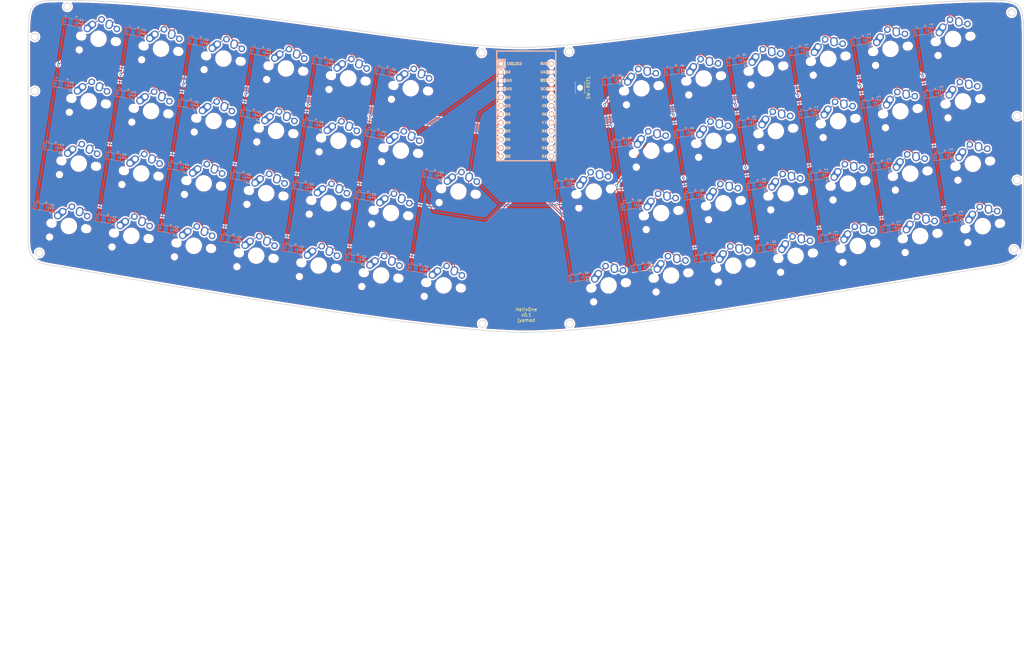
<source format=kicad_pcb>
(kicad_pcb (version 20171130) (host pcbnew "(5.1.6-0-10_14)")
  (title_block (title HelixOne) (date 2020-07-14) (rev 0.1) (company jyamad))
  (layers (0 F.Cu signal) (31 B.Cu signal) (34 B.Paste user) (35 F.Paste user) (36 B.SilkS user) (37 F.SilkS user) (38 B.Mask user) (39 F.Mask user) (44 Edge.Cuts user))
  (net 0 "")
  (net 1 /COL0)
  (net 2 "Net-(D0.12-Pad1)")
  (net 3 /COL12)
  (net 4 "Net-(D0.6-Pad1)")
  (net 5 /COL6)
  (net 6 "Net-(D0.8-Pad1)")
  (net 7 /COL8)
  (net 8 "Net-(D0.9-Pad1)")
  (net 9 /COL9)
  (net 10 "Net-(D0.10-Pad1)")
  (net 11 /COL10)
  (net 12 "Net-(D0.11-Pad1)")
  (net 13 /COL11)
  (net 14 "Net-(D1.6-Pad1)")
  (net 15 "Net-(D1.11-Pad1)")
  (net 16 "Net-(D1.8-Pad1)")
  (net 17 /COL1)
  (net 18 "Net-(D1.12-Pad1)")
  (net 19 "Net-(D1.9-Pad1)")
  (net 20 "Net-(D2.8-Pad1)")
  (net 21 "Net-(D2.11-Pad1)")
  (net 22 /COL2)
  (net 23 "Net-(D2.10-Pad1)")
  (net 24 "Net-(D2.12-Pad1)")
  (net 25 "Net-(D2.9-Pad1)")
  (net 26 /COL3)
  (net 27 "Net-(D3.12-Pad1)")
  (net 28 "Net-(D3.11-Pad1)")
  (net 29 "Net-(D3.9-Pad1)")
  (net 30 "Net-(D3.10-Pad1)")
  (net 31 /COL4)
  (net 32 /COL5)
  (net 33 /ROW0)
  (net 34 /ROW1)
  (net 35 /ROW3)
  (net 36 GND)
  (net 37 "Net-(D0.1-Pad1)")
  (net 38 "Net-(D0.2-Pad1)")
  (net 39 "Net-(D0.3-Pad1)")
  (net 40 "Net-(D0.4-Pad1)")
  (net 41 "Net-(D0.5-Pad1)")
  (net 42 "Net-(D0.0-Pad1)")
  (net 43 "Net-(D1.1-Pad1)")
  (net 44 "Net-(D1.5-Pad1)")
  (net 45 "Net-(D1.4-Pad1)")
  (net 46 "Net-(D1.3-Pad1)")
  (net 47 "Net-(D1.2-Pad1)")
  (net 48 "Net-(D1.10-Pad1)")
  (net 49 "Net-(D1.0-Pad1)")
  (net 50 "Net-(D2.3-Pad1)")
  (net 51 "Net-(D2.2-Pad1)")
  (net 52 "Net-(D2.4-Pad1)")
  (net 53 "Net-(D2.5-Pad1)")
  (net 54 "Net-(D2.0-Pad1)")
  (net 55 "Net-(D2.1-Pad1)")
  (net 56 "Net-(D3.3-Pad1)")
  (net 57 "Net-(D3.0-Pad1)")
  (net 58 "Net-(D3.2-Pad1)")
  (net 59 "Net-(D3.5-Pad1)")
  (net 60 "Net-(D3.1-Pad1)")
  (net 61 "Net-(D3.8-Pad1)")
  (net 62 "Net-(D3.4-Pad1)")
  (net 63 "Net-(D0.13-Pad1)")
  (net 64 /COL13)
  (net 65 "Net-(D1.13-Pad1)")
  (net 66 "Net-(D2.13-Pad1)")
  (net 67 "Net-(D3.13-Pad1)")
  (net 68 /ROW2)
  (net 69 "Net-(D2.6-Pad1)")
  (net 70 "Net-(D3.6-Pad1)")
  (net 71 VCC)
  (net 72 "Net-(SW-RST1-Pad2)")
  (net 73 "Net-(U1-Pad24)")
  (net 74 "Net-(U1-Pad20)")
  (module Button_Switch_SMD:SW_SPST_B3U-1000P-B (layer F.Cu) (at 217.625577 112.147213 270)
    (fp_text reference SW-RST1 (at 0 -2.5 90) (layer F.SilkS))
    (fp_text value SWITCH_PUSH)
    (pad 1 smd rect (at -1.7 0 270) (size 0.9 1.7) (layers F.Cu F.Paste F.Mask) (net 36 GND))
    (pad 2 smd rect (at 1.7 0 270) (size 0.9 1.7) (layers F.Cu F.Paste F.Mask) (net 72 "Net-(SW-RST1-Pad2)"))
    (pad "" np_thru_hole circle (at 0 0 270) (size 0.8 0.8) (drill 0.8) (layers *.Cu *.Mask))
  )
  (module "" (layer F.Cu) (at 102.8065 165.735)
    (fp_text reference "" (at 71.538774 116.83981) (layer F.SilkS) (effects (font (size 1.27 1.27))))
    (fp_text value "" (at 71.538774 116.83981) (layer F.SilkS) (effects (font (size 1.27 1.27))))
  )
  (module Keebio:MX-Alps-Choc-1U-NoLED (layer F.Cu) (at 69.534509 116.189564 351)
    (fp_text reference SW2.0)
    (fp_text value SWITCH_PUSH)
    (fp_text user - (at -10.630224 -5.581089 153) (layer B.SilkS) (effects (justify mirror)))
    (fp_text user + (at -7.289409 -5.59589 153) (layer B.SilkS) (effects (justify mirror)))
    (pad 1 thru_hole oval (at 2.5 -4.5 77.1) (size 2.831378 2.25) (drill 1.47 (offset 0.290689 0)) (layers *.Cu *.Mask) (net 68 /ROW2))
    (pad 1 thru_hole circle (at 2.54 -5.08 351) (size 2.25 2.25) (drill 1.47) (layers *.Cu *.Mask) (net 68 /ROW2))
    (pad 2 thru_hole oval (at -3.81 -2.54 39.1) (size 4.211556 2.25) (drill 1.47 (offset 0.980778 0)) (layers *.Cu *.Mask) (net 54 "Net-(D2.0-Pad1)"))
    (pad "" np_thru_hole circle (at 0 0 351) (size 3.9878 3.9878) (drill 3.9878) (layers *.Cu *.Mask))
    (pad 2 thru_hole circle (at -2.5 -4 351) (size 2.25 2.25) (drill 1.47) (layers *.Cu *.Mask) (net 54 "Net-(D2.0-Pad1)"))
    (pad "" np_thru_hole circle (at -5.08 0 39.0996) (size 1.75 1.75) (drill 1.75) (layers *.Cu *.Mask))
    (pad "" np_thru_hole circle (at 5.08 0 39.0996) (size 1.75 1.75) (drill 1.75) (layers *.Cu *.Mask))
    (pad 1 thru_hole circle (at 5 -3.8 351) (size 2 2) (drill 1.2) (layers *.Cu *.Mask) (net 68 /ROW2))
    (pad 2 thru_hole circle (at 0 -5.9 351) (size 2 2) (drill 1.2) (layers *.Cu *.Mask) (net 54 "Net-(D2.0-Pad1)"))
    (pad "" np_thru_hole circle (at -5.5 0 39.1) (size 1.7 1.7) (drill 1.7) (layers *.Cu *.Mask))
    (pad "" np_thru_hole circle (at 5.5 0 39.1) (size 1.7 1.7) (drill 1.7) (layers *.Cu *.Mask))
    (pad "" np_thru_hole circle (at -5.22 4.2 39.1) (size 1.2 1.2) (drill 1.2) (layers *.Cu *.Mask))
  )
  (module Keebio:ArduinoProMicro (layer F.Cu) (at 201.387126 118.860995 270)
    (fp_text reference U1 hide)
    (fp_text value ARDUINO_PRO_MICRO hide)
    (fp_text user D2 (at -11.43 5.461 180) (layer B.SilkS) (effects (font (size 0.8 0.8)) (justify mirror)))
    (fp_text user D0 (at -1.27 5.461 180) (layer B.SilkS) (effects (font (size 0.8 0.8)) (justify mirror)))
    (fp_text user D1 (at -3.81 5.461 180) (layer B.SilkS) (effects (font (size 0.8 0.8)) (justify mirror)))
    (fp_text user GND (at -6.35 5.461 180) (layer B.SilkS) (effects (font (size 0.8 0.8)) (justify mirror)))
    (fp_text user GND (at -8.89 5.461 180) (layer B.SilkS) (effects (font (size 0.8 0.8)) (justify mirror)))
    (fp_text user D4 (at 1.27 5.461 180) (layer B.SilkS) (effects (font (size 0.8 0.8)) (justify mirror)))
    (fp_text user C6 (at 3.81 5.461 180) (layer B.SilkS) (effects (font (size 0.8 0.8)) (justify mirror)))
    (fp_text user D7 (at 6.35 5.461 180) (layer B.SilkS) (effects (font (size 0.8 0.8)) (justify mirror)))
    (fp_text user E6 (at 8.89 5.461 180) (layer B.SilkS) (effects (font (size 0.8 0.8)) (justify mirror)))
    (fp_text user B4 (at 11.43 5.461 180) (layer B.SilkS) (effects (font (size 0.8 0.8)) (justify mirror)))
    (fp_text user B5 (at 13.97 5.461 180) (layer B.SilkS) (effects (font (size 0.8 0.8)) (justify mirror)))
    (fp_text user B6 (at 13.97 -5.461 180) (layer B.SilkS) (effects (font (size 0.8 0.8)) (justify mirror)))
    (fp_text user B2 (at 11.43 -5.461 180) (layer F.SilkS) (effects (font (size 0.8 0.8))))
    (fp_text user B3 (at 8.89 -5.461 180) (layer B.SilkS) (effects (font (size 0.8 0.8)) (justify mirror)))
    (fp_text user B1 (at 6.35 -5.461 180) (layer B.SilkS) (effects (font (size 0.8 0.8)) (justify mirror)))
    (fp_text user F7 (at 3.81 -5.461 180) (layer F.SilkS) (effects (font (size 0.8 0.8))))
    (fp_text user F6 (at 1.27 -5.461 180) (layer F.SilkS) (effects (font (size 0.8 0.8))))
    (fp_text user F5 (at -1.27 -5.461 180) (layer F.SilkS) (effects (font (size 0.8 0.8))))
    (fp_text user F4 (at -3.81 -5.461 180) (layer B.SilkS) (effects (font (size 0.8 0.8)) (justify mirror)))
    (fp_text user VCC (at -6.35 -5.461 180) (layer B.SilkS) (effects (font (size 0.8 0.8)) (justify mirror)))
    (fp_text user GND (at -11.43 -5.461 180) (layer B.SilkS) (effects (font (size 0.8 0.8)) (justify mirror)))
    (fp_text user RAW (at -13.97 -5.461 180) (layer B.SilkS) (effects (font (size 0.8 0.8)) (justify mirror)))
    (fp_text user RAW (at -13.97 -5.461 180) (layer F.SilkS) (effects (font (size 0.8 0.8))))
    (fp_text user GND (at -11.43 -5.461 180) (layer F.SilkS) (effects (font (size 0.8 0.8))))
    (fp_text user ST (at -8.92 -5.73312 180) (layer F.SilkS) (effects (font (size 0.8 0.8))))
    (fp_text user VCC (at -6.35 -5.461 180) (layer F.SilkS) (effects (font (size 0.8 0.8))))
    (fp_text user F4 (at -3.81 -5.461 180) (layer F.SilkS) (effects (font (size 0.8 0.8))))
    (fp_text user F5 (at -1.27 -5.461 180) (layer B.SilkS) (effects (font (size 0.8 0.8)) (justify mirror)))
    (fp_text user F6 (at 1.27 -5.461 180) (layer B.SilkS) (effects (font (size 0.8 0.8)) (justify mirror)))
    (fp_text user F7 (at 3.81 -5.461 180) (layer B.SilkS) (effects (font (size 0.8 0.8)) (justify mirror)))
    (fp_text user B1 (at 6.35 -5.461 180) (layer F.SilkS) (effects (font (size 0.8 0.8))))
    (fp_text user B3 (at 8.89 -5.461 180) (layer F.SilkS) (effects (font (size 0.8 0.8))))
    (fp_text user B2 (at 11.43 -5.461 180) (layer B.SilkS) (effects (font (size 0.8 0.8)) (justify mirror)))
    (fp_text user B6 (at 13.97 -5.461 180) (layer F.SilkS) (effects (font (size 0.8 0.8))))
    (fp_text user B5 (at 13.97 5.461 180) (layer F.SilkS) (effects (font (size 0.8 0.8))))
    (fp_text user B4 (at 11.43 5.461 180) (layer F.SilkS) (effects (font (size 0.8 0.8))))
    (fp_text user E6 (at 8.89 5.461 180) (layer F.SilkS) (effects (font (size 0.8 0.8))))
    (fp_text user D7 (at 6.35 5.461 180) (layer F.SilkS) (effects (font (size 0.8 0.8))))
    (fp_text user C6 (at 3.81 5.461 180) (layer F.SilkS) (effects (font (size 0.8 0.8))))
    (fp_text user D4 (at 1.27 5.461 180) (layer F.SilkS) (effects (font (size 0.8 0.8))))
    (fp_text user GND (at -8.89 5.461 180) (layer F.SilkS) (effects (font (size 0.8 0.8))))
    (fp_text user GND (at -6.35 5.461 180) (layer F.SilkS) (effects (font (size 0.8 0.8))))
    (fp_text user D1 (at -3.81 5.461 180) (layer F.SilkS) (effects (font (size 0.8 0.8))))
    (fp_text user D0 (at -1.27 5.461 180) (layer F.SilkS) (effects (font (size 0.8 0.8))))
    (fp_text user D2 (at -11.43 5.461 180) (layer F.SilkS) (effects (font (size 0.8 0.8))))
    (fp_text user TX0/D3 (at -13.97 3.571872 180) (layer B.SilkS) (effects (font (size 0.8 0.8)) (justify mirror)))
    (fp_text user TX0/D3 (at -13.97 3.571872 180) (layer F.SilkS) (effects (font (size 0.8 0.8))))
    (fp_text user ST (at -8.91 -5.04 180) (layer B.SilkS) (effects (font (size 0.8 0.8)) (justify mirror)))
    (pad 1 thru_hole rect (at -13.97 7.62 270) (size 1.7526 1.7526) (drill 1.0922) (layers *.Cu *.SilkS *.Mask) (net 35 /ROW3))
    (pad 2 thru_hole circle (at -11.43 7.62 270) (size 1.7526 1.7526) (drill 1.0922) (layers *.Cu *.SilkS *.Mask) (net 68 /ROW2))
    (pad 3 thru_hole circle (at -8.89 7.62 270) (size 1.7526 1.7526) (drill 1.0922) (layers *.Cu *.SilkS *.Mask) (net 36 GND))
    (pad 4 thru_hole circle (at -6.35 7.62 270) (size 1.7526 1.7526) (drill 1.0922) (layers *.Cu *.SilkS *.Mask) (net 36 GND))
    (pad 5 thru_hole circle (at -3.81 7.62 270) (size 1.7526 1.7526) (drill 1.0922) (layers *.Cu *.SilkS *.Mask) (net 34 /ROW1))
    (pad 6 thru_hole circle (at -1.27 7.62 270) (size 1.7526 1.7526) (drill 1.0922) (layers *.Cu *.SilkS *.Mask) (net 33 /ROW0))
    (pad 7 thru_hole circle (at 1.27 7.62 270) (size 1.7526 1.7526) (drill 1.0922) (layers *.Cu *.SilkS *.Mask) (net 1 /COL0))
    (pad 8 thru_hole circle (at 3.81 7.62 270) (size 1.7526 1.7526) (drill 1.0922) (layers *.Cu *.SilkS *.Mask) (net 17 /COL1))
    (pad 9 thru_hole circle (at 6.35 7.62 270) (size 1.7526 1.7526) (drill 1.0922) (layers *.Cu *.SilkS *.Mask) (net 22 /COL2))
    (pad 10 thru_hole circle (at 8.89 7.62 270) (size 1.7526 1.7526) (drill 1.0922) (layers *.Cu *.SilkS *.Mask) (net 26 /COL3))
    (pad 11 thru_hole circle (at 11.43 7.62 270) (size 1.7526 1.7526) (drill 1.0922) (layers *.Cu *.SilkS *.Mask) (net 31 /COL4))
    (pad 13 thru_hole circle (at 13.97 -7.62 270) (size 1.7526 1.7526) (drill 1.0922) (layers *.Cu *.SilkS *.Mask) (net 5 /COL6))
    (pad 14 thru_hole circle (at 11.43 -7.62 270) (size 1.7526 1.7526) (drill 1.0922) (layers *.Cu *.SilkS *.Mask) (net 7 /COL8))
    (pad 15 thru_hole circle (at 8.89 -7.62 270) (size 1.7526 1.7526) (drill 1.0922) (layers *.Cu *.SilkS *.Mask) (net 9 /COL9))
    (pad 16 thru_hole circle (at 6.35 -7.62 270) (size 1.7526 1.7526) (drill 1.0922) (layers *.Cu *.SilkS *.Mask) (net 11 /COL10))
    (pad 17 thru_hole circle (at 3.81 -7.62 270) (size 1.7526 1.7526) (drill 1.0922) (layers *.Cu *.SilkS *.Mask) (net 13 /COL11))
    (pad 18 thru_hole circle (at 1.27 -7.62 270) (size 1.7526 1.7526) (drill 1.0922) (layers *.Cu *.SilkS *.Mask) (net 3 /COL12))
    (pad 19 thru_hole circle (at -1.27 -7.62 270) (size 1.7526 1.7526) (drill 1.0922) (layers *.Cu *.SilkS *.Mask) (net 64 /COL13))
    (pad 20 thru_hole circle (at -3.81 -7.62 270) (size 1.7526 1.7526) (drill 1.0922) (layers *.Cu *.SilkS *.Mask) (net 74 "Net-(U1-Pad20)"))
    (pad 21 thru_hole circle (at -6.35 -7.62 270) (size 1.7526 1.7526) (drill 1.0922) (layers *.Cu *.SilkS *.Mask) (net 71 VCC))
    (pad 22 thru_hole circle (at -8.89 -7.62 270) (size 1.7526 1.7526) (drill 1.0922) (layers *.Cu *.SilkS *.Mask) (net 72 "Net-(SW-RST1-Pad2)"))
    (pad 23 thru_hole circle (at -11.43 -7.62 270) (size 1.7526 1.7526) (drill 1.0922) (layers *.Cu *.SilkS *.Mask) (net 36 GND))
    (pad 12 thru_hole circle (at 13.97 7.62 270) (size 1.7526 1.7526) (drill 1.0922) (layers *.Cu *.SilkS *.Mask) (net 32 /COL5))
    (pad 24 thru_hole circle (at -13.97 -7.62 270) (size 1.7526 1.7526) (drill 1.0922) (layers *.Cu *.SilkS *.Mask) (net 73 "Net-(U1-Pad24)"))
  )
  (module Keebio:MX-Alps-Choc-1U-NoLED (layer F.Cu) (at 120.032594 162.736491 351)
    (fp_text reference SW0.3)
    (fp_text value SWITCH_PUSH)
    (fp_text user - (at -10.264146 -5.262049 333) (layer B.SilkS) (effects (justify mirror)))
    (fp_text user + (at -7.724145 -5.262049 333) (layer B.SilkS) (effects (justify mirror)))
    (pad 1 thru_hole oval (at 2.5 -4.5 77.1) (size 2.831378 2.25) (drill 1.47 (offset 0.290689 0)) (layers *.Cu *.Mask) (net 33 /ROW0))
    (pad 1 thru_hole circle (at 2.54 -5.08 351) (size 2.25 2.25) (drill 1.47) (layers *.Cu *.Mask) (net 33 /ROW0))
    (pad 2 thru_hole oval (at -3.81 -2.54 39.1) (size 4.211556 2.25) (drill 1.47 (offset 0.980778 0)) (layers *.Cu *.Mask) (net 39 "Net-(D0.3-Pad1)"))
    (pad "" np_thru_hole circle (at 0 0 351) (size 3.9878 3.9878) (drill 3.9878) (layers *.Cu *.Mask))
    (pad 2 thru_hole circle (at -2.5 -4 351) (size 2.25 2.25) (drill 1.47) (layers *.Cu *.Mask) (net 39 "Net-(D0.3-Pad1)"))
    (pad "" np_thru_hole circle (at -5.08 0 39.0996) (size 1.75 1.75) (drill 1.75) (layers *.Cu *.Mask))
    (pad "" np_thru_hole circle (at 5.08 0 39.0996) (size 1.75 1.75) (drill 1.75) (layers *.Cu *.Mask))
    (pad 1 thru_hole circle (at 5 -3.8 351) (size 2 2) (drill 1.2) (layers *.Cu *.Mask) (net 33 /ROW0))
    (pad 2 thru_hole circle (at 0 -5.9 351) (size 2 2) (drill 1.2) (layers *.Cu *.Mask) (net 39 "Net-(D0.3-Pad1)"))
    (pad "" np_thru_hole circle (at -5.5 0 39.1) (size 1.7 1.7) (drill 1.7) (layers *.Cu *.Mask))
    (pad "" np_thru_hole circle (at 5.5 0 39.1) (size 1.7 1.7) (drill 1.7) (layers *.Cu *.Mask))
    (pad "" np_thru_hole circle (at -5.22 4.2 39.1) (size 1.2 1.2) (drill 1.2) (layers *.Cu *.Mask))
  )
  (module Keebio:MX-Alps-Choc-1U-NoLED (layer F.Cu) (at 333.007869 116.241729 9)
    (fp_text reference SW2.13)
    (fp_text value SWITCH_PUSH)
    (fp_text user - (at -10.21444 -5.196753 -153) (layer B.SilkS) (effects (justify mirror)))
    (fp_text user + (at -7.67444 -5.196754 -153) (layer B.SilkS) (effects (justify mirror)))
    (pad 1 thru_hole oval (at 2.5 -4.5 95.1) (size 2.831378 2.25) (drill 1.47 (offset 0.290689 0)) (layers *.Cu *.Mask) (net 68 /ROW2))
    (pad 1 thru_hole circle (at 2.54 -5.08 9) (size 2.25 2.25) (drill 1.47) (layers *.Cu *.Mask) (net 68 /ROW2))
    (pad 2 thru_hole oval (at -3.81 -2.54 57.1) (size 4.211556 2.25) (drill 1.47 (offset 0.980778 0)) (layers *.Cu *.Mask) (net 66 "Net-(D2.13-Pad1)"))
    (pad "" np_thru_hole circle (at 0 0 9) (size 3.9878 3.9878) (drill 3.9878) (layers *.Cu *.Mask))
    (pad 2 thru_hole circle (at -2.5 -4 9) (size 2.25 2.25) (drill 1.47) (layers *.Cu *.Mask) (net 66 "Net-(D2.13-Pad1)"))
    (pad "" np_thru_hole circle (at -5.08 0 57.0996) (size 1.75 1.75) (drill 1.75) (layers *.Cu *.Mask))
    (pad "" np_thru_hole circle (at 5.08 0 57.0996) (size 1.75 1.75) (drill 1.75) (layers *.Cu *.Mask))
    (pad 1 thru_hole circle (at 5 -3.8 9) (size 2 2) (drill 1.2) (layers *.Cu *.Mask) (net 68 /ROW2))
    (pad 2 thru_hole circle (at 0 -5.9 9) (size 2 2) (drill 1.2) (layers *.Cu *.Mask) (net 66 "Net-(D2.13-Pad1)"))
    (pad "" np_thru_hole circle (at -5.5 0 57.1) (size 1.7 1.7) (drill 1.7) (layers *.Cu *.Mask))
    (pad "" np_thru_hole circle (at 5.5 0 57.1) (size 1.7 1.7) (drill 1.7) (layers *.Cu *.Mask))
    (pad "" np_thru_hole circle (at -5.22 4.2 57.1) (size 1.2 1.2) (drill 1.2) (layers *.Cu *.Mask))
  )
  (module Keebio:MX-Alps-Choc-1U-NoLED (layer F.Cu) (at 335.98593 135.044458 9)
    (fp_text reference SW1.13)
    (fp_text value SWITCH_PUSH)
    (fp_text user - (at -10.258026 -5.325095 -153) (layer B.SilkS) (effects (justify mirror)))
    (fp_text user + (at -7.718025 -5.325094 -153) (layer B.SilkS) (effects (justify mirror)))
    (pad 1 thru_hole oval (at 2.5 -4.5 95.1) (size 2.831378 2.25) (drill 1.47 (offset 0.290689 0)) (layers *.Cu *.Mask) (net 34 /ROW1))
    (pad 1 thru_hole circle (at 2.54 -5.08 9) (size 2.25 2.25) (drill 1.47) (layers *.Cu *.Mask) (net 34 /ROW1))
    (pad 2 thru_hole oval (at -3.81 -2.54 57.1) (size 4.211556 2.25) (drill 1.47 (offset 0.980778 0)) (layers *.Cu *.Mask) (net 65 "Net-(D1.13-Pad1)"))
    (pad "" np_thru_hole circle (at 0 0 9) (size 3.9878 3.9878) (drill 3.9878) (layers *.Cu *.Mask))
    (pad 2 thru_hole circle (at -2.5 -4 9) (size 2.25 2.25) (drill 1.47) (layers *.Cu *.Mask) (net 65 "Net-(D1.13-Pad1)"))
    (pad "" np_thru_hole circle (at -5.08 0 57.0996) (size 1.75 1.75) (drill 1.75) (layers *.Cu *.Mask))
    (pad "" np_thru_hole circle (at 5.08 0 57.0996) (size 1.75 1.75) (drill 1.75) (layers *.Cu *.Mask))
    (pad 1 thru_hole circle (at 5 -3.8 9) (size 2 2) (drill 1.2) (layers *.Cu *.Mask) (net 34 /ROW1))
    (pad 2 thru_hole circle (at 0 -5.9 9) (size 2 2) (drill 1.2) (layers *.Cu *.Mask) (net 65 "Net-(D1.13-Pad1)"))
    (pad "" np_thru_hole circle (at -5.5 0 57.1) (size 1.7 1.7) (drill 1.7) (layers *.Cu *.Mask))
    (pad "" np_thru_hole circle (at 5.5 0 57.1) (size 1.7 1.7) (drill 1.7) (layers *.Cu *.Mask))
    (pad "" np_thru_hole circle (at -5.22 4.2 57.1) (size 1.2 1.2) (drill 1.2) (layers *.Cu *.Mask))
  )
  (module Keebio:MX-Alps-Choc-1U-NoLED (layer F.Cu) (at 330.029809 97.438999 9)
    (fp_text reference SW3.13)
    (fp_text value SWITCH_PUSH)
    (fp_text user - (at -10.283637 -5.329177 -153) (layer B.SilkS) (effects (justify mirror)))
    (fp_text user + (at -7.743636 -5.329177 -153) (layer B.SilkS) (effects (justify mirror)))
    (pad 1 thru_hole oval (at 2.5 -4.5 95.1) (size 2.831378 2.25) (drill 1.47 (offset 0.290689 0)) (layers *.Cu *.Mask) (net 35 /ROW3))
    (pad 1 thru_hole circle (at 2.54 -5.08 9) (size 2.25 2.25) (drill 1.47) (layers *.Cu *.Mask) (net 35 /ROW3))
    (pad 2 thru_hole oval (at -3.81 -2.54 57.1) (size 4.211556 2.25) (drill 1.47 (offset 0.980778 0)) (layers *.Cu *.Mask) (net 67 "Net-(D3.13-Pad1)"))
    (pad "" np_thru_hole circle (at 0 0 9) (size 3.9878 3.9878) (drill 3.9878) (layers *.Cu *.Mask))
    (pad 2 thru_hole circle (at -2.5 -4 9) (size 2.25 2.25) (drill 1.47) (layers *.Cu *.Mask) (net 67 "Net-(D3.13-Pad1)"))
    (pad "" np_thru_hole circle (at -5.08 0 57.0996) (size 1.75 1.75) (drill 1.75) (layers *.Cu *.Mask))
    (pad "" np_thru_hole circle (at 5.08 0 57.0996) (size 1.75 1.75) (drill 1.75) (layers *.Cu *.Mask))
    (pad 1 thru_hole circle (at 5 -3.8 9) (size 2 2) (drill 1.2) (layers *.Cu *.Mask) (net 35 /ROW3))
    (pad 2 thru_hole circle (at 0 -5.9 9) (size 2 2) (drill 1.2) (layers *.Cu *.Mask) (net 67 "Net-(D3.13-Pad1)"))
    (pad "" np_thru_hole circle (at -5.5 0 57.1) (size 1.7 1.7) (drill 1.7) (layers *.Cu *.Mask))
    (pad "" np_thru_hole circle (at 5.5 0 57.1) (size 1.7 1.7) (drill 1.7) (layers *.Cu *.Mask))
    (pad "" np_thru_hole circle (at -5.22 4.2 57.1) (size 1.2 1.2) (drill 1.2) (layers *.Cu *.Mask))
  )
  (module Keebio:MX-Alps-Choc-1U-NoLED (layer F.Cu) (at 276.620564 125.1726 9)
    (fp_text reference SW2.10)
    (fp_text value SWITCH_PUSH)
    (fp_text user - (at -10.20588 -5.259688 -153) (layer B.SilkS) (effects (justify mirror)))
    (fp_text user + (at -7.665879 -5.259688 -153) (layer B.SilkS) (effects (justify mirror)))
    (pad 1 thru_hole oval (at 2.5 -4.5 95.1) (size 2.831378 2.25) (drill 1.47 (offset 0.290689 0)) (layers *.Cu *.Mask) (net 68 /ROW2))
    (pad 1 thru_hole circle (at 2.54 -5.08 9) (size 2.25 2.25) (drill 1.47) (layers *.Cu *.Mask) (net 68 /ROW2))
    (pad 2 thru_hole oval (at -3.81 -2.54 57.1) (size 4.211556 2.25) (drill 1.47 (offset 0.980778 0)) (layers *.Cu *.Mask) (net 23 "Net-(D2.10-Pad1)"))
    (pad "" np_thru_hole circle (at 0 0 9) (size 3.9878 3.9878) (drill 3.9878) (layers *.Cu *.Mask))
    (pad 2 thru_hole circle (at -2.5 -4 9) (size 2.25 2.25) (drill 1.47) (layers *.Cu *.Mask) (net 23 "Net-(D2.10-Pad1)"))
    (pad "" np_thru_hole circle (at -5.08 0 57.0996) (size 1.75 1.75) (drill 1.75) (layers *.Cu *.Mask))
    (pad "" np_thru_hole circle (at 5.08 0 57.0996) (size 1.75 1.75) (drill 1.75) (layers *.Cu *.Mask))
    (pad 1 thru_hole circle (at 5 -3.8 9) (size 2 2) (drill 1.2) (layers *.Cu *.Mask) (net 68 /ROW2))
    (pad 2 thru_hole circle (at 0 -5.9 9) (size 2 2) (drill 1.2) (layers *.Cu *.Mask) (net 23 "Net-(D2.10-Pad1)"))
    (pad "" np_thru_hole circle (at -5.5 0 57.1) (size 1.7 1.7) (drill 1.7) (layers *.Cu *.Mask))
    (pad "" np_thru_hole circle (at 5.5 0 57.1) (size 1.7 1.7) (drill 1.7) (layers *.Cu *.Mask))
    (pad "" np_thru_hole circle (at -5.22 4.2 57.1) (size 1.2 1.2) (drill 1.2) (layers *.Cu *.Mask))
  )
  (module Keebio:MX-Alps-Choc-1U-NoLED (layer F.Cu) (at 144.803159 128.110948 351)
    (fp_text reference SW2.4)
    (fp_text value SWITCH_PUSH)
    (fp_text user - (at -10.251847 -5.347898 333) (layer B.SilkS) (effects (justify mirror)))
    (fp_text user + (at -7.711846 -5.347899 333) (layer B.SilkS) (effects (justify mirror)))
    (pad 1 thru_hole oval (at 2.5 -4.5 77.1) (size 2.831378 2.25) (drill 1.47 (offset 0.290689 0)) (layers *.Cu *.Mask) (net 68 /ROW2))
    (pad 1 thru_hole circle (at 2.54 -5.08 351) (size 2.25 2.25) (drill 1.47) (layers *.Cu *.Mask) (net 68 /ROW2))
    (pad 2 thru_hole oval (at -3.81 -2.54 39.1) (size 4.211556 2.25) (drill 1.47 (offset 0.980778 0)) (layers *.Cu *.Mask) (net 52 "Net-(D2.4-Pad1)"))
    (pad "" np_thru_hole circle (at 0 0 351) (size 3.9878 3.9878) (drill 3.9878) (layers *.Cu *.Mask))
    (pad 2 thru_hole circle (at -2.5 -4 351) (size 2.25 2.25) (drill 1.47) (layers *.Cu *.Mask) (net 52 "Net-(D2.4-Pad1)"))
    (pad "" np_thru_hole circle (at -5.08 0 39.0996) (size 1.75 1.75) (drill 1.75) (layers *.Cu *.Mask))
    (pad "" np_thru_hole circle (at 5.08 0 39.0996) (size 1.75 1.75) (drill 1.75) (layers *.Cu *.Mask))
    (pad 1 thru_hole circle (at 5 -3.8 351) (size 2 2) (drill 1.2) (layers *.Cu *.Mask) (net 68 /ROW2))
    (pad 2 thru_hole circle (at 0 -5.9 351) (size 2 2) (drill 1.2) (layers *.Cu *.Mask) (net 52 "Net-(D2.4-Pad1)"))
    (pad "" np_thru_hole circle (at -5.5 0 39.1) (size 1.7 1.7) (drill 1.7) (layers *.Cu *.Mask))
    (pad "" np_thru_hole circle (at 5.5 0 39.1) (size 1.7 1.7) (drill 1.7) (layers *.Cu *.Mask))
    (pad "" np_thru_hole circle (at -5.22 4.2 39.1) (size 1.2 1.2) (drill 1.2) (layers *.Cu *.Mask))
  )
  (module Keebio:MX-Alps-Choc-1U-NoLED (layer F.Cu) (at 126.007911 125.134075 351)
    (fp_text reference SW2.3)
    (fp_text value SWITCH_PUSH)
    (fp_text user - (at -10.156959 -5.37577 333) (layer B.SilkS) (effects (justify mirror)))
    (fp_text user + (at -7.616958 -5.37577 333) (layer B.SilkS) (effects (justify mirror)))
    (pad 1 thru_hole oval (at 2.5 -4.5 77.1) (size 2.831378 2.25) (drill 1.47 (offset 0.290689 0)) (layers *.Cu *.Mask) (net 68 /ROW2))
    (pad 1 thru_hole circle (at 2.54 -5.08 351) (size 2.25 2.25) (drill 1.47) (layers *.Cu *.Mask) (net 68 /ROW2))
    (pad 2 thru_hole oval (at -3.81 -2.54 39.1) (size 4.211556 2.25) (drill 1.47 (offset 0.980778 0)) (layers *.Cu *.Mask) (net 50 "Net-(D2.3-Pad1)"))
    (pad "" np_thru_hole circle (at 0 0 351) (size 3.9878 3.9878) (drill 3.9878) (layers *.Cu *.Mask))
    (pad 2 thru_hole circle (at -2.5 -4 351) (size 2.25 2.25) (drill 1.47) (layers *.Cu *.Mask) (net 50 "Net-(D2.3-Pad1)"))
    (pad "" np_thru_hole circle (at -5.08 0 39.0996) (size 1.75 1.75) (drill 1.75) (layers *.Cu *.Mask))
    (pad "" np_thru_hole circle (at 5.08 0 39.0996) (size 1.75 1.75) (drill 1.75) (layers *.Cu *.Mask))
    (pad 1 thru_hole circle (at 5 -3.8 351) (size 2 2) (drill 1.2) (layers *.Cu *.Mask) (net 68 /ROW2))
    (pad 2 thru_hole circle (at 0 -5.9 351) (size 2 2) (drill 1.2) (layers *.Cu *.Mask) (net 50 "Net-(D2.3-Pad1)"))
    (pad "" np_thru_hole circle (at -5.5 0 39.1) (size 1.7 1.7) (drill 1.7) (layers *.Cu *.Mask))
    (pad "" np_thru_hole circle (at 5.5 0 39.1) (size 1.7 1.7) (drill 1.7) (layers *.Cu *.Mask))
    (pad "" np_thru_hole circle (at -5.22 4.2 39.1) (size 1.2 1.2) (drill 1.2) (layers *.Cu *.Mask))
  )
  (module Keebio:MX-Alps-Choc-1U-NoLED (layer F.Cu) (at 314.15272 119.228092 9)
    (fp_text reference SW2.12)
    (fp_text value SWITCH_PUSH)
    (fp_text user - (at -10.218045 -5.199985 -153) (layer B.SilkS) (effects (justify mirror)))
    (fp_text user + (at -7.678045 -5.199984 -153) (layer B.SilkS) (effects (justify mirror)))
    (pad 1 thru_hole oval (at 2.5 -4.5 95.1) (size 2.831378 2.25) (drill 1.47 (offset 0.290689 0)) (layers *.Cu *.Mask) (net 68 /ROW2))
    (pad 1 thru_hole circle (at 2.54 -5.08 9) (size 2.25 2.25) (drill 1.47) (layers *.Cu *.Mask) (net 68 /ROW2))
    (pad 2 thru_hole oval (at -3.81 -2.54 57.1) (size 4.211556 2.25) (drill 1.47 (offset 0.980778 0)) (layers *.Cu *.Mask) (net 24 "Net-(D2.12-Pad1)"))
    (pad "" np_thru_hole circle (at 0 0 9) (size 3.9878 3.9878) (drill 3.9878) (layers *.Cu *.Mask))
    (pad 2 thru_hole circle (at -2.5 -4 9) (size 2.25 2.25) (drill 1.47) (layers *.Cu *.Mask) (net 24 "Net-(D2.12-Pad1)"))
    (pad "" np_thru_hole circle (at -5.08 0 57.0996) (size 1.75 1.75) (drill 1.75) (layers *.Cu *.Mask))
    (pad "" np_thru_hole circle (at 5.08 0 57.0996) (size 1.75 1.75) (drill 1.75) (layers *.Cu *.Mask))
    (pad 1 thru_hole circle (at 5 -3.8 9) (size 2 2) (drill 1.2) (layers *.Cu *.Mask) (net 68 /ROW2))
    (pad 2 thru_hole circle (at 0 -5.9 9) (size 2 2) (drill 1.2) (layers *.Cu *.Mask) (net 24 "Net-(D2.12-Pad1)"))
    (pad "" np_thru_hole circle (at -5.5 0 57.1) (size 1.7 1.7) (drill 1.7) (layers *.Cu *.Mask))
    (pad "" np_thru_hole circle (at 5.5 0 57.1) (size 1.7 1.7) (drill 1.7) (layers *.Cu *.Mask))
    (pad "" np_thru_hole circle (at -5.22 4.2 57.1) (size 1.2 1.2) (drill 1.2) (layers *.Cu *.Mask))
  )
  (module Keebio:MX-Alps-Choc-1U-NoLED (layer F.Cu) (at 160.631361 149.892298 351)
    (fp_text reference SW1.5)
    (fp_text value SWITCH_PUSH)
    (fp_text user - (at -10.346309 -5.299077 333) (layer B.SilkS) (effects (justify mirror)))
    (fp_text user + (at -7.806308 -5.299078 333) (layer B.SilkS) (effects (justify mirror)))
    (pad 1 thru_hole oval (at 2.5 -4.5 77.1) (size 2.831378 2.25) (drill 1.47 (offset 0.290689 0)) (layers *.Cu *.Mask) (net 34 /ROW1))
    (pad 1 thru_hole circle (at 2.54 -5.08 351) (size 2.25 2.25) (drill 1.47) (layers *.Cu *.Mask) (net 34 /ROW1))
    (pad 2 thru_hole oval (at -3.81 -2.54 39.1) (size 4.211556 2.25) (drill 1.47 (offset 0.980778 0)) (layers *.Cu *.Mask) (net 44 "Net-(D1.5-Pad1)"))
    (pad "" np_thru_hole circle (at 0 0 351) (size 3.9878 3.9878) (drill 3.9878) (layers *.Cu *.Mask))
    (pad 2 thru_hole circle (at -2.5 -4 351) (size 2.25 2.25) (drill 1.47) (layers *.Cu *.Mask) (net 44 "Net-(D1.5-Pad1)"))
    (pad "" np_thru_hole circle (at -5.08 0 39.0996) (size 1.75 1.75) (drill 1.75) (layers *.Cu *.Mask))
    (pad "" np_thru_hole circle (at 5.08 0 39.0996) (size 1.75 1.75) (drill 1.75) (layers *.Cu *.Mask))
    (pad 1 thru_hole circle (at 5 -3.8 351) (size 2 2) (drill 1.2) (layers *.Cu *.Mask) (net 34 /ROW1))
    (pad 2 thru_hole circle (at 0 -5.9 351) (size 2 2) (drill 1.2) (layers *.Cu *.Mask) (net 44 "Net-(D1.5-Pad1)"))
    (pad "" np_thru_hole circle (at -5.5 0 39.1) (size 1.7 1.7) (drill 1.7) (layers *.Cu *.Mask))
    (pad "" np_thru_hole circle (at 5.5 0 39.1) (size 1.7 1.7) (drill 1.7) (layers *.Cu *.Mask))
    (pad "" np_thru_hole circle (at -5.22 4.2 39.1) (size 1.2 1.2) (drill 1.2) (layers *.Cu *.Mask))
  )
  (module Keebio:MX-Alps-Choc-1U-NoLED (layer F.Cu) (at 180.966396 143.39488 351)
    (fp_text reference SW1.6)
    (fp_text value SWITCH_PUSH)
    (fp_text user - (at -10.511423 -5.317198 333) (layer B.SilkS) (effects (justify mirror)))
    (fp_text user + (at -7.971423 -5.317198 333) (layer B.SilkS) (effects (justify mirror)))
    (pad 1 thru_hole oval (at 2.5 -4.5 77.1) (size 2.831378 2.25) (drill 1.47 (offset 0.290689 0)) (layers *.Cu *.Mask) (net 34 /ROW1))
    (pad 1 thru_hole circle (at 2.54 -5.08 351) (size 2.25 2.25) (drill 1.47) (layers *.Cu *.Mask) (net 34 /ROW1))
    (pad 2 thru_hole oval (at -3.81 -2.54 39.1) (size 4.211556 2.25) (drill 1.47 (offset 0.980778 0)) (layers *.Cu *.Mask) (net 14 "Net-(D1.6-Pad1)"))
    (pad "" np_thru_hole circle (at 0 0 351) (size 3.9878 3.9878) (drill 3.9878) (layers *.Cu *.Mask))
    (pad 2 thru_hole circle (at -2.5 -4 351) (size 2.25 2.25) (drill 1.47) (layers *.Cu *.Mask) (net 14 "Net-(D1.6-Pad1)"))
    (pad "" np_thru_hole circle (at -5.08 0 39.0996) (size 1.75 1.75) (drill 1.75) (layers *.Cu *.Mask))
    (pad "" np_thru_hole circle (at 5.08 0 39.0996) (size 1.75 1.75) (drill 1.75) (layers *.Cu *.Mask))
    (pad 1 thru_hole circle (at 5 -3.8 351) (size 2 2) (drill 1.2) (layers *.Cu *.Mask) (net 34 /ROW1))
    (pad 2 thru_hole circle (at 0 -5.9 351) (size 2 2) (drill 1.2) (layers *.Cu *.Mask) (net 14 "Net-(D1.6-Pad1)"))
    (pad "" np_thru_hole circle (at -5.5 0 39.1) (size 1.7 1.7) (drill 1.7) (layers *.Cu *.Mask))
    (pad "" np_thru_hole circle (at 5.5 0 39.1) (size 1.7 1.7) (drill 1.7) (layers *.Cu *.Mask))
    (pad "" np_thru_hole circle (at -5.22 4.2 39.1) (size 1.2 1.2) (drill 1.2) (layers *.Cu *.Mask))
  )
  (module Keebio:MX-Alps-Choc-1U-NoLED (layer F.Cu) (at 298.3647 141.003076 9)
    (fp_text reference SW1.11)
    (fp_text value SWITCH_PUSH)
    (fp_text user - (at -10.32812 -5.305622 -153) (layer B.SilkS) (effects (justify mirror)))
    (fp_text user + (at -7.78812 -5.305621 -153) (layer B.SilkS) (effects (justify mirror)))
    (pad 1 thru_hole oval (at 2.5 -4.5 95.1) (size 2.831378 2.25) (drill 1.47 (offset 0.290689 0)) (layers *.Cu *.Mask) (net 34 /ROW1))
    (pad 1 thru_hole circle (at 2.54 -5.08 9) (size 2.25 2.25) (drill 1.47) (layers *.Cu *.Mask) (net 34 /ROW1))
    (pad 2 thru_hole oval (at -3.81 -2.54 57.1) (size 4.211556 2.25) (drill 1.47 (offset 0.980778 0)) (layers *.Cu *.Mask) (net 15 "Net-(D1.11-Pad1)"))
    (pad "" np_thru_hole circle (at 0 0 9) (size 3.9878 3.9878) (drill 3.9878) (layers *.Cu *.Mask))
    (pad 2 thru_hole circle (at -2.5 -4 9) (size 2.25 2.25) (drill 1.47) (layers *.Cu *.Mask) (net 15 "Net-(D1.11-Pad1)"))
    (pad "" np_thru_hole circle (at -5.08 0 57.0996) (size 1.75 1.75) (drill 1.75) (layers *.Cu *.Mask))
    (pad "" np_thru_hole circle (at 5.08 0 57.0996) (size 1.75 1.75) (drill 1.75) (layers *.Cu *.Mask))
    (pad 1 thru_hole circle (at 5 -3.8 9) (size 2 2) (drill 1.2) (layers *.Cu *.Mask) (net 34 /ROW1))
    (pad 2 thru_hole circle (at 0 -5.9 9) (size 2 2) (drill 1.2) (layers *.Cu *.Mask) (net 15 "Net-(D1.11-Pad1)"))
    (pad "" np_thru_hole circle (at -5.5 0 57.1) (size 1.7 1.7) (drill 1.7) (layers *.Cu *.Mask))
    (pad "" np_thru_hole circle (at 5.5 0 57.1) (size 1.7 1.7) (drill 1.7) (layers *.Cu *.Mask))
    (pad "" np_thru_hole circle (at -5.22 4.2 57.1) (size 1.2 1.2) (drill 1.2) (layers *.Cu *.Mask))
  )
  (module Keebio:MX-Alps-Choc-1U-NoLED (layer F.Cu) (at 242.066467 149.919842 9)
    (fp_text reference SW1.8)
    (fp_text value SWITCH_PUSH)
    (fp_text user - (at -10.389447 -5.526078 -153) (layer B.SilkS) (effects (justify mirror)))
    (fp_text user + (at -7.849447 -5.526078 -153) (layer B.SilkS) (effects (justify mirror)))
    (pad 1 thru_hole oval (at 2.5 -4.5 95.1) (size 2.831378 2.25) (drill 1.47 (offset 0.290689 0)) (layers *.Cu *.Mask) (net 34 /ROW1))
    (pad 1 thru_hole circle (at 2.54 -5.08 9) (size 2.25 2.25) (drill 1.47) (layers *.Cu *.Mask) (net 34 /ROW1))
    (pad 2 thru_hole oval (at -3.81 -2.54 57.1) (size 4.211556 2.25) (drill 1.47 (offset 0.980778 0)) (layers *.Cu *.Mask) (net 16 "Net-(D1.8-Pad1)"))
    (pad "" np_thru_hole circle (at 0 0 9) (size 3.9878 3.9878) (drill 3.9878) (layers *.Cu *.Mask))
    (pad 2 thru_hole circle (at -2.5 -4 9) (size 2.25 2.25) (drill 1.47) (layers *.Cu *.Mask) (net 16 "Net-(D1.8-Pad1)"))
    (pad "" np_thru_hole circle (at -5.08 0 57.0996) (size 1.75 1.75) (drill 1.75) (layers *.Cu *.Mask))
    (pad "" np_thru_hole circle (at 5.08 0 57.0996) (size 1.75 1.75) (drill 1.75) (layers *.Cu *.Mask))
    (pad 1 thru_hole circle (at 5 -3.8 9) (size 2 2) (drill 1.2) (layers *.Cu *.Mask) (net 34 /ROW1))
    (pad 2 thru_hole circle (at 0 -5.9 9) (size 2 2) (drill 1.2) (layers *.Cu *.Mask) (net 16 "Net-(D1.8-Pad1)"))
    (pad "" np_thru_hole circle (at -5.5 0 57.1) (size 1.7 1.7) (drill 1.7) (layers *.Cu *.Mask))
    (pad "" np_thru_hole circle (at 5.5 0 57.1) (size 1.7 1.7) (drill 1.7) (layers *.Cu *.Mask))
    (pad "" np_thru_hole circle (at -5.22 4.2 57.1) (size 1.2 1.2) (drill 1.2) (layers *.Cu *.Mask))
  )
  (module Keebio:MX-Alps-Choc-1U-NoLED (layer F.Cu) (at 141.82742 146.914046 351)
    (fp_text reference SW1.4)
    (fp_text value SWITCH_PUSH)
    (fp_text user - (at -10.361772 -5.341861 333) (layer B.SilkS) (effects (justify mirror)))
    (fp_text user + (at -7.821771 -5.341861 333) (layer B.SilkS) (effects (justify mirror)))
    (pad 1 thru_hole oval (at 2.5 -4.5 77.1) (size 2.831378 2.25) (drill 1.47 (offset 0.290689 0)) (layers *.Cu *.Mask) (net 34 /ROW1))
    (pad 1 thru_hole circle (at 2.54 -5.08 351) (size 2.25 2.25) (drill 1.47) (layers *.Cu *.Mask) (net 34 /ROW1))
    (pad 2 thru_hole oval (at -3.81 -2.54 39.1) (size 4.211556 2.25) (drill 1.47 (offset 0.980778 0)) (layers *.Cu *.Mask) (net 45 "Net-(D1.4-Pad1)"))
    (pad "" np_thru_hole circle (at 0 0 351) (size 3.9878 3.9878) (drill 3.9878) (layers *.Cu *.Mask))
    (pad 2 thru_hole circle (at -2.5 -4 351) (size 2.25 2.25) (drill 1.47) (layers *.Cu *.Mask) (net 45 "Net-(D1.4-Pad1)"))
    (pad "" np_thru_hole circle (at -5.08 0 39.0996) (size 1.75 1.75) (drill 1.75) (layers *.Cu *.Mask))
    (pad "" np_thru_hole circle (at 5.08 0 39.0996) (size 1.75 1.75) (drill 1.75) (layers *.Cu *.Mask))
    (pad 1 thru_hole circle (at 5 -3.8 351) (size 2 2) (drill 1.2) (layers *.Cu *.Mask) (net 34 /ROW1))
    (pad 2 thru_hole circle (at 0 -5.9 351) (size 2 2) (drill 1.2) (layers *.Cu *.Mask) (net 45 "Net-(D1.4-Pad1)"))
    (pad "" np_thru_hole circle (at -5.5 0 39.1) (size 1.7 1.7) (drill 1.7) (layers *.Cu *.Mask))
    (pad "" np_thru_hole circle (at 5.5 0 39.1) (size 1.7 1.7) (drill 1.7) (layers *.Cu *.Mask))
    (pad "" np_thru_hole circle (at -5.22 4.2 39.1) (size 1.2 1.2) (drill 1.2) (layers *.Cu *.Mask))
  )
  (module Keebio:MX-Alps-Choc-1U-NoLED (layer F.Cu) (at 245.044525 168.722569 9)
    (fp_text reference SW0.8)
    (fp_text value SWITCH_PUSH)
    (fp_text user - (at -10.369519 -5.192456 -153) (layer B.SilkS) (effects (justify mirror)))
    (fp_text user + (at -7.829517 -5.192456 -153) (layer B.SilkS) (effects (justify mirror)))
    (pad 1 thru_hole oval (at 2.5 -4.5 95.1) (size 2.831378 2.25) (drill 1.47 (offset 0.290689 0)) (layers *.Cu *.Mask) (net 33 /ROW0))
    (pad 1 thru_hole circle (at 2.54 -5.08 9) (size 2.25 2.25) (drill 1.47) (layers *.Cu *.Mask) (net 33 /ROW0))
    (pad 2 thru_hole oval (at -3.81 -2.54 57.1) (size 4.211556 2.25) (drill 1.47 (offset 0.980778 0)) (layers *.Cu *.Mask) (net 6 "Net-(D0.8-Pad1)"))
    (pad "" np_thru_hole circle (at 0 0 9) (size 3.9878 3.9878) (drill 3.9878) (layers *.Cu *.Mask))
    (pad 2 thru_hole circle (at -2.5 -4 9) (size 2.25 2.25) (drill 1.47) (layers *.Cu *.Mask) (net 6 "Net-(D0.8-Pad1)"))
    (pad "" np_thru_hole circle (at -5.08 0 57.0996) (size 1.75 1.75) (drill 1.75) (layers *.Cu *.Mask))
    (pad "" np_thru_hole circle (at 5.08 0 57.0996) (size 1.75 1.75) (drill 1.75) (layers *.Cu *.Mask))
    (pad 1 thru_hole circle (at 5 -3.8 9) (size 2 2) (drill 1.2) (layers *.Cu *.Mask) (net 33 /ROW0))
    (pad 2 thru_hole circle (at 0 -5.9 9) (size 2 2) (drill 1.2) (layers *.Cu *.Mask) (net 6 "Net-(D0.8-Pad1)"))
    (pad "" np_thru_hole circle (at -5.5 0 57.1) (size 1.7 1.7) (drill 1.7) (layers *.Cu *.Mask))
    (pad "" np_thru_hole circle (at 5.5 0 57.1) (size 1.7 1.7) (drill 1.7) (layers *.Cu *.Mask))
    (pad "" np_thru_hole circle (at -5.22 4.2 57.1) (size 1.2 1.2) (drill 1.2) (layers *.Cu *.Mask))
  )
  (module Keebio:MX-Alps-Choc-1U-NoLED (layer F.Cu) (at 282.576682 162.778061 9)
    (fp_text reference SW0.10)
    (fp_text value SWITCH_PUSH)
    (fp_text user - (at -10.314025 -5.172014 -153) (layer B.SilkS) (effects (justify mirror)))
    (fp_text user + (at -7.774023 -5.172013 -153) (layer B.SilkS) (effects (justify mirror)))
    (pad 1 thru_hole oval (at 2.5 -4.5 95.1) (size 2.831378 2.25) (drill 1.47 (offset 0.290689 0)) (layers *.Cu *.Mask) (net 33 /ROW0))
    (pad 1 thru_hole circle (at 2.54 -5.08 9) (size 2.25 2.25) (drill 1.47) (layers *.Cu *.Mask) (net 33 /ROW0))
    (pad 2 thru_hole oval (at -3.81 -2.54 57.1) (size 4.211556 2.25) (drill 1.47 (offset 0.980778 0)) (layers *.Cu *.Mask) (net 10 "Net-(D0.10-Pad1)"))
    (pad "" np_thru_hole circle (at 0 0 9) (size 3.9878 3.9878) (drill 3.9878) (layers *.Cu *.Mask))
    (pad 2 thru_hole circle (at -2.5 -4 9) (size 2.25 2.25) (drill 1.47) (layers *.Cu *.Mask) (net 10 "Net-(D0.10-Pad1)"))
    (pad "" np_thru_hole circle (at -5.08 0 57.0996) (size 1.75 1.75) (drill 1.75) (layers *.Cu *.Mask))
    (pad "" np_thru_hole circle (at 5.08 0 57.0996) (size 1.75 1.75) (drill 1.75) (layers *.Cu *.Mask))
    (pad 1 thru_hole circle (at 5 -3.8 9) (size 2 2) (drill 1.2) (layers *.Cu *.Mask) (net 33 /ROW0))
    (pad 2 thru_hole circle (at 0 -5.9 9) (size 2 2) (drill 1.2) (layers *.Cu *.Mask) (net 10 "Net-(D0.10-Pad1)"))
    (pad "" np_thru_hole circle (at -5.5 0 57.1) (size 1.7 1.7) (drill 1.7) (layers *.Cu *.Mask))
    (pad "" np_thru_hole circle (at 5.5 0 57.1) (size 1.7 1.7) (drill 1.7) (layers *.Cu *.Mask))
    (pad "" np_thru_hole circle (at -5.22 4.2 57.1) (size 1.2 1.2) (drill 1.2) (layers *.Cu *.Mask))
  )
  (module Keebio:MX-Alps-Choc-1U-NoLED (layer F.Cu) (at 63.578391 153.795023 351)
    (fp_text reference SW0.0)
    (fp_text value SWITCH_PUSH)
    (fp_text user - (at -10.349426 -6.01328 333) (layer B.SilkS) (effects (justify mirror)))
    (fp_text user + (at -7.809425 -6.013281 333) (layer B.SilkS) (effects (justify mirror)))
    (pad 1 thru_hole oval (at 2.5 -4.5 77.1) (size 2.831378 2.25) (drill 1.47 (offset 0.290689 0)) (layers *.Cu *.Mask) (net 33 /ROW0))
    (pad 1 thru_hole circle (at 2.54 -5.08 351) (size 2.25 2.25) (drill 1.47) (layers *.Cu *.Mask) (net 33 /ROW0))
    (pad 2 thru_hole oval (at -3.81 -2.54 39.1) (size 4.211556 2.25) (drill 1.47 (offset 0.980778 0)) (layers *.Cu *.Mask) (net 42 "Net-(D0.0-Pad1)"))
    (pad "" np_thru_hole circle (at 0 0 351) (size 3.9878 3.9878) (drill 3.9878) (layers *.Cu *.Mask))
    (pad 2 thru_hole circle (at -2.5 -4 351) (size 2.25 2.25) (drill 1.47) (layers *.Cu *.Mask) (net 42 "Net-(D0.0-Pad1)"))
    (pad "" np_thru_hole circle (at -5.08 0 39.0996) (size 1.75 1.75) (drill 1.75) (layers *.Cu *.Mask))
    (pad "" np_thru_hole circle (at 5.08 0 39.0996) (size 1.75 1.75) (drill 1.75) (layers *.Cu *.Mask))
    (pad 1 thru_hole circle (at 5 -3.8 351) (size 2 2) (drill 1.2) (layers *.Cu *.Mask) (net 33 /ROW0))
    (pad 2 thru_hole circle (at 0 -5.9 351) (size 2 2) (drill 1.2) (layers *.Cu *.Mask) (net 42 "Net-(D0.0-Pad1)"))
    (pad "" np_thru_hole circle (at -5.5 0 39.1) (size 1.7 1.7) (drill 1.7) (layers *.Cu *.Mask))
    (pad "" np_thru_hole circle (at 5.5 0 39.1) (size 1.7 1.7) (drill 1.7) (layers *.Cu *.Mask))
    (pad "" np_thru_hole circle (at -5.22 4.2 39.1) (size 1.2 1.2) (drill 1.2) (layers *.Cu *.Mask))
  )
  (module Keebio:MX-Alps-Choc-1U-NoLED (layer F.Cu) (at 301.342762 159.805806 9)
    (fp_text reference SW0.11)
    (fp_text value SWITCH_PUSH)
    (fp_text user - (at -10.307701 -5.235303 -153) (layer B.SilkS) (effects (justify mirror)))
    (fp_text user + (at -7.767701 -5.235302 -153) (layer B.SilkS) (effects (justify mirror)))
    (pad 1 thru_hole oval (at 2.5 -4.5 95.1) (size 2.831378 2.25) (drill 1.47 (offset 0.290689 0)) (layers *.Cu *.Mask) (net 33 /ROW0))
    (pad 1 thru_hole circle (at 2.54 -5.08 9) (size 2.25 2.25) (drill 1.47) (layers *.Cu *.Mask) (net 33 /ROW0))
    (pad 2 thru_hole oval (at -3.81 -2.54 57.1) (size 4.211556 2.25) (drill 1.47 (offset 0.980778 0)) (layers *.Cu *.Mask) (net 12 "Net-(D0.11-Pad1)"))
    (pad "" np_thru_hole circle (at 0 0 9) (size 3.9878 3.9878) (drill 3.9878) (layers *.Cu *.Mask))
    (pad 2 thru_hole circle (at -2.5 -4 9) (size 2.25 2.25) (drill 1.47) (layers *.Cu *.Mask) (net 12 "Net-(D0.11-Pad1)"))
    (pad "" np_thru_hole circle (at -5.08 0 57.0996) (size 1.75 1.75) (drill 1.75) (layers *.Cu *.Mask))
    (pad "" np_thru_hole circle (at 5.08 0 57.0996) (size 1.75 1.75) (drill 1.75) (layers *.Cu *.Mask))
    (pad 1 thru_hole circle (at 5 -3.8 9) (size 2 2) (drill 1.2) (layers *.Cu *.Mask) (net 33 /ROW0))
    (pad 2 thru_hole circle (at 0 -5.9 9) (size 2 2) (drill 1.2) (layers *.Cu *.Mask) (net 12 "Net-(D0.11-Pad1)"))
    (pad "" np_thru_hole circle (at -5.5 0 57.1) (size 1.7 1.7) (drill 1.7) (layers *.Cu *.Mask))
    (pad "" np_thru_hole circle (at 5.5 0 57.1) (size 1.7 1.7) (drill 1.7) (layers *.Cu *.Mask))
    (pad "" np_thru_hole circle (at -5.22 4.2 57.1) (size 1.2 1.2) (drill 1.2) (layers *.Cu *.Mask))
  )
  (module Keebio:MX-Alps-Choc-1U-NoLED (layer F.Cu) (at 157.668729 168.697468 351)
    (fp_text reference SW0.5)
    (fp_text value SWITCH_PUSH)
    (fp_text user - (at -10.395621 -5.295246 333) (layer B.SilkS) (effects (justify mirror)))
    (fp_text user + (at -7.855621 -5.295246 333) (layer B.SilkS) (effects (justify mirror)))
    (pad 1 thru_hole oval (at 2.5 -4.5 77.1) (size 2.831378 2.25) (drill 1.47 (offset 0.290689 0)) (layers *.Cu *.Mask) (net 33 /ROW0))
    (pad 1 thru_hole circle (at 2.54 -5.08 351) (size 2.25 2.25) (drill 1.47) (layers *.Cu *.Mask) (net 33 /ROW0))
    (pad 2 thru_hole oval (at -3.81 -2.54 39.1) (size 4.211556 2.25) (drill 1.47 (offset 0.980778 0)) (layers *.Cu *.Mask) (net 41 "Net-(D0.5-Pad1)"))
    (pad "" np_thru_hole circle (at 0 0 351) (size 3.9878 3.9878) (drill 3.9878) (layers *.Cu *.Mask))
    (pad 2 thru_hole circle (at -2.5 -4 351) (size 2.25 2.25) (drill 1.47) (layers *.Cu *.Mask) (net 41 "Net-(D0.5-Pad1)"))
    (pad "" np_thru_hole circle (at -5.08 0 39.0996) (size 1.75 1.75) (drill 1.75) (layers *.Cu *.Mask))
    (pad "" np_thru_hole circle (at 5.08 0 39.0996) (size 1.75 1.75) (drill 1.75) (layers *.Cu *.Mask))
    (pad 1 thru_hole circle (at 5 -3.8 351) (size 2 2) (drill 1.2) (layers *.Cu *.Mask) (net 33 /ROW0))
    (pad 2 thru_hole circle (at 0 -5.9 351) (size 2 2) (drill 1.2) (layers *.Cu *.Mask) (net 41 "Net-(D0.5-Pad1)"))
    (pad "" np_thru_hole circle (at -5.5 0 39.1) (size 1.7 1.7) (drill 1.7) (layers *.Cu *.Mask))
    (pad "" np_thru_hole circle (at 5.5 0 39.1) (size 1.7 1.7) (drill 1.7) (layers *.Cu *.Mask))
    (pad "" np_thru_hole circle (at -5.22 4.2 39.1) (size 1.2 1.2) (drill 1.2) (layers *.Cu *.Mask))
  )
  (module Keebio:MX-Alps-Choc-1U-NoLED (layer F.Cu) (at 338.96399 153.847188 9)
    (fp_text reference SW0.13)
    (fp_text value SWITCH_PUSH)
    (fp_text user - (at -10.375369 -5.181729 -153) (layer B.SilkS) (effects (justify mirror)))
    (fp_text user + (at -7.835368 -5.181728 -153) (layer B.SilkS) (effects (justify mirror)))
    (pad 1 thru_hole oval (at 2.5 -4.5 95.1) (size 2.831378 2.25) (drill 1.47 (offset 0.290689 0)) (layers *.Cu *.Mask) (net 33 /ROW0))
    (pad 1 thru_hole circle (at 2.54 -5.08 9) (size 2.25 2.25) (drill 1.47) (layers *.Cu *.Mask) (net 33 /ROW0))
    (pad 2 thru_hole oval (at -3.81 -2.54 57.1) (size 4.211556 2.25) (drill 1.47 (offset 0.980778 0)) (layers *.Cu *.Mask) (net 63 "Net-(D0.13-Pad1)"))
    (pad "" np_thru_hole circle (at 0 0 9) (size 3.9878 3.9878) (drill 3.9878) (layers *.Cu *.Mask))
    (pad 2 thru_hole circle (at -2.5 -4 9) (size 2.25 2.25) (drill 1.47) (layers *.Cu *.Mask) (net 63 "Net-(D0.13-Pad1)"))
    (pad "" np_thru_hole circle (at -5.08 0 57.0996) (size 1.75 1.75) (drill 1.75) (layers *.Cu *.Mask))
    (pad "" np_thru_hole circle (at 5.08 0 57.0996) (size 1.75 1.75) (drill 1.75) (layers *.Cu *.Mask))
    (pad 1 thru_hole circle (at 5 -3.8 9) (size 2 2) (drill 1.2) (layers *.Cu *.Mask) (net 33 /ROW0))
    (pad 2 thru_hole circle (at 0 -5.9 9) (size 2 2) (drill 1.2) (layers *.Cu *.Mask) (net 63 "Net-(D0.13-Pad1)"))
    (pad "" np_thru_hole circle (at -5.5 0 57.1) (size 1.7 1.7) (drill 1.7) (layers *.Cu *.Mask))
    (pad "" np_thru_hole circle (at 5.5 0 57.1) (size 1.7 1.7) (drill 1.7) (layers *.Cu *.Mask))
    (pad "" np_thru_hole circle (at -5.22 4.2 57.1) (size 1.2 1.2) (drill 1.2) (layers *.Cu *.Mask))
  )
  (module Keebio:MX-Alps-Choc-1U-NoLED (layer F.Cu) (at 236.110345 112.314383 9)
    (fp_text reference SW3.8)
    (fp_text value SWITCH_PUSH)
    (fp_text user - (at -10.347978 -5.331309 -153) (layer B.SilkS) (effects (justify mirror)))
    (fp_text user + (at -7.807978 -5.331308 -153) (layer B.SilkS) (effects (justify mirror)))
    (pad 1 thru_hole oval (at 2.5 -4.5 95.1) (size 2.831378 2.25) (drill 1.47 (offset 0.290689 0)) (layers *.Cu *.Mask) (net 35 /ROW3))
    (pad 1 thru_hole circle (at 2.54 -5.08 9) (size 2.25 2.25) (drill 1.47) (layers *.Cu *.Mask) (net 35 /ROW3))
    (pad 2 thru_hole oval (at -3.81 -2.54 57.1) (size 4.211556 2.25) (drill 1.47 (offset 0.980778 0)) (layers *.Cu *.Mask) (net 61 "Net-(D3.8-Pad1)"))
    (pad "" np_thru_hole circle (at 0 0 9) (size 3.9878 3.9878) (drill 3.9878) (layers *.Cu *.Mask))
    (pad 2 thru_hole circle (at -2.5 -4 9) (size 2.25 2.25) (drill 1.47) (layers *.Cu *.Mask) (net 61 "Net-(D3.8-Pad1)"))
    (pad "" np_thru_hole circle (at -5.08 0 57.0996) (size 1.75 1.75) (drill 1.75) (layers *.Cu *.Mask))
    (pad "" np_thru_hole circle (at 5.08 0 57.0996) (size 1.75 1.75) (drill 1.75) (layers *.Cu *.Mask))
    (pad 1 thru_hole circle (at 5 -3.8 9) (size 2 2) (drill 1.2) (layers *.Cu *.Mask) (net 35 /ROW3))
    (pad 2 thru_hole circle (at 0 -5.9 9) (size 2 2) (drill 1.2) (layers *.Cu *.Mask) (net 61 "Net-(D3.8-Pad1)"))
    (pad "" np_thru_hole circle (at -5.5 0 57.1) (size 1.7 1.7) (drill 1.7) (layers *.Cu *.Mask))
    (pad "" np_thru_hole circle (at 5.5 0 57.1) (size 1.7 1.7) (drill 1.7) (layers *.Cu *.Mask))
    (pad "" np_thru_hole circle (at -5.22 4.2 57.1) (size 1.2 1.2) (drill 1.2) (layers *.Cu *.Mask))
  )
  (module Keebio:MX-Alps-Choc-1U-NoLED (layer F.Cu) (at 147.781987 109.30834 351)
    (fp_text reference SW3.4)
    (fp_text value SWITCH_PUSH)
    (fp_text user - (at -10.392729 -5.33746 333) (layer B.SilkS) (effects (justify mirror)))
    (fp_text user + (at -7.852729 -5.337461 333) (layer B.SilkS) (effects (justify mirror)))
    (pad 1 thru_hole oval (at 2.5 -4.5 77.1) (size 2.831378 2.25) (drill 1.47 (offset 0.290689 0)) (layers *.Cu *.Mask) (net 35 /ROW3))
    (pad 1 thru_hole circle (at 2.54 -5.08 351) (size 2.25 2.25) (drill 1.47) (layers *.Cu *.Mask) (net 35 /ROW3))
    (pad 2 thru_hole oval (at -3.81 -2.54 39.1) (size 4.211556 2.25) (drill 1.47 (offset 0.980778 0)) (layers *.Cu *.Mask) (net 62 "Net-(D3.4-Pad1)"))
    (pad "" np_thru_hole circle (at 0 0 351) (size 3.9878 3.9878) (drill 3.9878) (layers *.Cu *.Mask))
    (pad 2 thru_hole circle (at -2.5 -4 351) (size 2.25 2.25) (drill 1.47) (layers *.Cu *.Mask) (net 62 "Net-(D3.4-Pad1)"))
    (pad "" np_thru_hole circle (at -5.08 0 39.0996) (size 1.75 1.75) (drill 1.75) (layers *.Cu *.Mask))
    (pad "" np_thru_hole circle (at 5.08 0 39.0996) (size 1.75 1.75) (drill 1.75) (layers *.Cu *.Mask))
    (pad 1 thru_hole circle (at 5 -3.8 351) (size 2 2) (drill 1.2) (layers *.Cu *.Mask) (net 35 /ROW3))
    (pad 2 thru_hole circle (at 0 -5.9 351) (size 2 2) (drill 1.2) (layers *.Cu *.Mask) (net 62 "Net-(D3.4-Pad1)"))
    (pad "" np_thru_hole circle (at -5.5 0 39.1) (size 1.7 1.7) (drill 1.7) (layers *.Cu *.Mask))
    (pad "" np_thru_hole circle (at 5.5 0 39.1) (size 1.7 1.7) (drill 1.7) (layers *.Cu *.Mask))
    (pad "" np_thru_hole circle (at -5.22 4.2 39.1) (size 1.2 1.2) (drill 1.2) (layers *.Cu *.Mask))
  )
  (module Keebio:MX-Alps-Choc-1U-NoLED (layer F.Cu) (at 82.396459 156.775512 351)
    (fp_text reference SW0.1)
    (fp_text value SWITCH_PUSH)
    (fp_text user + (at -7.874779 -5.301359 333) (layer B.SilkS) (effects (justify mirror)))
    (fp_text user - (at -10.414779 -5.301358 333) (layer B.SilkS) (effects (justify mirror)))
    (pad "" np_thru_hole circle (at -5.22 4.2 39.1) (size 1.2 1.2) (drill 1.2) (layers *.Cu *.Mask))
    (pad "" np_thru_hole circle (at 5.5 0 39.1) (size 1.7 1.7) (drill 1.7) (layers *.Cu *.Mask))
    (pad "" np_thru_hole circle (at -5.5 0 39.1) (size 1.7 1.7) (drill 1.7) (layers *.Cu *.Mask))
    (pad 2 thru_hole circle (at 0 -5.9 351) (size 2 2) (drill 1.2) (layers *.Cu *.Mask) (net 37 "Net-(D0.1-Pad1)"))
    (pad 1 thru_hole circle (at 5 -3.8 351) (size 2 2) (drill 1.2) (layers *.Cu *.Mask) (net 33 /ROW0))
    (pad "" np_thru_hole circle (at 5.08 0 39.0996) (size 1.75 1.75) (drill 1.75) (layers *.Cu *.Mask))
    (pad "" np_thru_hole circle (at -5.08 0 39.0996) (size 1.75 1.75) (drill 1.75) (layers *.Cu *.Mask))
    (pad 2 thru_hole circle (at -2.5 -4 351) (size 2.25 2.25) (drill 1.47) (layers *.Cu *.Mask) (net 37 "Net-(D0.1-Pad1)"))
    (pad "" np_thru_hole circle (at 0 0 351) (size 3.9878 3.9878) (drill 3.9878) (layers *.Cu *.Mask))
    (pad 2 thru_hole oval (at -3.81 -2.54 39.1) (size 4.211556 2.25) (drill 1.47 (offset 0.980778 0)) (layers *.Cu *.Mask) (net 37 "Net-(D0.1-Pad1)"))
    (pad 1 thru_hole circle (at 2.54 -5.08 351) (size 2.25 2.25) (drill 1.47) (layers *.Cu *.Mask) (net 33 /ROW0))
    (pad 1 thru_hole oval (at 2.5 -4.5 77.1) (size 2.831378 2.25) (drill 1.47 (offset 0.290689 0)) (layers *.Cu *.Mask) (net 33 /ROW0))
  )
  (module Keebio:MX-Alps-Choc-1U-NoLED (layer F.Cu) (at 176.486796 171.677961 351)
    (fp_text reference SW0.6)
    (fp_text value SWITCH_PUSH)
    (fp_text user - (at -10.376053 -5.29909 333) (layer B.SilkS) (effects (justify mirror)))
    (fp_text user + (at -7.836052 -5.299091 333) (layer B.SilkS) (effects (justify mirror)))
    (pad 1 thru_hole oval (at 2.5 -4.5 77.1) (size 2.831378 2.25) (drill 1.47 (offset 0.290689 0)) (layers *.Cu *.Mask) (net 33 /ROW0))
    (pad 1 thru_hole circle (at 2.54 -5.08 351) (size 2.25 2.25) (drill 1.47) (layers *.Cu *.Mask) (net 33 /ROW0))
    (pad 2 thru_hole oval (at -3.81 -2.54 39.1) (size 4.211556 2.25) (drill 1.47 (offset 0.980778 0)) (layers *.Cu *.Mask) (net 4 "Net-(D0.6-Pad1)"))
    (pad "" np_thru_hole circle (at 0 0 351) (size 3.9878 3.9878) (drill 3.9878) (layers *.Cu *.Mask))
    (pad 2 thru_hole circle (at -2.5 -4 351) (size 2.25 2.25) (drill 1.47) (layers *.Cu *.Mask) (net 4 "Net-(D0.6-Pad1)"))
    (pad "" np_thru_hole circle (at -5.08 0 39.0996) (size 1.75 1.75) (drill 1.75) (layers *.Cu *.Mask))
    (pad "" np_thru_hole circle (at 5.08 0 39.0996) (size 1.75 1.75) (drill 1.75) (layers *.Cu *.Mask))
    (pad 1 thru_hole circle (at 5 -3.8 351) (size 2 2) (drill 1.2) (layers *.Cu *.Mask) (net 33 /ROW0))
    (pad 2 thru_hole circle (at 0 -5.9 351) (size 2 2) (drill 1.2) (layers *.Cu *.Mask) (net 4 "Net-(D0.6-Pad1)"))
    (pad "" np_thru_hole circle (at -5.5 0 39.1) (size 1.7 1.7) (drill 1.7) (layers *.Cu *.Mask))
    (pad "" np_thru_hole circle (at 5.5 0 39.1) (size 1.7 1.7) (drill 1.7) (layers *.Cu *.Mask))
    (pad "" np_thru_hole circle (at -5.22 4.2 39.1) (size 1.2 1.2) (drill 1.2) (layers *.Cu *.Mask))
  )
  (module Keebio:MX-Alps-Choc-1U-NoLED (layer F.Cu) (at 273.642504 106.369872 9)
    (fp_text reference SW3.10)
    (fp_text value SWITCH_PUSH)
    (fp_text user - (at -10.296406 -5.248191 -153) (layer B.SilkS) (effects (justify mirror)))
    (fp_text user + (at -7.756405 -5.24819 -153) (layer B.SilkS) (effects (justify mirror)))
    (pad 1 thru_hole oval (at 2.5 -4.5 95.1) (size 2.831378 2.25) (drill 1.47 (offset 0.290689 0)) (layers *.Cu *.Mask) (net 35 /ROW3))
    (pad 1 thru_hole circle (at 2.54 -5.08 9) (size 2.25 2.25) (drill 1.47) (layers *.Cu *.Mask) (net 35 /ROW3))
    (pad 2 thru_hole oval (at -3.81 -2.54 57.1) (size 4.211556 2.25) (drill 1.47 (offset 0.980778 0)) (layers *.Cu *.Mask) (net 30 "Net-(D3.10-Pad1)"))
    (pad "" np_thru_hole circle (at 0 0 9) (size 3.9878 3.9878) (drill 3.9878) (layers *.Cu *.Mask))
    (pad 2 thru_hole circle (at -2.5 -4 9) (size 2.25 2.25) (drill 1.47) (layers *.Cu *.Mask) (net 30 "Net-(D3.10-Pad1)"))
    (pad "" np_thru_hole circle (at -5.08 0 57.0996) (size 1.75 1.75) (drill 1.75) (layers *.Cu *.Mask))
    (pad "" np_thru_hole circle (at 5.08 0 57.0996) (size 1.75 1.75) (drill 1.75) (layers *.Cu *.Mask))
    (pad 1 thru_hole circle (at 5 -3.8 9) (size 2 2) (drill 1.2) (layers *.Cu *.Mask) (net 35 /ROW3))
    (pad 2 thru_hole circle (at 0 -5.9 9) (size 2 2) (drill 1.2) (layers *.Cu *.Mask) (net 30 "Net-(D3.10-Pad1)"))
    (pad "" np_thru_hole circle (at -5.5 0 57.1) (size 1.7 1.7) (drill 1.7) (layers *.Cu *.Mask))
    (pad "" np_thru_hole circle (at 5.5 0 57.1) (size 1.7 1.7) (drill 1.7) (layers *.Cu *.Mask))
    (pad "" np_thru_hole circle (at -5.22 4.2 57.1) (size 1.2 1.2) (drill 1.2) (layers *.Cu *.Mask))
  )
  (module Keebio:MX-Alps-Choc-1U-NoLED (layer F.Cu) (at 257.854485 128.144856 9)
    (fp_text reference SW2.9)
    (fp_text value SWITCH_PUSH)
    (fp_text user - (at -10.212202 -5.208052 -153) (layer B.SilkS) (effects (justify mirror)))
    (fp_text user + (at -7.672202 -5.208052 -153) (layer B.SilkS) (effects (justify mirror)))
    (pad 1 thru_hole oval (at 2.5 -4.5 95.1) (size 2.831378 2.25) (drill 1.47 (offset 0.290689 0)) (layers *.Cu *.Mask) (net 68 /ROW2))
    (pad 1 thru_hole circle (at 2.54 -5.08 9) (size 2.25 2.25) (drill 1.47) (layers *.Cu *.Mask) (net 68 /ROW2))
    (pad 2 thru_hole oval (at -3.81 -2.54 57.1) (size 4.211556 2.25) (drill 1.47 (offset 0.980778 0)) (layers *.Cu *.Mask) (net 25 "Net-(D2.9-Pad1)"))
    (pad "" np_thru_hole circle (at 0 0 9) (size 3.9878 3.9878) (drill 3.9878) (layers *.Cu *.Mask))
    (pad 2 thru_hole circle (at -2.5 -4 9) (size 2.25 2.25) (drill 1.47) (layers *.Cu *.Mask) (net 25 "Net-(D2.9-Pad1)"))
    (pad "" np_thru_hole circle (at -5.08 0 57.0996) (size 1.75 1.75) (drill 1.75) (layers *.Cu *.Mask))
    (pad "" np_thru_hole circle (at 5.08 0 57.0996) (size 1.75 1.75) (drill 1.75) (layers *.Cu *.Mask))
    (pad 1 thru_hole circle (at 5 -3.8 9) (size 2 2) (drill 1.2) (layers *.Cu *.Mask) (net 68 /ROW2))
    (pad 2 thru_hole circle (at 0 -5.9 9) (size 2 2) (drill 1.2) (layers *.Cu *.Mask) (net 25 "Net-(D2.9-Pad1)"))
    (pad "" np_thru_hole circle (at -5.5 0 57.1) (size 1.7 1.7) (drill 1.7) (layers *.Cu *.Mask))
    (pad "" np_thru_hole circle (at 5.5 0 57.1) (size 1.7 1.7) (drill 1.7) (layers *.Cu *.Mask))
    (pad "" np_thru_hole circle (at -5.22 4.2 57.1) (size 1.2 1.2) (drill 1.2) (layers *.Cu *.Mask))
  )
  (module Keebio:MX-Alps-Choc-1U-NoLED (layer F.Cu) (at 85.374518 137.972786 351)
    (fp_text reference SW1.1)
    (fp_text value SWITCH_PUSH)
    (fp_text user + (at -7.877299 -5.345546 333) (layer B.SilkS) (effects (justify mirror)))
    (fp_text user - (at -10.417299 -5.345545 333) (layer B.SilkS) (effects (justify mirror)))
    (pad "" np_thru_hole circle (at -5.22 4.2 39.1) (size 1.2 1.2) (drill 1.2) (layers *.Cu *.Mask))
    (pad "" np_thru_hole circle (at 5.5 0 39.1) (size 1.7 1.7) (drill 1.7) (layers *.Cu *.Mask))
    (pad "" np_thru_hole circle (at -5.5 0 39.1) (size 1.7 1.7) (drill 1.7) (layers *.Cu *.Mask))
    (pad 2 thru_hole circle (at 0 -5.9 351) (size 2 2) (drill 1.2) (layers *.Cu *.Mask) (net 43 "Net-(D1.1-Pad1)"))
    (pad 1 thru_hole circle (at 5 -3.8 351) (size 2 2) (drill 1.2) (layers *.Cu *.Mask) (net 34 /ROW1))
    (pad "" np_thru_hole circle (at 5.08 0 39.0996) (size 1.75 1.75) (drill 1.75) (layers *.Cu *.Mask))
    (pad "" np_thru_hole circle (at -5.08 0 39.0996) (size 1.75 1.75) (drill 1.75) (layers *.Cu *.Mask))
    (pad 2 thru_hole circle (at -2.5 -4 351) (size 2.25 2.25) (drill 1.47) (layers *.Cu *.Mask) (net 43 "Net-(D1.1-Pad1)"))
    (pad "" np_thru_hole circle (at 0 0 351) (size 3.9878 3.9878) (drill 3.9878) (layers *.Cu *.Mask))
    (pad 2 thru_hole oval (at -3.81 -2.54 39.1) (size 4.211556 2.25) (drill 1.47 (offset 0.980778 0)) (layers *.Cu *.Mask) (net 43 "Net-(D1.1-Pad1)"))
    (pad 1 thru_hole circle (at 2.54 -5.08 351) (size 2.25 2.25) (drill 1.47) (layers *.Cu *.Mask) (net 34 /ROW1))
    (pad 1 thru_hole oval (at 2.5 -4.5 77.1) (size 2.831378 2.25) (drill 1.47 (offset 0.290689 0)) (layers *.Cu *.Mask) (net 34 /ROW1))
  )
  (module Keebio:MX-Alps-Choc-1U-NoLED (layer F.Cu) (at 104.215386 140.956884 351)
    (fp_text reference SW1.2)
    (fp_text value SWITCH_PUSH)
    (fp_text user - (at -10.503503 -5.295275 333) (layer B.SilkS) (effects (justify mirror)))
    (fp_text user + (at -7.963503 -5.295275 333) (layer B.SilkS) (effects (justify mirror)))
    (pad 1 thru_hole oval (at 2.5 -4.5 77.1) (size 2.831378 2.25) (drill 1.47 (offset 0.290689 0)) (layers *.Cu *.Mask) (net 34 /ROW1))
    (pad 1 thru_hole circle (at 2.54 -5.08 351) (size 2.25 2.25) (drill 1.47) (layers *.Cu *.Mask) (net 34 /ROW1))
    (pad 2 thru_hole oval (at -3.81 -2.54 39.1) (size 4.211556 2.25) (drill 1.47 (offset 0.980778 0)) (layers *.Cu *.Mask) (net 47 "Net-(D1.2-Pad1)"))
    (pad "" np_thru_hole circle (at 0 0 351) (size 3.9878 3.9878) (drill 3.9878) (layers *.Cu *.Mask))
    (pad 2 thru_hole circle (at -2.5 -4 351) (size 2.25 2.25) (drill 1.47) (layers *.Cu *.Mask) (net 47 "Net-(D1.2-Pad1)"))
    (pad "" np_thru_hole circle (at -5.08 0 39.0996) (size 1.75 1.75) (drill 1.75) (layers *.Cu *.Mask))
    (pad "" np_thru_hole circle (at 5.08 0 39.0996) (size 1.75 1.75) (drill 1.75) (layers *.Cu *.Mask))
    (pad 1 thru_hole circle (at 5 -3.8 351) (size 2 2) (drill 1.2) (layers *.Cu *.Mask) (net 34 /ROW1))
    (pad 2 thru_hole circle (at 0 -5.9 351) (size 2 2) (drill 1.2) (layers *.Cu *.Mask) (net 47 "Net-(D1.2-Pad1)"))
    (pad "" np_thru_hole circle (at -5.5 0 39.1) (size 1.7 1.7) (drill 1.7) (layers *.Cu *.Mask))
    (pad "" np_thru_hole circle (at 5.5 0 39.1) (size 1.7 1.7) (drill 1.7) (layers *.Cu *.Mask))
    (pad "" np_thru_hole circle (at -5.22 4.2 39.1) (size 1.2 1.2) (drill 1.2) (layers *.Cu *.Mask))
  )
  (module Keebio:MX-Alps-Choc-1U-NoLED (layer F.Cu) (at 221.74541 143.420209 9)
    (fp_text reference SW3.6)
    (fp_text value SWITCH_PUSH)
    (fp_text user - (at -10.253416 -5.251081 -153) (layer B.SilkS) (effects (justify mirror)))
    (fp_text user + (at -7.713416 -5.251081 -153) (layer B.SilkS) (effects (justify mirror)))
    (pad 1 thru_hole oval (at 2.5 -4.5 95.1) (size 2.831378 2.25) (drill 1.47 (offset 0.290689 0)) (layers *.Cu *.Mask) (net 35 /ROW3))
    (pad 1 thru_hole circle (at 2.54 -5.08 9) (size 2.25 2.25) (drill 1.47) (layers *.Cu *.Mask) (net 35 /ROW3))
    (pad 2 thru_hole oval (at -3.81 -2.54 57.1) (size 4.211556 2.25) (drill 1.47 (offset 0.980778 0)) (layers *.Cu *.Mask) (net 70 "Net-(D3.6-Pad1)"))
    (pad "" np_thru_hole circle (at 0 0 9) (size 3.9878 3.9878) (drill 3.9878) (layers *.Cu *.Mask))
    (pad 2 thru_hole circle (at -2.5 -4 9) (size 2.25 2.25) (drill 1.47) (layers *.Cu *.Mask) (net 70 "Net-(D3.6-Pad1)"))
    (pad "" np_thru_hole circle (at -5.08 0 57.0996) (size 1.75 1.75) (drill 1.75) (layers *.Cu *.Mask))
    (pad "" np_thru_hole circle (at 5.08 0 57.0996) (size 1.75 1.75) (drill 1.75) (layers *.Cu *.Mask))
    (pad 1 thru_hole circle (at 5 -3.8 9) (size 2 2) (drill 1.2) (layers *.Cu *.Mask) (net 35 /ROW3))
    (pad 2 thru_hole circle (at 0 -5.9 9) (size 2 2) (drill 1.2) (layers *.Cu *.Mask) (net 70 "Net-(D3.6-Pad1)"))
    (pad "" np_thru_hole circle (at -5.5 0 57.1) (size 1.7 1.7) (drill 1.7) (layers *.Cu *.Mask))
    (pad "" np_thru_hole circle (at 5.5 0 57.1) (size 1.7 1.7) (drill 1.7) (layers *.Cu *.Mask))
    (pad "" np_thru_hole circle (at -5.22 4.2 57.1) (size 1.2 1.2) (drill 1.2) (layers *.Cu *.Mask))
  )
  (module Keebio:MX-Alps-Choc-1U-NoLED (layer F.Cu) (at 254.876426 109.342125 9)
    (fp_text reference SW3.9)
    (fp_text value SWITCH_PUSH)
    (fp_text user - (at -10.218259 -5.335851 -153) (layer B.SilkS) (effects (justify mirror)))
    (fp_text user + (at -7.678258 -5.33585 -153) (layer B.SilkS) (effects (justify mirror)))
    (pad 1 thru_hole oval (at 2.5 -4.5 95.1) (size 2.831378 2.25) (drill 1.47 (offset 0.290689 0)) (layers *.Cu *.Mask) (net 35 /ROW3))
    (pad 1 thru_hole circle (at 2.54 -5.08 9) (size 2.25 2.25) (drill 1.47) (layers *.Cu *.Mask) (net 35 /ROW3))
    (pad 2 thru_hole oval (at -3.81 -2.54 57.1) (size 4.211556 2.25) (drill 1.47 (offset 0.980778 0)) (layers *.Cu *.Mask) (net 29 "Net-(D3.9-Pad1)"))
    (pad "" np_thru_hole circle (at 0 0 9) (size 3.9878 3.9878) (drill 3.9878) (layers *.Cu *.Mask))
    (pad 2 thru_hole circle (at -2.5 -4 9) (size 2.25 2.25) (drill 1.47) (layers *.Cu *.Mask) (net 29 "Net-(D3.9-Pad1)"))
    (pad "" np_thru_hole circle (at -5.08 0 57.0996) (size 1.75 1.75) (drill 1.75) (layers *.Cu *.Mask))
    (pad "" np_thru_hole circle (at 5.08 0 57.0996) (size 1.75 1.75) (drill 1.75) (layers *.Cu *.Mask))
    (pad 1 thru_hole circle (at 5 -3.8 9) (size 2 2) (drill 1.2) (layers *.Cu *.Mask) (net 35 /ROW3))
    (pad 2 thru_hole circle (at 0 -5.9 9) (size 2 2) (drill 1.2) (layers *.Cu *.Mask) (net 29 "Net-(D3.9-Pad1)"))
    (pad "" np_thru_hole circle (at -5.5 0 57.1) (size 1.7 1.7) (drill 1.7) (layers *.Cu *.Mask))
    (pad "" np_thru_hole circle (at 5.5 0 57.1) (size 1.7 1.7) (drill 1.7) (layers *.Cu *.Mask))
    (pad "" np_thru_hole circle (at -5.22 4.2 57.1) (size 1.2 1.2) (drill 1.2) (layers *.Cu *.Mask))
  )
  (module Keebio:MX-Alps-Choc-1U-NoLED (layer F.Cu) (at 163.618401 131.090988 351)
    (fp_text reference SW2.5)
    (fp_text value SWITCH_PUSH)
    (fp_text user - (at -10.227204 -5.346249 333) (layer B.SilkS) (effects (justify mirror)))
    (fp_text user + (at -7.687204 -5.346249 333) (layer B.SilkS) (effects (justify mirror)))
    (pad 1 thru_hole oval (at 2.5 -4.5 77.1) (size 2.831378 2.25) (drill 1.47 (offset 0.290689 0)) (layers *.Cu *.Mask) (net 68 /ROW2))
    (pad 1 thru_hole circle (at 2.54 -5.08 351) (size 2.25 2.25) (drill 1.47) (layers *.Cu *.Mask) (net 68 /ROW2))
    (pad 2 thru_hole oval (at -3.81 -2.54 39.1) (size 4.211556 2.25) (drill 1.47 (offset 0.980778 0)) (layers *.Cu *.Mask) (net 53 "Net-(D2.5-Pad1)"))
    (pad "" np_thru_hole circle (at 0 0 351) (size 3.9878 3.9878) (drill 3.9878) (layers *.Cu *.Mask))
    (pad 2 thru_hole circle (at -2.5 -4 351) (size 2.25 2.25) (drill 1.47) (layers *.Cu *.Mask) (net 53 "Net-(D2.5-Pad1)"))
    (pad "" np_thru_hole circle (at -5.08 0 39.0996) (size 1.75 1.75) (drill 1.75) (layers *.Cu *.Mask))
    (pad "" np_thru_hole circle (at 5.08 0 39.0996) (size 1.75 1.75) (drill 1.75) (layers *.Cu *.Mask))
    (pad 1 thru_hole circle (at 5 -3.8 351) (size 2 2) (drill 1.2) (layers *.Cu *.Mask) (net 68 /ROW2))
    (pad 2 thru_hole circle (at 0 -5.9 351) (size 2 2) (drill 1.2) (layers *.Cu *.Mask) (net 53 "Net-(D2.5-Pad1)"))
    (pad "" np_thru_hole circle (at -5.5 0 39.1) (size 1.7 1.7) (drill 1.7) (layers *.Cu *.Mask))
    (pad "" np_thru_hole circle (at 5.5 0 39.1) (size 1.7 1.7) (drill 1.7) (layers *.Cu *.Mask))
    (pad "" np_thru_hole circle (at -5.22 4.2 39.1) (size 1.2 1.2) (drill 1.2) (layers *.Cu *.Mask))
  )
  (module Keebio:MX-Alps-Choc-1U-NoLED (layer F.Cu) (at 107.184459 122.152731 351)
    (fp_text reference SW2.2)
    (fp_text value SWITCH_PUSH)
    (fp_text user - (at -10.358396 -5.405164 333) (layer B.SilkS) (effects (justify mirror)))
    (fp_text user + (at -7.818395 -5.405164 333) (layer B.SilkS) (effects (justify mirror)))
    (pad 1 thru_hole oval (at 2.5 -4.5 77.1) (size 2.831378 2.25) (drill 1.47 (offset 0.290689 0)) (layers *.Cu *.Mask) (net 68 /ROW2))
    (pad 1 thru_hole circle (at 2.54 -5.08 351) (size 2.25 2.25) (drill 1.47) (layers *.Cu *.Mask) (net 68 /ROW2))
    (pad 2 thru_hole oval (at -3.81 -2.54 39.1) (size 4.211556 2.25) (drill 1.47 (offset 0.980778 0)) (layers *.Cu *.Mask) (net 51 "Net-(D2.2-Pad1)"))
    (pad "" np_thru_hole circle (at 0 0 351) (size 3.9878 3.9878) (drill 3.9878) (layers *.Cu *.Mask))
    (pad 2 thru_hole circle (at -2.5 -4 351) (size 2.25 2.25) (drill 1.47) (layers *.Cu *.Mask) (net 51 "Net-(D2.2-Pad1)"))
    (pad "" np_thru_hole circle (at -5.08 0 39.0996) (size 1.75 1.75) (drill 1.75) (layers *.Cu *.Mask))
    (pad "" np_thru_hole circle (at 5.08 0 39.0996) (size 1.75 1.75) (drill 1.75) (layers *.Cu *.Mask))
    (pad 1 thru_hole circle (at 5 -3.8 351) (size 2 2) (drill 1.2) (layers *.Cu *.Mask) (net 68 /ROW2))
    (pad 2 thru_hole circle (at 0 -5.9 351) (size 2 2) (drill 1.2) (layers *.Cu *.Mask) (net 51 "Net-(D2.2-Pad1)"))
    (pad "" np_thru_hole circle (at -5.5 0 39.1) (size 1.7 1.7) (drill 1.7) (layers *.Cu *.Mask))
    (pad "" np_thru_hole circle (at 5.5 0 39.1) (size 1.7 1.7) (drill 1.7) (layers *.Cu *.Mask))
    (pad "" np_thru_hole circle (at -5.22 4.2 39.1) (size 1.2 1.2) (drill 1.2) (layers *.Cu *.Mask))
  )
  (module Keebio:MX-Alps-Choc-1U-NoLED (layer F.Cu) (at 317.130783 138.03082 9)
    (fp_text reference SW1.12)
    (fp_text value SWITCH_PUSH)
    (fp_text user - (at -10.396551 -5.289609 -153) (layer B.SilkS) (effects (justify mirror)))
    (fp_text user + (at -7.85655 -5.289608 -153) (layer B.SilkS) (effects (justify mirror)))
    (pad 1 thru_hole oval (at 2.5 -4.5 95.1) (size 2.831378 2.25) (drill 1.47 (offset 0.290689 0)) (layers *.Cu *.Mask) (net 34 /ROW1))
    (pad 1 thru_hole circle (at 2.54 -5.08 9) (size 2.25 2.25) (drill 1.47) (layers *.Cu *.Mask) (net 34 /ROW1))
    (pad 2 thru_hole oval (at -3.81 -2.54 57.1) (size 4.211556 2.25) (drill 1.47 (offset 0.980778 0)) (layers *.Cu *.Mask) (net 18 "Net-(D1.12-Pad1)"))
    (pad "" np_thru_hole circle (at 0 0 9) (size 3.9878 3.9878) (drill 3.9878) (layers *.Cu *.Mask))
    (pad 2 thru_hole circle (at -2.5 -4 9) (size 2.25 2.25) (drill 1.47) (layers *.Cu *.Mask) (net 18 "Net-(D1.12-Pad1)"))
    (pad "" np_thru_hole circle (at -5.08 0 57.0996) (size 1.75 1.75) (drill 1.75) (layers *.Cu *.Mask))
    (pad "" np_thru_hole circle (at 5.08 0 57.0996) (size 1.75 1.75) (drill 1.75) (layers *.Cu *.Mask))
    (pad 1 thru_hole circle (at 5 -3.8 9) (size 2 2) (drill 1.2) (layers *.Cu *.Mask) (net 34 /ROW1))
    (pad 2 thru_hole circle (at 0 -5.9 9) (size 2 2) (drill 1.2) (layers *.Cu *.Mask) (net 18 "Net-(D1.12-Pad1)"))
    (pad "" np_thru_hole circle (at -5.5 0 57.1) (size 1.7 1.7) (drill 1.7) (layers *.Cu *.Mask))
    (pad "" np_thru_hole circle (at 5.5 0 57.1) (size 1.7 1.7) (drill 1.7) (layers *.Cu *.Mask))
    (pad "" np_thru_hole circle (at -5.22 4.2 57.1) (size 1.2 1.2) (drill 1.2) (layers *.Cu *.Mask))
  )
  (module Keebio:MX-Alps-Choc-1U-NoLED (layer F.Cu) (at 279.598623 143.97533 9)
    (fp_text reference SW1.10)
    (fp_text value SWITCH_PUSH)
    (fp_text user - (at -10.324509 -5.305049 -153) (layer B.SilkS) (effects (justify mirror)))
    (fp_text user + (at -7.784509 -5.305049 -153) (layer B.SilkS) (effects (justify mirror)))
    (pad 1 thru_hole oval (at 2.5 -4.5 95.1) (size 2.831378 2.25) (drill 1.47 (offset 0.290689 0)) (layers *.Cu *.Mask) (net 34 /ROW1))
    (pad 1 thru_hole circle (at 2.54 -5.08 9) (size 2.25 2.25) (drill 1.47) (layers *.Cu *.Mask) (net 34 /ROW1))
    (pad 2 thru_hole oval (at -3.81 -2.54 57.1) (size 4.211556 2.25) (drill 1.47 (offset 0.980778 0)) (layers *.Cu *.Mask) (net 48 "Net-(D1.10-Pad1)"))
    (pad "" np_thru_hole circle (at 0 0 9) (size 3.9878 3.9878) (drill 3.9878) (layers *.Cu *.Mask))
    (pad 2 thru_hole circle (at -2.5 -4 9) (size 2.25 2.25) (drill 1.47) (layers *.Cu *.Mask) (net 48 "Net-(D1.10-Pad1)"))
    (pad "" np_thru_hole circle (at -5.08 0 57.0996) (size 1.75 1.75) (drill 1.75) (layers *.Cu *.Mask))
    (pad "" np_thru_hole circle (at 5.08 0 57.0996) (size 1.75 1.75) (drill 1.75) (layers *.Cu *.Mask))
    (pad 1 thru_hole circle (at 5 -3.8 9) (size 2 2) (drill 1.2) (layers *.Cu *.Mask) (net 34 /ROW1))
    (pad 2 thru_hole circle (at 0 -5.9 9) (size 2 2) (drill 1.2) (layers *.Cu *.Mask) (net 48 "Net-(D1.10-Pad1)"))
    (pad "" np_thru_hole circle (at -5.5 0 57.1) (size 1.7 1.7) (drill 1.7) (layers *.Cu *.Mask))
    (pad "" np_thru_hole circle (at 5.5 0 57.1) (size 1.7 1.7) (drill 1.7) (layers *.Cu *.Mask))
    (pad "" np_thru_hole circle (at -5.22 4.2 57.1) (size 1.2 1.2) (drill 1.2) (layers *.Cu *.Mask))
  )
  (module Keebio:MX-Alps-Choc-1U-NoLED (layer F.Cu) (at 239.088407 131.11711 9)
    (fp_text reference SW2.8)
    (fp_text value SWITCH_PUSH)
    (fp_text user - (at -10.271308 -5.217413 -153) (layer B.SilkS) (effects (justify mirror)))
    (fp_text user + (at -7.731307 -5.217413 -153) (layer B.SilkS) (effects (justify mirror)))
    (pad 1 thru_hole oval (at 2.5 -4.5 95.1) (size 2.831378 2.25) (drill 1.47 (offset 0.290689 0)) (layers *.Cu *.Mask) (net 68 /ROW2))
    (pad 1 thru_hole circle (at 2.54 -5.08 9) (size 2.25 2.25) (drill 1.47) (layers *.Cu *.Mask) (net 68 /ROW2))
    (pad 2 thru_hole oval (at -3.81 -2.54 57.1) (size 4.211556 2.25) (drill 1.47 (offset 0.980778 0)) (layers *.Cu *.Mask) (net 20 "Net-(D2.8-Pad1)"))
    (pad "" np_thru_hole circle (at 0 0 9) (size 3.9878 3.9878) (drill 3.9878) (layers *.Cu *.Mask))
    (pad 2 thru_hole circle (at -2.5 -4 9) (size 2.25 2.25) (drill 1.47) (layers *.Cu *.Mask) (net 20 "Net-(D2.8-Pad1)"))
    (pad "" np_thru_hole circle (at -5.08 0 57.0996) (size 1.75 1.75) (drill 1.75) (layers *.Cu *.Mask))
    (pad "" np_thru_hole circle (at 5.08 0 57.0996) (size 1.75 1.75) (drill 1.75) (layers *.Cu *.Mask))
    (pad 1 thru_hole circle (at 5 -3.8 9) (size 2 2) (drill 1.2) (layers *.Cu *.Mask) (net 68 /ROW2))
    (pad 2 thru_hole circle (at 0 -5.9 9) (size 2 2) (drill 1.2) (layers *.Cu *.Mask) (net 20 "Net-(D2.8-Pad1)"))
    (pad "" np_thru_hole circle (at -5.5 0 57.1) (size 1.7 1.7) (drill 1.7) (layers *.Cu *.Mask))
    (pad "" np_thru_hole circle (at 5.5 0 57.1) (size 1.7 1.7) (drill 1.7) (layers *.Cu *.Mask))
    (pad "" np_thru_hole circle (at -5.22 4.2 57.1) (size 1.2 1.2) (drill 1.2) (layers *.Cu *.Mask))
  )
  (module Keebio:MX-Alps-Choc-1U-NoLED (layer F.Cu) (at 263.810605 165.750315 9)
    (fp_text reference SW0.9)
    (fp_text value SWITCH_PUSH)
    (fp_text user - (at -10.310411 -5.183094 -153) (layer B.SilkS) (effects (justify mirror)))
    (fp_text user + (at -7.77041 -5.183093 -153) (layer B.SilkS) (effects (justify mirror)))
    (pad 1 thru_hole oval (at 2.5 -4.5 95.1) (size 2.831378 2.25) (drill 1.47 (offset 0.290689 0)) (layers *.Cu *.Mask) (net 33 /ROW0))
    (pad 1 thru_hole circle (at 2.54 -5.08 9) (size 2.25 2.25) (drill 1.47) (layers *.Cu *.Mask) (net 33 /ROW0))
    (pad 2 thru_hole oval (at -3.81 -2.54 57.1) (size 4.211556 2.25) (drill 1.47 (offset 0.980778 0)) (layers *.Cu *.Mask) (net 8 "Net-(D0.9-Pad1)"))
    (pad "" np_thru_hole circle (at 0 0 9) (size 3.9878 3.9878) (drill 3.9878) (layers *.Cu *.Mask))
    (pad 2 thru_hole circle (at -2.5 -4 9) (size 2.25 2.25) (drill 1.47) (layers *.Cu *.Mask) (net 8 "Net-(D0.9-Pad1)"))
    (pad "" np_thru_hole circle (at -5.08 0 57.0996) (size 1.75 1.75) (drill 1.75) (layers *.Cu *.Mask))
    (pad "" np_thru_hole circle (at 5.08 0 57.0996) (size 1.75 1.75) (drill 1.75) (layers *.Cu *.Mask))
    (pad 1 thru_hole circle (at 5 -3.8 9) (size 2 2) (drill 1.2) (layers *.Cu *.Mask) (net 33 /ROW0))
    (pad 2 thru_hole circle (at 0 -5.9 9) (size 2 2) (drill 1.2) (layers *.Cu *.Mask) (net 8 "Net-(D0.9-Pad1)"))
    (pad "" np_thru_hole circle (at -5.5 0 57.1) (size 1.7 1.7) (drill 1.7) (layers *.Cu *.Mask))
    (pad "" np_thru_hole circle (at 5.5 0 57.1) (size 1.7 1.7) (drill 1.7) (layers *.Cu *.Mask))
    (pad "" np_thru_hole circle (at -5.22 4.2 57.1) (size 1.2 1.2) (drill 1.2) (layers *.Cu *.Mask))
  )
  (module Keebio:MX-Alps-Choc-1U-NoLED (layer F.Cu) (at 320.108842 156.833549 9)
    (fp_text reference SW0.12)
    (fp_text value SWITCH_PUSH)
    (fp_text user - (at -10.128978 -5.195327 -153) (layer B.SilkS) (effects (justify mirror)))
    (fp_text user + (at -7.588978 -5.195328 -153) (layer B.SilkS) (effects (justify mirror)))
    (pad 1 thru_hole oval (at 2.5 -4.5 95.1) (size 2.831378 2.25) (drill 1.47 (offset 0.290689 0)) (layers *.Cu *.Mask) (net 33 /ROW0))
    (pad 1 thru_hole circle (at 2.54 -5.08 9) (size 2.25 2.25) (drill 1.47) (layers *.Cu *.Mask) (net 33 /ROW0))
    (pad 2 thru_hole oval (at -3.81 -2.54 57.1) (size 4.211556 2.25) (drill 1.47 (offset 0.980778 0)) (layers *.Cu *.Mask) (net 2 "Net-(D0.12-Pad1)"))
    (pad "" np_thru_hole circle (at 0 0 9) (size 3.9878 3.9878) (drill 3.9878) (layers *.Cu *.Mask))
    (pad 2 thru_hole circle (at -2.5 -4 9) (size 2.25 2.25) (drill 1.47) (layers *.Cu *.Mask) (net 2 "Net-(D0.12-Pad1)"))
    (pad "" np_thru_hole circle (at -5.08 0 57.0996) (size 1.75 1.75) (drill 1.75) (layers *.Cu *.Mask))
    (pad "" np_thru_hole circle (at 5.08 0 57.0996) (size 1.75 1.75) (drill 1.75) (layers *.Cu *.Mask))
    (pad 1 thru_hole circle (at 5 -3.8 9) (size 2 2) (drill 1.2) (layers *.Cu *.Mask) (net 33 /ROW0))
    (pad 2 thru_hole circle (at 0 -5.9 9) (size 2 2) (drill 1.2) (layers *.Cu *.Mask) (net 2 "Net-(D0.12-Pad1)"))
    (pad "" np_thru_hole circle (at -5.5 0 57.1) (size 1.7 1.7) (drill 1.7) (layers *.Cu *.Mask))
    (pad "" np_thru_hole circle (at 5.5 0 57.1) (size 1.7 1.7) (drill 1.7) (layers *.Cu *.Mask))
    (pad "" np_thru_hole circle (at -5.22 4.2 57.1) (size 1.2 1.2) (drill 1.2) (layers *.Cu *.Mask))
  )
  (module Keebio:MX-Alps-Choc-1U-NoLED (layer F.Cu) (at 101.214525 159.756001 351)
    (fp_text reference SW0.2)
    (fp_text value SWITCH_PUSH)
    (fp_text user - (at -10.350919 -5.264959 333) (layer B.SilkS) (effects (justify mirror)))
    (fp_text user + (at -7.810918 -5.264959 333) (layer B.SilkS) (effects (justify mirror)))
    (pad 1 thru_hole oval (at 2.5 -4.5 77.1) (size 2.831378 2.25) (drill 1.47 (offset 0.290689 0)) (layers *.Cu *.Mask) (net 33 /ROW0))
    (pad 1 thru_hole circle (at 2.54 -5.08 351) (size 2.25 2.25) (drill 1.47) (layers *.Cu *.Mask) (net 33 /ROW0))
    (pad 2 thru_hole oval (at -3.81 -2.54 39.1) (size 4.211556 2.25) (drill 1.47 (offset 0.980778 0)) (layers *.Cu *.Mask) (net 38 "Net-(D0.2-Pad1)"))
    (pad "" np_thru_hole circle (at 0 0 351) (size 3.9878 3.9878) (drill 3.9878) (layers *.Cu *.Mask))
    (pad 2 thru_hole circle (at -2.5 -4 351) (size 2.25 2.25) (drill 1.47) (layers *.Cu *.Mask) (net 38 "Net-(D0.2-Pad1)"))
    (pad "" np_thru_hole circle (at -5.08 0 39.0996) (size 1.75 1.75) (drill 1.75) (layers *.Cu *.Mask))
    (pad "" np_thru_hole circle (at 5.08 0 39.0996) (size 1.75 1.75) (drill 1.75) (layers *.Cu *.Mask))
    (pad 1 thru_hole circle (at 5 -3.8 351) (size 2 2) (drill 1.2) (layers *.Cu *.Mask) (net 33 /ROW0))
    (pad 2 thru_hole circle (at 0 -5.9 351) (size 2 2) (drill 1.2) (layers *.Cu *.Mask) (net 38 "Net-(D0.2-Pad1)"))
    (pad "" np_thru_hole circle (at -5.5 0 39.1) (size 1.7 1.7) (drill 1.7) (layers *.Cu *.Mask))
    (pad "" np_thru_hole circle (at 5.5 0 39.1) (size 1.7 1.7) (drill 1.7) (layers *.Cu *.Mask))
    (pad "" np_thru_hole circle (at -5.22 4.2 39.1) (size 1.2 1.2) (drill 1.2) (layers *.Cu *.Mask))
  )
  (module Keebio:MX-Alps-Choc-1U-NoLED (layer F.Cu) (at 66.556449 134.992292 351)
    (fp_text reference SW1.0)
    (fp_text value SWITCH_PUSH)
    (fp_text user - (at -10.372799 -5.279642 333) (layer B.SilkS) (effects (justify mirror)))
    (fp_text user + (at -7.832799 -5.279642 333) (layer B.SilkS) (effects (justify mirror)))
    (pad 1 thru_hole oval (at 2.5 -4.5 77.1) (size 2.831378 2.25) (drill 1.47 (offset 0.290689 0)) (layers *.Cu *.Mask) (net 34 /ROW1))
    (pad 1 thru_hole circle (at 2.54 -5.08 351) (size 2.25 2.25) (drill 1.47) (layers *.Cu *.Mask) (net 34 /ROW1))
    (pad 2 thru_hole oval (at -3.81 -2.54 39.1) (size 4.211556 2.25) (drill 1.47 (offset 0.980778 0)) (layers *.Cu *.Mask) (net 49 "Net-(D1.0-Pad1)"))
    (pad "" np_thru_hole circle (at 0 0 351) (size 3.9878 3.9878) (drill 3.9878) (layers *.Cu *.Mask))
    (pad 2 thru_hole circle (at -2.5 -4 351) (size 2.25 2.25) (drill 1.47) (layers *.Cu *.Mask) (net 49 "Net-(D1.0-Pad1)"))
    (pad "" np_thru_hole circle (at -5.08 0 39.0996) (size 1.75 1.75) (drill 1.75) (layers *.Cu *.Mask))
    (pad "" np_thru_hole circle (at 5.08 0 39.0996) (size 1.75 1.75) (drill 1.75) (layers *.Cu *.Mask))
    (pad 1 thru_hole circle (at 5 -3.8 351) (size 2 2) (drill 1.2) (layers *.Cu *.Mask) (net 34 /ROW1))
    (pad 2 thru_hole circle (at 0 -5.9 351) (size 2 2) (drill 1.2) (layers *.Cu *.Mask) (net 49 "Net-(D1.0-Pad1)"))
    (pad "" np_thru_hole circle (at -5.5 0 39.1) (size 1.7 1.7) (drill 1.7) (layers *.Cu *.Mask))
    (pad "" np_thru_hole circle (at 5.5 0 39.1) (size 1.7 1.7) (drill 1.7) (layers *.Cu *.Mask))
    (pad "" np_thru_hole circle (at -5.22 4.2 39.1) (size 1.2 1.2) (drill 1.2) (layers *.Cu *.Mask))
  )
  (module Keebio:MX-Alps-Choc-1U-NoLED (layer F.Cu) (at 260.832545 146.947586 9)
    (fp_text reference SW1.9)
    (fp_text value SWITCH_PUSH)
    (fp_text user - (at -10.320898 -5.316131 -153) (layer B.SilkS) (effects (justify mirror)))
    (fp_text user + (at -7.780897 -5.316131 -153) (layer B.SilkS) (effects (justify mirror)))
    (pad 1 thru_hole oval (at 2.5 -4.5 95.1) (size 2.831378 2.25) (drill 1.47 (offset 0.290689 0)) (layers *.Cu *.Mask) (net 34 /ROW1))
    (pad 1 thru_hole circle (at 2.54 -5.08 9) (size 2.25 2.25) (drill 1.47) (layers *.Cu *.Mask) (net 34 /ROW1))
    (pad 2 thru_hole oval (at -3.81 -2.54 57.1) (size 4.211556 2.25) (drill 1.47 (offset 0.980778 0)) (layers *.Cu *.Mask) (net 19 "Net-(D1.9-Pad1)"))
    (pad "" np_thru_hole circle (at 0 0 9) (size 3.9878 3.9878) (drill 3.9878) (layers *.Cu *.Mask))
    (pad 2 thru_hole circle (at -2.5 -4 9) (size 2.25 2.25) (drill 1.47) (layers *.Cu *.Mask) (net 19 "Net-(D1.9-Pad1)"))
    (pad "" np_thru_hole circle (at -5.08 0 57.0996) (size 1.75 1.75) (drill 1.75) (layers *.Cu *.Mask))
    (pad "" np_thru_hole circle (at 5.08 0 57.0996) (size 1.75 1.75) (drill 1.75) (layers *.Cu *.Mask))
    (pad 1 thru_hole circle (at 5 -3.8 9) (size 2 2) (drill 1.2) (layers *.Cu *.Mask) (net 34 /ROW1))
    (pad 2 thru_hole circle (at 0 -5.9 9) (size 2 2) (drill 1.2) (layers *.Cu *.Mask) (net 19 "Net-(D1.9-Pad1)"))
    (pad "" np_thru_hole circle (at -5.5 0 57.1) (size 1.7 1.7) (drill 1.7) (layers *.Cu *.Mask))
    (pad "" np_thru_hole circle (at 5.5 0 57.1) (size 1.7 1.7) (drill 1.7) (layers *.Cu *.Mask))
    (pad "" np_thru_hole circle (at -5.22 4.2 57.1) (size 1.2 1.2) (drill 1.2) (layers *.Cu *.Mask))
  )
  (module Keebio:MX-Alps-Choc-1U-NoLED (layer F.Cu) (at 123.036808 143.937902 351)
    (fp_text reference SW1.3)
    (fp_text value SWITCH_PUSH)
    (fp_text user - (at -10.349655 -5.349457 333) (layer B.SilkS) (effects (justify mirror)))
    (fp_text user + (at -7.809654 -5.349458 333) (layer B.SilkS) (effects (justify mirror)))
    (pad 1 thru_hole oval (at 2.5 -4.5 77.1) (size 2.831378 2.25) (drill 1.47 (offset 0.290689 0)) (layers *.Cu *.Mask) (net 34 /ROW1))
    (pad 1 thru_hole circle (at 2.54 -5.08 351) (size 2.25 2.25) (drill 1.47) (layers *.Cu *.Mask) (net 34 /ROW1))
    (pad 2 thru_hole oval (at -3.81 -2.54 39.1) (size 4.211556 2.25) (drill 1.47 (offset 0.980778 0)) (layers *.Cu *.Mask) (net 46 "Net-(D1.3-Pad1)"))
    (pad "" np_thru_hole circle (at 0 0 351) (size 3.9878 3.9878) (drill 3.9878) (layers *.Cu *.Mask))
    (pad 2 thru_hole circle (at -2.5 -4 351) (size 2.25 2.25) (drill 1.47) (layers *.Cu *.Mask) (net 46 "Net-(D1.3-Pad1)"))
    (pad "" np_thru_hole circle (at -5.08 0 39.0996) (size 1.75 1.75) (drill 1.75) (layers *.Cu *.Mask))
    (pad "" np_thru_hole circle (at 5.08 0 39.0996) (size 1.75 1.75) (drill 1.75) (layers *.Cu *.Mask))
    (pad 1 thru_hole circle (at 5 -3.8 351) (size 2 2) (drill 1.2) (layers *.Cu *.Mask) (net 34 /ROW1))
    (pad 2 thru_hole circle (at 0 -5.9 351) (size 2 2) (drill 1.2) (layers *.Cu *.Mask) (net 46 "Net-(D1.3-Pad1)"))
    (pad "" np_thru_hole circle (at -5.5 0 39.1) (size 1.7 1.7) (drill 1.7) (layers *.Cu *.Mask))
    (pad "" np_thru_hole circle (at 5.5 0 39.1) (size 1.7 1.7) (drill 1.7) (layers *.Cu *.Mask))
    (pad "" np_thru_hole circle (at -5.22 4.2 39.1) (size 1.2 1.2) (drill 1.2) (layers *.Cu *.Mask))
  )
  (module Keebio:MX-Alps-Choc-1U-NoLED (layer F.Cu) (at 226.225012 171.703291 9)
    (fp_text reference SW2.6)
    (fp_text value SWITCH_PUSH)
    (fp_text user - (at -10.468741 -5.216001 -153) (layer B.SilkS) (effects (justify mirror)))
    (fp_text user + (at -7.928742 -5.216001 -153) (layer B.SilkS) (effects (justify mirror)))
    (pad 1 thru_hole oval (at 2.5 -4.5 95.1) (size 2.831378 2.25) (drill 1.47 (offset 0.290689 0)) (layers *.Cu *.Mask) (net 68 /ROW2))
    (pad 1 thru_hole circle (at 2.54 -5.08 9) (size 2.25 2.25) (drill 1.47) (layers *.Cu *.Mask) (net 68 /ROW2))
    (pad 2 thru_hole oval (at -3.81 -2.54 57.1) (size 4.211556 2.25) (drill 1.47 (offset 0.980778 0)) (layers *.Cu *.Mask) (net 69 "Net-(D2.6-Pad1)"))
    (pad "" np_thru_hole circle (at 0 0 9) (size 3.9878 3.9878) (drill 3.9878) (layers *.Cu *.Mask))
    (pad 2 thru_hole circle (at -2.5 -4 9) (size 2.25 2.25) (drill 1.47) (layers *.Cu *.Mask) (net 69 "Net-(D2.6-Pad1)"))
    (pad "" np_thru_hole circle (at -5.08 0 57.0996) (size 1.75 1.75) (drill 1.75) (layers *.Cu *.Mask))
    (pad "" np_thru_hole circle (at 5.08 0 57.0996) (size 1.75 1.75) (drill 1.75) (layers *.Cu *.Mask))
    (pad 1 thru_hole circle (at 5 -3.8 9) (size 2 2) (drill 1.2) (layers *.Cu *.Mask) (net 68 /ROW2))
    (pad 2 thru_hole circle (at 0 -5.9 9) (size 2 2) (drill 1.2) (layers *.Cu *.Mask) (net 69 "Net-(D2.6-Pad1)"))
    (pad "" np_thru_hole circle (at -5.5 0 57.1) (size 1.7 1.7) (drill 1.7) (layers *.Cu *.Mask))
    (pad "" np_thru_hole circle (at 5.5 0 57.1) (size 1.7 1.7) (drill 1.7) (layers *.Cu *.Mask))
    (pad "" np_thru_hole circle (at -5.22 4.2 57.1) (size 1.2 1.2) (drill 1.2) (layers *.Cu *.Mask))
  )
  (module Keebio:MX-Alps-Choc-1U-NoLED (layer F.Cu) (at 138.850662 165.716981 351)
    (fp_text reference SW0.4)
    (fp_text value SWITCH_PUSH)
    (fp_text user - (at -10.372895 -5.274904 333) (layer B.SilkS) (effects (justify mirror)))
    (fp_text user + (at -7.832895 -5.274905 333) (layer B.SilkS) (effects (justify mirror)))
    (pad 1 thru_hole oval (at 2.5 -4.5 77.1) (size 2.831378 2.25) (drill 1.47 (offset 0.290689 0)) (layers *.Cu *.Mask) (net 33 /ROW0))
    (pad 1 thru_hole circle (at 2.54 -5.08 351) (size 2.25 2.25) (drill 1.47) (layers *.Cu *.Mask) (net 33 /ROW0))
    (pad 2 thru_hole oval (at -3.81 -2.54 39.1) (size 4.211556 2.25) (drill 1.47 (offset 0.980778 0)) (layers *.Cu *.Mask) (net 40 "Net-(D0.4-Pad1)"))
    (pad "" np_thru_hole circle (at 0 0 351) (size 3.9878 3.9878) (drill 3.9878) (layers *.Cu *.Mask))
    (pad 2 thru_hole circle (at -2.5 -4 351) (size 2.25 2.25) (drill 1.47) (layers *.Cu *.Mask) (net 40 "Net-(D0.4-Pad1)"))
    (pad "" np_thru_hole circle (at -5.08 0 39.0996) (size 1.75 1.75) (drill 1.75) (layers *.Cu *.Mask))
    (pad "" np_thru_hole circle (at 5.08 0 39.0996) (size 1.75 1.75) (drill 1.75) (layers *.Cu *.Mask))
    (pad 1 thru_hole circle (at 5 -3.8 351) (size 2 2) (drill 1.2) (layers *.Cu *.Mask) (net 33 /ROW0))
    (pad 2 thru_hole circle (at 0 -5.9 351) (size 2 2) (drill 1.2) (layers *.Cu *.Mask) (net 40 "Net-(D0.4-Pad1)"))
    (pad "" np_thru_hole circle (at -5.5 0 39.1) (size 1.7 1.7) (drill 1.7) (layers *.Cu *.Mask))
    (pad "" np_thru_hole circle (at 5.5 0 39.1) (size 1.7 1.7) (drill 1.7) (layers *.Cu *.Mask))
    (pad "" np_thru_hole circle (at -5.22 4.2 39.1) (size 1.2 1.2) (drill 1.2) (layers *.Cu *.Mask))
  )
  (module Keebio:MX-Alps-Choc-1U-NoLED (layer F.Cu) (at 88.352579 119.170052 351)
    (fp_text reference SW2.1)
    (fp_text value SWITCH_PUSH)
    (fp_text user + (at -7.76669 -5.402475 333) (layer B.SilkS) (effects (justify mirror)))
    (fp_text user - (at -10.30669 -5.402475 333) (layer B.SilkS) (effects (justify mirror)))
    (pad "" np_thru_hole circle (at -5.22 4.2 39.1) (size 1.2 1.2) (drill 1.2) (layers *.Cu *.Mask))
    (pad "" np_thru_hole circle (at 5.5 0 39.1) (size 1.7 1.7) (drill 1.7) (layers *.Cu *.Mask))
    (pad "" np_thru_hole circle (at -5.5 0 39.1) (size 1.7 1.7) (drill 1.7) (layers *.Cu *.Mask))
    (pad 2 thru_hole circle (at 0 -5.9 351) (size 2 2) (drill 1.2) (layers *.Cu *.Mask) (net 55 "Net-(D2.1-Pad1)"))
    (pad 1 thru_hole circle (at 5 -3.8 351) (size 2 2) (drill 1.2) (layers *.Cu *.Mask) (net 68 /ROW2))
    (pad "" np_thru_hole circle (at 5.08 0 39.0996) (size 1.75 1.75) (drill 1.75) (layers *.Cu *.Mask))
    (pad "" np_thru_hole circle (at -5.08 0 39.0996) (size 1.75 1.75) (drill 1.75) (layers *.Cu *.Mask))
    (pad 2 thru_hole circle (at -2.5 -4 351) (size 2.25 2.25) (drill 1.47) (layers *.Cu *.Mask) (net 55 "Net-(D2.1-Pad1)"))
    (pad "" np_thru_hole circle (at 0 0 351) (size 3.9878 3.9878) (drill 3.9878) (layers *.Cu *.Mask))
    (pad 2 thru_hole oval (at -3.81 -2.54 39.1) (size 4.211556 2.25) (drill 1.47 (offset 0.980778 0)) (layers *.Cu *.Mask) (net 55 "Net-(D2.1-Pad1)"))
    (pad 1 thru_hole circle (at 2.54 -5.08 351) (size 2.25 2.25) (drill 1.47) (layers *.Cu *.Mask) (net 68 /ROW2))
    (pad 1 thru_hole oval (at 2.5 -4.5 77.1) (size 2.831378 2.25) (drill 1.47 (offset 0.290689 0)) (layers *.Cu *.Mask) (net 68 /ROW2))
  )
  (module Keebio:MX-Alps-Choc-1U-NoLED (layer F.Cu) (at 295.386641 122.200346 9)
    (fp_text reference SW2.11)
    (fp_text value SWITCH_PUSH)
    (fp_text user - (at -10.338037 -5.240882 -153) (layer B.SilkS) (effects (justify mirror)))
    (fp_text user + (at -7.798036 -5.240883 -153) (layer B.SilkS) (effects (justify mirror)))
    (pad 1 thru_hole oval (at 2.5 -4.5 95.1) (size 2.831378 2.25) (drill 1.47 (offset 0.290689 0)) (layers *.Cu *.Mask) (net 68 /ROW2))
    (pad 1 thru_hole circle (at 2.54 -5.08 9) (size 2.25 2.25) (drill 1.47) (layers *.Cu *.Mask) (net 68 /ROW2))
    (pad 2 thru_hole oval (at -3.81 -2.54 57.1) (size 4.211556 2.25) (drill 1.47 (offset 0.980778 0)) (layers *.Cu *.Mask) (net 21 "Net-(D2.11-Pad1)"))
    (pad "" np_thru_hole circle (at 0 0 9) (size 3.9878 3.9878) (drill 3.9878) (layers *.Cu *.Mask))
    (pad 2 thru_hole circle (at -2.5 -4 9) (size 2.25 2.25) (drill 1.47) (layers *.Cu *.Mask) (net 21 "Net-(D2.11-Pad1)"))
    (pad "" np_thru_hole circle (at -5.08 0 57.0996) (size 1.75 1.75) (drill 1.75) (layers *.Cu *.Mask))
    (pad "" np_thru_hole circle (at 5.08 0 57.0996) (size 1.75 1.75) (drill 1.75) (layers *.Cu *.Mask))
    (pad 1 thru_hole circle (at 5 -3.8 9) (size 2 2) (drill 1.2) (layers *.Cu *.Mask) (net 68 /ROW2))
    (pad 2 thru_hole circle (at 0 -5.9 9) (size 2 2) (drill 1.2) (layers *.Cu *.Mask) (net 21 "Net-(D2.11-Pad1)"))
    (pad "" np_thru_hole circle (at -5.5 0 57.1) (size 1.7 1.7) (drill 1.7) (layers *.Cu *.Mask))
    (pad "" np_thru_hole circle (at 5.5 0 57.1) (size 1.7 1.7) (drill 1.7) (layers *.Cu *.Mask))
    (pad "" np_thru_hole circle (at -5.22 4.2 57.1) (size 1.2 1.2) (drill 1.2) (layers *.Cu *.Mask))
  )
  (module Keebio:MX-Alps-Choc-1U-NoLED (layer F.Cu) (at 128.983166 106.3309 351)
    (fp_text reference SW3.3)
    (fp_text value SWITCH_PUSH)
    (fp_text user - (at -10.322475 -5.323712 333) (layer B.SilkS) (effects (justify mirror)))
    (fp_text user + (at -7.782473 -5.323713 333) (layer B.SilkS) (effects (justify mirror)))
    (pad 1 thru_hole oval (at 2.5 -4.5 77.1) (size 2.831378 2.25) (drill 1.47 (offset 0.290689 0)) (layers *.Cu *.Mask) (net 35 /ROW3))
    (pad 1 thru_hole circle (at 2.54 -5.08 351) (size 2.25 2.25) (drill 1.47) (layers *.Cu *.Mask) (net 35 /ROW3))
    (pad 2 thru_hole oval (at -3.81 -2.54 39.1) (size 4.211556 2.25) (drill 1.47 (offset 0.980778 0)) (layers *.Cu *.Mask) (net 56 "Net-(D3.3-Pad1)"))
    (pad "" np_thru_hole circle (at 0 0 351) (size 3.9878 3.9878) (drill 3.9878) (layers *.Cu *.Mask))
    (pad 2 thru_hole circle (at -2.5 -4 351) (size 2.25 2.25) (drill 1.47) (layers *.Cu *.Mask) (net 56 "Net-(D3.3-Pad1)"))
    (pad "" np_thru_hole circle (at -5.08 0 39.0996) (size 1.75 1.75) (drill 1.75) (layers *.Cu *.Mask))
    (pad "" np_thru_hole circle (at 5.08 0 39.0996) (size 1.75 1.75) (drill 1.75) (layers *.Cu *.Mask))
    (pad 1 thru_hole circle (at 5 -3.8 351) (size 2 2) (drill 1.2) (layers *.Cu *.Mask) (net 35 /ROW3))
    (pad 2 thru_hole circle (at 0 -5.9 351) (size 2 2) (drill 1.2) (layers *.Cu *.Mask) (net 56 "Net-(D3.3-Pad1)"))
    (pad "" np_thru_hole circle (at -5.5 0 39.1) (size 1.7 1.7) (drill 1.7) (layers *.Cu *.Mask))
    (pad "" np_thru_hole circle (at 5.5 0 39.1) (size 1.7 1.7) (drill 1.7) (layers *.Cu *.Mask))
    (pad "" np_thru_hole circle (at -5.22 4.2 39.1) (size 1.2 1.2) (drill 1.2) (layers *.Cu *.Mask))
  )
  (module Keebio:MX-Alps-Choc-1U-NoLED (layer F.Cu) (at 110.153535 103.348577 351)
    (fp_text reference SW3.2)
    (fp_text value SWITCH_PUSH)
    (fp_text user - (at -10.225955 -5.388983 333) (layer B.SilkS) (effects (justify mirror)))
    (fp_text user + (at -7.685955 -5.388984 333) (layer B.SilkS) (effects (justify mirror)))
    (pad 1 thru_hole oval (at 2.5 -4.5 77.1) (size 2.831378 2.25) (drill 1.47 (offset 0.290689 0)) (layers *.Cu *.Mask) (net 35 /ROW3))
    (pad 1 thru_hole circle (at 2.54 -5.08 351) (size 2.25 2.25) (drill 1.47) (layers *.Cu *.Mask) (net 35 /ROW3))
    (pad 2 thru_hole oval (at -3.81 -2.54 39.1) (size 4.211556 2.25) (drill 1.47 (offset 0.980778 0)) (layers *.Cu *.Mask) (net 58 "Net-(D3.2-Pad1)"))
    (pad "" np_thru_hole circle (at 0 0 351) (size 3.9878 3.9878) (drill 3.9878) (layers *.Cu *.Mask))
    (pad 2 thru_hole circle (at -2.5 -4 351) (size 2.25 2.25) (drill 1.47) (layers *.Cu *.Mask) (net 58 "Net-(D3.2-Pad1)"))
    (pad "" np_thru_hole circle (at -5.08 0 39.0996) (size 1.75 1.75) (drill 1.75) (layers *.Cu *.Mask))
    (pad "" np_thru_hole circle (at 5.08 0 39.0996) (size 1.75 1.75) (drill 1.75) (layers *.Cu *.Mask))
    (pad 1 thru_hole circle (at 5 -3.8 351) (size 2 2) (drill 1.2) (layers *.Cu *.Mask) (net 35 /ROW3))
    (pad 2 thru_hole circle (at 0 -5.9 351) (size 2 2) (drill 1.2) (layers *.Cu *.Mask) (net 58 "Net-(D3.2-Pad1)"))
    (pad "" np_thru_hole circle (at -5.5 0 39.1) (size 1.7 1.7) (drill 1.7) (layers *.Cu *.Mask))
    (pad "" np_thru_hole circle (at 5.5 0 39.1) (size 1.7 1.7) (drill 1.7) (layers *.Cu *.Mask))
    (pad "" np_thru_hole circle (at -5.22 4.2 39.1) (size 1.2 1.2) (drill 1.2) (layers *.Cu *.Mask))
  )
  (module Keebio:MX-Alps-Choc-1U-NoLED (layer F.Cu) (at 166.601865 112.289116 351)
    (fp_text reference SW3.5)
    (fp_text value SWITCH_PUSH)
    (fp_text user - (at -10.419078 -5.363293 333) (layer B.SilkS) (effects (justify mirror)))
    (fp_text user + (at -7.879078 -5.363294 333) (layer B.SilkS) (effects (justify mirror)))
    (pad 1 thru_hole oval (at 2.5 -4.5 77.1) (size 2.831378 2.25) (drill 1.47 (offset 0.290689 0)) (layers *.Cu *.Mask) (net 35 /ROW3))
    (pad 1 thru_hole circle (at 2.54 -5.08 351) (size 2.25 2.25) (drill 1.47) (layers *.Cu *.Mask) (net 35 /ROW3))
    (pad 2 thru_hole oval (at -3.81 -2.54 39.1) (size 4.211556 2.25) (drill 1.47 (offset 0.980778 0)) (layers *.Cu *.Mask) (net 59 "Net-(D3.5-Pad1)"))
    (pad "" np_thru_hole circle (at 0 0 351) (size 3.9878 3.9878) (drill 3.9878) (layers *.Cu *.Mask))
    (pad 2 thru_hole circle (at -2.5 -4 351) (size 2.25 2.25) (drill 1.47) (layers *.Cu *.Mask) (net 59 "Net-(D3.5-Pad1)"))
    (pad "" np_thru_hole circle (at -5.08 0 39.0996) (size 1.75 1.75) (drill 1.75) (layers *.Cu *.Mask))
    (pad "" np_thru_hole circle (at 5.08 0 39.0996) (size 1.75 1.75) (drill 1.75) (layers *.Cu *.Mask))
    (pad 1 thru_hole circle (at 5 -3.8 351) (size 2 2) (drill 1.2) (layers *.Cu *.Mask) (net 35 /ROW3))
    (pad 2 thru_hole circle (at 0 -5.9 351) (size 2 2) (drill 1.2) (layers *.Cu *.Mask) (net 59 "Net-(D3.5-Pad1)"))
    (pad "" np_thru_hole circle (at -5.5 0 39.1) (size 1.7 1.7) (drill 1.7) (layers *.Cu *.Mask))
    (pad "" np_thru_hole circle (at 5.5 0 39.1) (size 1.7 1.7) (drill 1.7) (layers *.Cu *.Mask))
    (pad "" np_thru_hole circle (at -5.22 4.2 39.1) (size 1.2 1.2) (drill 1.2) (layers *.Cu *.Mask))
  )
  (module Keebio:MX-Alps-Choc-1U-NoLED (layer F.Cu) (at 311.17466 100.425362 9)
    (fp_text reference SW3.12)
    (fp_text value SWITCH_PUSH)
    (fp_text user - (at -10.228531 -5.333021 -153) (layer B.SilkS) (effects (justify mirror)))
    (fp_text user + (at -7.688529 -5.333021 -153) (layer B.SilkS) (effects (justify mirror)))
    (pad 1 thru_hole oval (at 2.5 -4.5 95.1) (size 2.831378 2.25) (drill 1.47 (offset 0.290689 0)) (layers *.Cu *.Mask) (net 35 /ROW3))
    (pad 1 thru_hole circle (at 2.54 -5.08 9) (size 2.25 2.25) (drill 1.47) (layers *.Cu *.Mask) (net 35 /ROW3))
    (pad 2 thru_hole oval (at -3.81 -2.54 57.1) (size 4.211556 2.25) (drill 1.47 (offset 0.980778 0)) (layers *.Cu *.Mask) (net 27 "Net-(D3.12-Pad1)"))
    (pad "" np_thru_hole circle (at 0 0 9) (size 3.9878 3.9878) (drill 3.9878) (layers *.Cu *.Mask))
    (pad 2 thru_hole circle (at -2.5 -4 9) (size 2.25 2.25) (drill 1.47) (layers *.Cu *.Mask) (net 27 "Net-(D3.12-Pad1)"))
    (pad "" np_thru_hole circle (at -5.08 0 57.0996) (size 1.75 1.75) (drill 1.75) (layers *.Cu *.Mask))
    (pad "" np_thru_hole circle (at 5.08 0 57.0996) (size 1.75 1.75) (drill 1.75) (layers *.Cu *.Mask))
    (pad 1 thru_hole circle (at 5 -3.8 9) (size 2 2) (drill 1.2) (layers *.Cu *.Mask) (net 35 /ROW3))
    (pad 2 thru_hole circle (at 0 -5.9 9) (size 2 2) (drill 1.2) (layers *.Cu *.Mask) (net 27 "Net-(D3.12-Pad1)"))
    (pad "" np_thru_hole circle (at -5.5 0 57.1) (size 1.7 1.7) (drill 1.7) (layers *.Cu *.Mask))
    (pad "" np_thru_hole circle (at 5.5 0 57.1) (size 1.7 1.7) (drill 1.7) (layers *.Cu *.Mask))
    (pad "" np_thru_hole circle (at -5.22 4.2 57.1) (size 1.2 1.2) (drill 1.2) (layers *.Cu *.Mask))
  )
  (module Keebio:MX-Alps-Choc-1U-NoLED (layer F.Cu) (at 292.40858 103.397615 9)
    (fp_text reference SW3.11)
    (fp_text value SWITCH_PUSH)
    (fp_text user - (at -10.354687 -5.29762 -153) (layer B.SilkS) (effects (justify mirror)))
    (fp_text user + (at -7.814686 -5.29762 -153) (layer B.SilkS) (effects (justify mirror)))
    (pad 1 thru_hole oval (at 2.5 -4.5 95.1) (size 2.831378 2.25) (drill 1.47 (offset 0.290689 0)) (layers *.Cu *.Mask) (net 35 /ROW3))
    (pad 1 thru_hole circle (at 2.54 -5.08 9) (size 2.25 2.25) (drill 1.47) (layers *.Cu *.Mask) (net 35 /ROW3))
    (pad 2 thru_hole oval (at -3.81 -2.54 57.1) (size 4.211556 2.25) (drill 1.47 (offset 0.980778 0)) (layers *.Cu *.Mask) (net 28 "Net-(D3.11-Pad1)"))
    (pad "" np_thru_hole circle (at 0 0 9) (size 3.9878 3.9878) (drill 3.9878) (layers *.Cu *.Mask))
    (pad 2 thru_hole circle (at -2.5 -4 9) (size 2.25 2.25) (drill 1.47) (layers *.Cu *.Mask) (net 28 "Net-(D3.11-Pad1)"))
    (pad "" np_thru_hole circle (at -5.08 0 57.0996) (size 1.75 1.75) (drill 1.75) (layers *.Cu *.Mask))
    (pad "" np_thru_hole circle (at 5.08 0 57.0996) (size 1.75 1.75) (drill 1.75) (layers *.Cu *.Mask))
    (pad 1 thru_hole circle (at 5 -3.8 9) (size 2 2) (drill 1.2) (layers *.Cu *.Mask) (net 35 /ROW3))
    (pad 2 thru_hole circle (at 0 -5.9 9) (size 2 2) (drill 1.2) (layers *.Cu *.Mask) (net 28 "Net-(D3.11-Pad1)"))
    (pad "" np_thru_hole circle (at -5.5 0 57.1) (size 1.7 1.7) (drill 1.7) (layers *.Cu *.Mask))
    (pad "" np_thru_hole circle (at 5.5 0 57.1) (size 1.7 1.7) (drill 1.7) (layers *.Cu *.Mask))
    (pad "" np_thru_hole circle (at -5.22 4.2 57.1) (size 1.2 1.2) (drill 1.2) (layers *.Cu *.Mask))
  )
  (module Keebio:MX-Alps-Choc-1U-NoLED (layer F.Cu) (at 72.51257 97.386833 351)
    (fp_text reference SW3.0)
    (fp_text value SWITCH_PUSH)
    (fp_text user - (at -10.781165 -5.357494) (layer B.SilkS) (effects (justify mirror)))
    (fp_text user + (at -7.668238 -5.593367) (layer B.SilkS) (effects (justify mirror)))
    (pad 1 thru_hole oval (at 2.5 -4.5 77.1) (size 2.831378 2.25) (drill 1.47 (offset 0.290689 0)) (layers *.Cu *.Mask) (net 35 /ROW3))
    (pad 1 thru_hole circle (at 2.54 -5.08 351) (size 2.25 2.25) (drill 1.47) (layers *.Cu *.Mask) (net 35 /ROW3))
    (pad 2 thru_hole oval (at -3.81 -2.54 39.1) (size 4.211556 2.25) (drill 1.47 (offset 0.980778 0)) (layers *.Cu *.Mask) (net 57 "Net-(D3.0-Pad1)"))
    (pad "" np_thru_hole circle (at 0 0 351) (size 3.9878 3.9878) (drill 3.9878) (layers *.Cu *.Mask))
    (pad 2 thru_hole circle (at -2.5 -4 351) (size 2.25 2.25) (drill 1.47) (layers *.Cu *.Mask) (net 57 "Net-(D3.0-Pad1)"))
    (pad "" np_thru_hole circle (at -5.08 0 39.0996) (size 1.75 1.75) (drill 1.75) (layers *.Cu *.Mask))
    (pad "" np_thru_hole circle (at 5.08 0 39.0996) (size 1.75 1.75) (drill 1.75) (layers *.Cu *.Mask))
    (pad 1 thru_hole circle (at 5 -3.8 351) (size 2 2) (drill 1.2) (layers *.Cu *.Mask) (net 35 /ROW3))
    (pad 2 thru_hole circle (at 0 -5.9 351) (size 2 2) (drill 1.2) (layers *.Cu *.Mask) (net 57 "Net-(D3.0-Pad1)"))
    (pad "" np_thru_hole circle (at -5.5 0 39.1) (size 1.7 1.7) (drill 1.7) (layers *.Cu *.Mask))
    (pad "" np_thru_hole circle (at 5.5 0 39.1) (size 1.7 1.7) (drill 1.7) (layers *.Cu *.Mask))
    (pad "" np_thru_hole circle (at -5.22 4.2 39.1) (size 1.2 1.2) (drill 1.2) (layers *.Cu *.Mask))
  )
  (module Keebio:MX-Alps-Choc-1U-NoLED (layer F.Cu) (at 91.330638 100.367326 351)
    (fp_text reference SW3.1)
    (fp_text value SWITCH_PUSH)
    (fp_text user + (at -7.686625 -5.331159 333) (layer B.SilkS) (effects (justify mirror)))
    (fp_text user - (at -10.226626 -5.331159 333) (layer B.SilkS) (effects (justify mirror)))
    (pad "" np_thru_hole circle (at -5.22 4.2 39.1) (size 1.2 1.2) (drill 1.2) (layers *.Cu *.Mask))
    (pad "" np_thru_hole circle (at 5.5 0 39.1) (size 1.7 1.7) (drill 1.7) (layers *.Cu *.Mask))
    (pad "" np_thru_hole circle (at -5.5 0 39.1) (size 1.7 1.7) (drill 1.7) (layers *.Cu *.Mask))
    (pad 2 thru_hole circle (at 0 -5.9 351) (size 2 2) (drill 1.2) (layers *.Cu *.Mask) (net 60 "Net-(D3.1-Pad1)"))
    (pad 1 thru_hole circle (at 5 -3.8 351) (size 2 2) (drill 1.2) (layers *.Cu *.Mask) (net 35 /ROW3))
    (pad "" np_thru_hole circle (at 5.08 0 39.0996) (size 1.75 1.75) (drill 1.75) (layers *.Cu *.Mask))
    (pad "" np_thru_hole circle (at -5.08 0 39.0996) (size 1.75 1.75) (drill 1.75) (layers *.Cu *.Mask))
    (pad 2 thru_hole circle (at -2.5 -4 351) (size 2.25 2.25) (drill 1.47) (layers *.Cu *.Mask) (net 60 "Net-(D3.1-Pad1)"))
    (pad "" np_thru_hole circle (at 0 0 351) (size 3.9878 3.9878) (drill 3.9878) (layers *.Cu *.Mask))
    (pad 2 thru_hole oval (at -3.81 -2.54 39.1) (size 4.211556 2.25) (drill 1.47 (offset 0.980778 0)) (layers *.Cu *.Mask) (net 60 "Net-(D3.1-Pad1)"))
    (pad 1 thru_hole circle (at 2.54 -5.08 351) (size 2.25 2.25) (drill 1.47) (layers *.Cu *.Mask) (net 35 /ROW3))
    (pad 1 thru_hole oval (at 2.5 -4.5 77.1) (size 2.831378 2.25) (drill 1.47 (offset 0.290689 0)) (layers *.Cu *.Mask) (net 35 /ROW3))
  )
  (module Diode_SMD:D_SOD-123_side_legend (layer B.Cu) (at 149.224239 163.605423 171)
    (fp_text reference D0.5 (at -3.2385 -0.126999 -99) (layer B.SilkS) (effects (justify mirror)))
    (fp_text value DIODE)
    (pad 1 smd rect (at -1.65 0 171) (size 0.9 1.2) (layers B.Cu B.Paste B.Mask) (net 41 "Net-(D0.5-Pad1)"))
    (pad 2 smd rect (at 1.65 0 171) (size 0.9 1.2) (layers B.Cu B.Paste B.Mask) (net 32 /COL5))
  )
  (module Diode_SMD:D_SOD-123_side_legend (layer B.Cu) (at 320.448334 95.187834 189)
    (fp_text reference D3.13 (at -3.2385 -0.126999 -81) (layer B.SilkS) (effects (justify mirror)))
    (fp_text value DIODE)
    (pad 1 smd rect (at -1.65 0 189) (size 0.9 1.2) (layers B.Cu B.Paste B.Mask) (net 67 "Net-(D3.13-Pad1)"))
    (pad 2 smd rect (at 1.65 0 189) (size 0.9 1.2) (layers B.Cu B.Paste B.Mask) (net 64 /COL13))
  )
  (module Diode_SMD:D_SOD-123_side_legend (layer B.Cu) (at 155.204739 126.027327 171)
    (fp_text reference D2.5 (at -3.2385 -0.126999 -99) (layer B.SilkS) (effects (justify mirror)))
    (fp_text value DIODE)
    (pad 1 smd rect (at -1.65 0 171) (size 0.9 1.2) (layers B.Cu B.Paste B.Mask) (net 53 "Net-(D2.5-Pad1)"))
    (pad 2 smd rect (at 1.65 0 171) (size 0.9 1.2) (layers B.Cu B.Paste B.Mask) (net 32 /COL5))
  )
  (module Diode_SMD:D_SOD-123_side_legend (layer B.Cu) (at 251.312652 144.698789 189)
    (fp_text reference D1.9 (at -3.2385 -0.126999 -81) (layer B.SilkS) (effects (justify mirror)))
    (fp_text value DIODE)
    (pad 1 smd rect (at -1.65 0 189) (size 0.9 1.2) (layers B.Cu B.Paste B.Mask) (net 19 "Net-(D1.9-Pad1)"))
    (pad 2 smd rect (at 1.65 0 189) (size 0.9 1.2) (layers B.Cu B.Paste B.Mask) (net 9 /COL9))
  )
  (module Diode_SMD:D_SOD-123_side_legend (layer B.Cu) (at 285.848692 119.947115 189)
    (fp_text reference D2.11 (at -3.2385 -0.126999 -81) (layer B.SilkS) (effects (justify mirror)))
    (fp_text value DIODE)
    (pad 1 smd rect (at -1.65 0 189) (size 0.9 1.2) (layers B.Cu B.Paste B.Mask) (net 21 "Net-(D2.11-Pad1)"))
    (pad 2 smd rect (at 1.65 0 189) (size 0.9 1.2) (layers B.Cu B.Paste B.Mask) (net 13 /COL11))
  )
  (module Diode_SMD:D_SOD-123_side_legend (layer B.Cu) (at 232.485758 147.72528 189)
    (fp_text reference D1.8 (at -3.2385 -0.126999 -81) (layer B.SilkS) (effects (justify mirror)))
    (fp_text value DIODE)
    (pad 1 smd rect (at -1.65 0 189) (size 0.9 1.2) (layers B.Cu B.Paste B.Mask) (net 16 "Net-(D1.8-Pad1)"))
    (pad 2 smd rect (at 1.65 0 189) (size 0.9 1.2) (layers B.Cu B.Paste B.Mask) (net 7 /COL8))
  )
  (module Diode_SMD:D_SOD-123_side_legend (layer B.Cu) (at 291.830698 157.522077 189)
    (fp_text reference D0.11 (at -3.2385 -0.126999 -81) (layer B.SilkS) (effects (justify mirror)))
    (fp_text value DIODE)
    (pad 1 smd rect (at -1.65 0 189) (size 0.9 1.2) (layers B.Cu B.Paste B.Mask) (net 12 "Net-(D0.11-Pad1)"))
    (pad 2 smd rect (at 1.65 0 189) (size 0.9 1.2) (layers B.Cu B.Paste B.Mask) (net 13 /COL11))
  )
  (module Diode_SMD:D_SOD-123_side_legend (layer B.Cu) (at 212.169784 141.219149 189)
    (fp_text reference D3.6 (at -3.2385 -0.126999 -81) (layer B.SilkS) (effects (justify mirror)))
    (fp_text value DIODE)
    (pad 1 smd rect (at -1.65 0 189) (size 0.9 1.2) (layers B.Cu B.Paste B.Mask) (net 70 "Net-(D3.6-Pad1)"))
    (pad 2 smd rect (at 1.65 0 189) (size 0.9 1.2) (layers B.Cu B.Paste B.Mask) (net 5 /COL6))
  )
  (module Diode_SMD:D_SOD-123_side_legend (layer B.Cu) (at 158.155161 107.186435 171)
    (fp_text reference D3.5 (at -3.2385 -0.126999 -99) (layer B.SilkS) (effects (justify mirror)))
    (fp_text value DIODE)
    (pad 1 smd rect (at -1.65 0 171) (size 0.9 1.2) (layers B.Cu B.Paste B.Mask) (net 59 "Net-(D3.5-Pad1)"))
    (pad 2 smd rect (at 1.65 0 171) (size 0.9 1.2) (layers B.Cu B.Paste B.Mask) (net 32 /COL5))
  )
  (module Diode_SMD:D_SOD-123_side_legend (layer B.Cu) (at 114.582979 138.827062 171)
    (fp_text reference D1.3 (at -3.2385 -0.126999 -99) (layer B.SilkS) (effects (justify mirror)))
    (fp_text value DIODE)
    (pad 2 smd rect (at 1.65 0 171) (size 0.9 1.2) (layers B.Cu B.Paste B.Mask) (net 26 /COL3))
    (pad 1 smd rect (at -1.65 0 171) (size 0.9 1.2) (layers B.Cu B.Paste B.Mask) (net 46 "Net-(D1.3-Pad1)"))
  )
  (module Diode_SMD:D_SOD-123_side_legend (layer B.Cu) (at 229.494599 128.896488 189)
    (fp_text reference D2.8 (at -3.2385 -0.126999 -81) (layer B.SilkS) (effects (justify mirror)))
    (fp_text value DIODE)
    (pad 1 smd rect (at -1.65 0 189) (size 0.9 1.2) (layers B.Cu B.Paste B.Mask) (net 20 "Net-(D2.8-Pad1)"))
    (pad 2 smd rect (at 1.65 0 189) (size 0.9 1.2) (layers B.Cu B.Paste B.Mask) (net 7 /COL8))
  )
  (module Diode_SMD:D_SOD-123_side_legend (layer B.Cu) (at 323.473459 114.032617 189)
    (fp_text reference D2.13 (at -3.2385 -0.126999 -81) (layer B.SilkS) (effects (justify mirror)))
    (fp_text value DIODE)
    (pad 1 smd rect (at -1.65 0 189) (size 0.9 1.2) (layers B.Cu B.Paste B.Mask) (net 66 "Net-(D2.13-Pad1)"))
    (pad 2 smd rect (at 1.65 0 189) (size 0.9 1.2) (layers B.Cu B.Paste B.Mask) (net 64 /COL13))
  )
  (module Diode_SMD:D_SOD-123_side_legend (layer B.Cu) (at 168.064839 166.58559 171)
    (fp_text reference D0.6 (at -3.2385 -0.126999 -99) (layer B.SilkS) (effects (justify mirror)))
    (fp_text value DIODE)
    (pad 1 smd rect (at -1.65 0 171) (size 0.9 1.2) (layers B.Cu B.Paste B.Mask) (net 4 "Net-(D0.6-Pad1)"))
    (pad 2 smd rect (at 1.65 0 171) (size 0.9 1.2) (layers B.Cu B.Paste B.Mask) (net 5 /COL6))
  )
  (module Diode_SMD:D_SOD-123_side_legend (layer B.Cu) (at 172.540213 138.275675 171)
    (fp_text reference D1.6 (at -3.2385 -0.126999 -99) (layer B.SilkS) (effects (justify mirror)))
    (fp_text value DIODE)
    (pad 1 smd rect (at -1.65 0 171) (size 0.9 1.2) (layers B.Cu B.Paste B.Mask) (net 14 "Net-(D1.6-Pad1)"))
    (pad 2 smd rect (at 1.65 0 171) (size 0.9 1.2) (layers B.Cu B.Paste B.Mask) (net 5 /COL6))
  )
  (module Diode_SMD:D_SOD-123_side_legend (layer B.Cu) (at 133.429183 141.819697 171)
    (fp_text reference D1.4 (at -3.2385 -0.126999 -99) (layer B.SilkS) (effects (justify mirror)))
    (fp_text value DIODE)
    (pad 2 smd rect (at 1.65 0 171) (size 0.9 1.2) (layers B.Cu B.Paste B.Mask) (net 31 /COL4))
    (pad 1 smd rect (at -1.65 0 171) (size 0.9 1.2) (layers B.Cu B.Paste B.Mask) (net 45 "Net-(D1.4-Pad1)"))
  )
  (module Diode_SMD:D_SOD-123_side_legend (layer B.Cu) (at 98.78601 117.031826 171)
    (fp_text reference D2.2 (at -3.2385 -0.126999 261) (layer B.SilkS) (effects (justify mirror)))
    (fp_text value DIODE)
    (pad 1 smd rect (at -1.65 0 171) (size 0.9 1.2) (layers B.Cu B.Paste B.Mask) (net 51 "Net-(D2.2-Pad1)"))
    (pad 2 smd rect (at 1.65 0 171) (size 0.9 1.2) (layers B.Cu B.Paste B.Mask) (net 22 /COL2))
  )
  (module Diode_SMD:D_SOD-123_side_legend (layer B.Cu) (at 248.320518 125.924234 189)
    (fp_text reference D2.9 (at -3.2385 -0.126999 -81) (layer B.SilkS) (effects (justify mirror)))
    (fp_text value DIODE)
    (pad 1 smd rect (at -1.65 0 189) (size 0.9 1.2) (layers B.Cu B.Paste B.Mask) (net 25 "Net-(D2.9-Pad1)"))
    (pad 2 smd rect (at 1.65 0 189) (size 0.9 1.2) (layers B.Cu B.Paste B.Mask) (net 9 /COL9))
  )
  (module Diode_SMD:D_SOD-123_side_legend (layer B.Cu) (at 304.598701 116.98785 189)
    (fp_text reference D2.12 (at -3.2385 -0.126999 -81) (layer B.SilkS) (effects (justify mirror)))
    (fp_text value DIODE)
    (pad 1 smd rect (at -1.65 0 189) (size 0.9 1.2) (layers B.Cu B.Paste B.Mask) (net 24 "Net-(D2.12-Pad1)"))
    (pad 2 smd rect (at 1.65 0 189) (size 0.9 1.2) (layers B.Cu B.Paste B.Mask) (net 3 /COL12))
  )
  (module Diode_SMD:D_SOD-123_side_legend (layer B.Cu) (at 310.613441 154.587657 189)
    (fp_text reference D0.12 (at -3.2385 -0.126999 -81) (layer B.SilkS) (effects (justify mirror)))
    (fp_text value DIODE)
    (pad 1 smd rect (at -1.65 0 189) (size 0.9 1.2) (layers B.Cu B.Paste B.Mask) (net 2 "Net-(D0.12-Pad1)"))
    (pad 2 smd rect (at 1.65 0 189) (size 0.9 1.2) (layers B.Cu B.Paste B.Mask) (net 3 /COL12))
  )
  (module Diode_SMD:D_SOD-123_side_legend (layer B.Cu) (at 117.610325 120.043065 171)
    (fp_text reference D2.3 (at -3.2385 -0.126999 -99) (layer B.SilkS) (effects (justify mirror)))
    (fp_text value DIODE)
    (pad 1 smd rect (at -1.65 0 171) (size 0.9 1.2) (layers B.Cu B.Paste B.Mask) (net 50 "Net-(D2.3-Pad1)"))
    (pad 2 smd rect (at 1.65 0 171) (size 0.9 1.2) (layers B.Cu B.Paste B.Mask) (net 26 /COL3))
  )
  (module Diode_SMD:D_SOD-123_side_legend (layer B.Cu) (at 254.30403 163.518573 189)
    (fp_text reference D0.9 (at -3.2385 -0.126999 -81) (layer B.SilkS) (effects (justify mirror)))
    (fp_text value DIODE)
    (pad 1 smd rect (at -1.65 0 189) (size 0.9 1.2) (layers B.Cu B.Paste B.Mask) (net 8 "Net-(D0.9-Pad1)"))
    (pad 2 smd rect (at 1.65 0 189) (size 0.9 1.2) (layers B.Cu B.Paste B.Mask) (net 9 /COL9))
  )
  (module Diode_SMD:D_SOD-123_side_legend (layer B.Cu) (at 235.478107 166.490832 189)
    (fp_text reference D0.8 (at -3.2385 -0.126999 -81) (layer B.SilkS) (effects (justify mirror)))
    (fp_text value DIODE)
    (pad 1 smd rect (at -1.65 0 189) (size 0.9 1.2) (layers B.Cu B.Paste B.Mask) (net 6 "Net-(D0.8-Pad1)"))
    (pad 2 smd rect (at 1.65 0 189) (size 0.9 1.2) (layers B.Cu B.Paste B.Mask) (net 7 /COL8))
  )
  (module Diode_SMD:D_SOD-123_side_legend (layer B.Cu) (at 152.214943 144.838388 171)
    (fp_text reference D1.5 (at -3.2385 -0.126999 -99) (layer B.SilkS) (effects (justify mirror)))
    (fp_text value DIODE)
    (pad 2 smd rect (at 1.65 0 171) (size 0.9 1.2) (layers B.Cu B.Paste B.Mask) (net 32 /COL5))
    (pad 1 smd rect (at -1.65 0 171) (size 0.9 1.2) (layers B.Cu B.Paste B.Mask) (net 44 "Net-(D1.5-Pad1)"))
  )
  (module Diode_SMD:D_SOD-123_side_legend (layer B.Cu) (at 216.614194 169.454741 189)
    (fp_text reference D2.6 (at -3.2385 -0.127 -81) (layer B.SilkS) (effects (justify mirror)))
    (fp_text value DIODE)
    (pad 1 smd rect (at -1.65 0 189) (size 0.9 1.2) (layers B.Cu B.Paste B.Mask) (net 69 "Net-(D2.6-Pad1)"))
    (pad 2 smd rect (at 1.65 0 189) (size 0.9 1.2) (layers B.Cu B.Paste B.Mask) (net 5 /COL6))
  )
  (module Diode_SMD:D_SOD-123_side_legend (layer B.Cu) (at 95.796655 135.906456 171)
    (fp_text reference D1.2 (at -3.2385 -0.126999 261) (layer B.SilkS) (effects (justify mirror)))
    (fp_text value DIODE)
    (pad 2 smd rect (at 1.65 0 171) (size 0.9 1.2) (layers B.Cu B.Paste B.Mask) (net 22 /COL2))
    (pad 1 smd rect (at -1.65 0 171) (size 0.9 1.2) (layers B.Cu B.Paste B.Mask) (net 47 "Net-(D1.2-Pad1)"))
  )
  (module Diode_SMD:D_SOD-123_side_legend (layer B.Cu) (at 136.383197 123.044619 171)
    (fp_text reference D2.4 (at -3.2385 -0.126999 -99) (layer B.SilkS) (effects (justify mirror)))
    (fp_text value DIODE)
    (pad 1 smd rect (at -1.65 0 171) (size 0.9 1.2) (layers B.Cu B.Paste B.Mask) (net 52 "Net-(D2.4-Pad1)"))
    (pad 2 smd rect (at 1.65 0 171) (size 0.9 1.2) (layers B.Cu B.Paste B.Mask) (net 31 /COL4))
  )
  (module Diode_SMD:D_SOD-123_side_legend (layer B.Cu) (at 273.068273 160.557829 189)
    (fp_text reference D0.10 (at -3.2385 -0.126999 -81) (layer B.SilkS) (effects (justify mirror)))
    (fp_text value DIODE)
    (pad 1 smd rect (at -1.65 0 189) (size 0.9 1.2) (layers B.Cu B.Paste B.Mask) (net 10 "Net-(D0.10-Pad1)"))
    (pad 2 smd rect (at 1.65 0 189) (size 0.9 1.2) (layers B.Cu B.Paste B.Mask) (net 11 /COL10))
  )
  (module Diode_SMD:D_SOD-123_side_legend (layer B.Cu) (at 282.897003 101.167332 189)
    (fp_text reference D3.11 (at -3.2385 -0.126999 -81) (layer B.SilkS) (effects (justify mirror)))
    (fp_text value DIODE)
    (pad 1 smd rect (at -1.65 0 189) (size 0.9 1.2) (layers B.Cu B.Paste B.Mask) (net 28 "Net-(D3.11-Pad1)"))
    (pad 2 smd rect (at 1.65 0 189) (size 0.9 1.2) (layers B.Cu B.Paste B.Mask) (net 13 /COL11))
  )
  (module Diode_SMD:D_SOD-123_side_legend (layer B.Cu) (at 139.349234 104.234024 171)
    (fp_text reference D3.4 (at -3.2385 -0.126999 261) (layer B.SilkS) (effects (justify mirror)))
    (fp_text value DIODE)
    (pad 1 smd rect (at -1.65 0 171) (size 0.9 1.2) (layers B.Cu B.Paste B.Mask) (net 62 "Net-(D3.4-Pad1)"))
    (pad 2 smd rect (at 1.65 0 171) (size 0.9 1.2) (layers B.Cu B.Paste B.Mask) (net 31 /COL4))
  )
  (module Diode_SMD:D_SOD-123_side_legend (layer B.Cu) (at 82.862077 95.293714 171)
    (fp_text reference D3.1 (at -3.2385 -0.126999 261) (layer B.SilkS) (effects (justify mirror)))
    (fp_text value DIODE)
    (pad 2 smd rect (at 1.65 0 171) (size 0.9 1.2) (layers B.Cu B.Paste B.Mask) (net 17 /COL1))
    (pad 1 smd rect (at -1.65 0 171) (size 0.9 1.2) (layers B.Cu B.Paste B.Mask) (net 60 "Net-(D3.1-Pad1)"))
  )
  (module Diode_SMD:D_SOD-123_side_legend (layer B.Cu) (at 101.751498 98.226963 171)
    (fp_text reference D3.2 (at -3.2385 -0.126999 261) (layer B.SilkS) (effects (justify mirror)))
    (fp_text value DIODE)
    (pad 1 smd rect (at -1.65 0 171) (size 0.9 1.2) (layers B.Cu B.Paste B.Mask) (net 58 "Net-(D3.2-Pad1)"))
    (pad 2 smd rect (at 1.65 0 171) (size 0.9 1.2) (layers B.Cu B.Paste B.Mask) (net 22 /COL2))
  )
  (module Diode_SMD:D_SOD-123_side_legend (layer B.Cu) (at 120.539139 101.268718 171)
    (fp_text reference D3.3 (at -3.2385 -0.126999 -99) (layer B.SilkS) (effects (justify mirror)))
    (fp_text value DIODE)
    (pad 1 smd rect (at -1.65 0 171) (size 0.9 1.2) (layers B.Cu B.Paste B.Mask) (net 56 "Net-(D3.3-Pad1)"))
    (pad 2 smd rect (at 1.65 0 171) (size 0.9 1.2) (layers B.Cu B.Paste B.Mask) (net 26 /COL3))
  )
  (module Diode_SMD:D_SOD-123_side_legend (layer B.Cu) (at 270.076896 141.738049 189)
    (fp_text reference D1.10 (at -3.2385 -0.126999 -81) (layer B.SilkS) (effects (justify mirror)))
    (fp_text value DIODE)
    (pad 1 smd rect (at -1.65 0 189) (size 0.9 1.2) (layers B.Cu B.Paste B.Mask) (net 48 "Net-(D1.10-Pad1)"))
    (pad 2 smd rect (at 1.65 0 189) (size 0.9 1.2) (layers B.Cu B.Paste B.Mask) (net 11 /COL10))
  )
  (module Diode_SMD:D_SOD-123_side_legend (layer B.Cu) (at 76.974007 132.874344 171)
    (fp_text reference D1.1 (at -3.2385 -0.126999 261) (layer B.SilkS) (effects (justify mirror)))
    (fp_text value DIODE)
    (pad 1 smd rect (at -1.65 0 171) (size 0.9 1.2) (layers B.Cu B.Paste B.Mask) (net 43 "Net-(D1.1-Pad1)"))
    (pad 2 smd rect (at 1.65 0 171) (size 0.9 1.2) (layers B.Cu B.Paste B.Mask) (net 17 /COL1))
  )
  (module Diode_SMD:D_SOD-123_side_legend (layer B.Cu) (at 55.303184 148.002806 171)
    (fp_text reference D0.0 (at -3.2385 -0.126999 -99) (layer B.SilkS) (effects (justify mirror)))
    (fp_text value DIODE)
    (pad 1 smd rect (at -1.65 0 171) (size 0.9 1.2) (layers B.Cu B.Paste B.Mask) (net 42 "Net-(D0.0-Pad1)"))
    (pad 2 smd rect (at 1.65 0 171) (size 0.9 1.2) (layers B.Cu B.Paste B.Mask) (net 1 /COL0))
  )
  (module Diode_SMD:D_SOD-123_side_legend (layer B.Cu) (at 245.341509 107.076832 189)
    (fp_text reference D3.9 (at -3.2385 -0.126999 -81) (layer B.SilkS) (effects (justify mirror)))
    (fp_text value DIODE)
    (pad 1 smd rect (at -1.65 0 189) (size 0.9 1.2) (layers B.Cu B.Paste B.Mask) (net 29 "Net-(D3.9-Pad1)"))
    (pad 2 smd rect (at 1.65 0 189) (size 0.9 1.2) (layers B.Cu B.Paste B.Mask) (net 9 /COL9))
  )
  (module Diode_SMD:D_SOD-123_side_legend (layer B.Cu) (at 130.436769 160.650374 171)
    (fp_text reference D0.4 (at -3.2385 -0.126999 -99) (layer B.SilkS) (effects (justify mirror)))
    (fp_text value DIODE)
    (pad 1 smd rect (at -1.65 0 171) (size 0.9 1.2) (layers B.Cu B.Paste B.Mask) (net 40 "Net-(D0.4-Pad1)"))
    (pad 2 smd rect (at 1.65 0 171) (size 0.9 1.2) (layers B.Cu B.Paste B.Mask) (net 31 /COL4))
  )
  (module Diode_SMD:D_SOD-123_side_legend (layer B.Cu) (at 73.997323 151.684462 171)
    (fp_text reference D0.1 (at -3.2385 -0.126999 261) (layer B.SilkS) (effects (justify mirror)))
    (fp_text value DIODE)
    (pad 2 smd rect (at 1.65 0 171) (size 0.9 1.2) (layers B.Cu B.Paste B.Mask) (net 17 /COL1))
    (pad 1 smd rect (at -1.65 0 171) (size 0.9 1.2) (layers B.Cu B.Paste B.Mask) (net 37 "Net-(D0.1-Pad1)"))
  )
  (module Diode_SMD:D_SOD-123_side_legend (layer B.Cu) (at 307.625074 135.806631 189)
    (fp_text reference D1.12 (at -3.2385 -0.126999 -81) (layer B.SilkS) (effects (justify mirror)))
    (fp_text value DIODE)
    (pad 1 smd rect (at -1.65 0 189) (size 0.9 1.2) (layers B.Cu B.Paste B.Mask) (net 18 "Net-(D1.12-Pad1)"))
    (pad 2 smd rect (at 1.65 0 189) (size 0.9 1.2) (layers B.Cu B.Paste B.Mask) (net 3 /COL12))
  )
  (module Diode_SMD:D_SOD-123_side_legend (layer B.Cu) (at 288.839318 138.765792 189)
    (fp_text reference D1.11 (at -3.2385 -0.126999 -81) (layer B.SilkS) (effects (justify mirror)))
    (fp_text value DIODE)
    (pad 1 smd rect (at -1.65 0 189) (size 0.9 1.2) (layers B.Cu B.Paste B.Mask) (net 15 "Net-(D1.11-Pad1)"))
    (pad 2 smd rect (at 1.65 0 189) (size 0.9 1.2) (layers B.Cu B.Paste B.Mask) (net 13 /COL11))
  )
  (module Diode_SMD:D_SOD-123_side_legend (layer B.Cu) (at 326.430216 132.792261 189)
    (fp_text reference D1.13 (at -3.2385 -0.126999 -81) (layer B.SilkS) (effects (justify mirror)))
    (fp_text value DIODE)
    (pad 1 smd rect (at -1.65 0 189) (size 0.9 1.2) (layers B.Cu B.Paste B.Mask) (net 65 "Net-(D1.13-Pad1)"))
    (pad 2 smd rect (at 1.65 0 189) (size 0.9 1.2) (layers B.Cu B.Paste B.Mask) (net 64 /COL13))
  )
  (module Diode_SMD:D_SOD-123_side_legend (layer B.Cu) (at 79.938973 114.049472 171)
    (fp_text reference D2.1 (at -3.2385 -0.126999 261) (layer B.SilkS) (effects (justify mirror)))
    (fp_text value DIODE)
    (pad 2 smd rect (at 1.65 0 171) (size 0.9 1.2) (layers B.Cu B.Paste B.Mask) (net 17 /COL1))
    (pad 1 smd rect (at -1.65 0 171) (size 0.9 1.2) (layers B.Cu B.Paste B.Mask) (net 55 "Net-(D2.1-Pad1)"))
  )
  (module Diode_SMD:D_SOD-123_side_legend (layer B.Cu) (at 58.137587 129.957674 171)
    (fp_text reference D1.0 (at -3.238499 -0.127 -99) (layer B.SilkS) (effects (justify mirror)))
    (fp_text value DIODE)
    (pad 2 smd rect (at 1.65 0 171) (size 0.9 1.2) (layers B.Cu B.Paste B.Mask) (net 1 /COL0))
    (pad 1 smd rect (at -1.65 0 171) (size 0.9 1.2) (layers B.Cu B.Paste B.Mask) (net 49 "Net-(D1.0-Pad1)"))
  )
  (module Diode_SMD:D_SOD-123_side_legend (layer B.Cu) (at 226.536073 110.098324 189)
    (fp_text reference D3.8 (at -3.2385 -0.126999 -81) (layer B.SilkS) (effects (justify mirror)))
    (fp_text value DIODE)
    (pad 1 smd rect (at -1.65 0 189) (size 0.9 1.2) (layers B.Cu B.Paste B.Mask) (net 61 "Net-(D3.8-Pad1)"))
    (pad 2 smd rect (at 1.65 0 189) (size 0.9 1.2) (layers B.Cu B.Paste B.Mask) (net 7 /COL8))
  )
  (module Diode_SMD:D_SOD-123_side_legend (layer B.Cu) (at 264.120166 104.191337 189)
    (fp_text reference D3.10 (at -3.2385 -0.126999 -81) (layer B.SilkS) (effects (justify mirror)))
    (fp_text value DIODE)
    (pad 1 smd rect (at -1.65 0 189) (size 0.9 1.2) (layers B.Cu B.Paste B.Mask) (net 30 "Net-(D3.10-Pad1)"))
    (pad 2 smd rect (at 1.65 0 189) (size 0.9 1.2) (layers B.Cu B.Paste B.Mask) (net 11 /COL10))
  )
  (module Diode_SMD:D_SOD-123_side_legend (layer B.Cu) (at 267.084766 122.899987 189)
    (fp_text reference D2.10 (at -3.2385 -0.126999 -81) (layer B.SilkS) (effects (justify mirror)))
    (fp_text value DIODE)
    (pad 1 smd rect (at -1.65 0 189) (size 0.9 1.2) (layers B.Cu B.Paste B.Mask) (net 23 "Net-(D2.10-Pad1)"))
    (pad 2 smd rect (at 1.65 0 189) (size 0.9 1.2) (layers B.Cu B.Paste B.Mask) (net 11 /COL10))
  )
  (module Diode_SMD:D_SOD-123_side_legend (layer B.Cu) (at 301.607324 98.168066 189)
    (fp_text reference D3.12 (at -3.2385 -0.126999 -81) (layer B.SilkS) (effects (justify mirror)))
    (fp_text value DIODE)
    (pad 1 smd rect (at -1.65 0 189) (size 0.9 1.2) (layers B.Cu B.Paste B.Mask) (net 27 "Net-(D3.12-Pad1)"))
    (pad 2 smd rect (at 1.65 0 189) (size 0.9 1.2) (layers B.Cu B.Paste B.Mask) (net 3 /COL12))
  )
  (module Diode_SMD:D_SOD-123_side_legend (layer B.Cu) (at 92.776611 154.695661 171)
    (fp_text reference D0.2 (at -3.2385 -0.126999 -99) (layer B.SilkS) (effects (justify mirror)))
    (fp_text value DIODE)
    (pad 1 smd rect (at -1.65 0 171) (size 0.9 1.2) (layers B.Cu B.Paste B.Mask) (net 38 "Net-(D0.2-Pad1)"))
    (pad 2 smd rect (at 1.65 0 171) (size 0.9 1.2) (layers B.Cu B.Paste B.Mask) (net 22 /COL2))
  )
  (module Diode_SMD:D_SOD-123_side_legend (layer B.Cu) (at 329.39347 151.626956 189)
    (fp_text reference D0.13 (at -3.2385 -0.126999 -81) (layer B.SilkS) (effects (justify mirror)))
    (fp_text value DIODE)
    (pad 1 smd rect (at -1.65 0 189) (size 0.9 1.2) (layers B.Cu B.Paste B.Mask) (net 63 "Net-(D0.13-Pad1)"))
    (pad 2 smd rect (at 1.65 0 189) (size 0.9 1.2) (layers B.Cu B.Paste B.Mask) (net 64 /COL13))
  )
  (module Diode_SMD:D_SOD-123_side_legend (layer B.Cu) (at 61.114736 111.109755 171)
    (fp_text reference D2.0 (at -3.2385 -0.127 261) (layer B.SilkS) (effects (justify mirror)))
    (fp_text value DIODE)
    (pad 1 smd rect (at -1.65 0 171) (size 0.9 1.2) (layers B.Cu B.Paste B.Mask) (net 54 "Net-(D2.0-Pad1)"))
    (pad 2 smd rect (at 1.65 0 171) (size 0.9 1.2) (layers B.Cu B.Paste B.Mask) (net 1 /COL0))
  )
  (module Diode_SMD:D_SOD-123_side_legend (layer B.Cu) (at 64.05705 92.309638 171)
    (fp_text reference D3.0 (at -3.2385 -0.127 261) (layer B.SilkS) (effects (justify mirror)))
    (fp_text value DIODE)
    (pad 1 smd rect (at -1.65 0 171) (size 0.9 1.2) (layers B.Cu B.Paste B.Mask) (net 57 "Net-(D3.0-Pad1)"))
    (pad 2 smd rect (at 1.65 0 171) (size 0.9 1.2) (layers B.Cu B.Paste B.Mask) (net 1 /COL0))
  )
  (module Diode_SMD:D_SOD-123_side_legend (layer B.Cu) (at 111.629197 157.684564 171)
    (fp_text reference D0.3 (at -3.2385 -0.126999 -99) (layer B.SilkS) (effects (justify mirror)))
    (fp_text value DIODE)
    (pad 1 smd rect (at -1.65 0 171) (size 0.9 1.2) (layers B.Cu B.Paste B.Mask) (net 39 "Net-(D0.3-Pad1)"))
    (pad 2 smd rect (at 1.65 0 171) (size 0.9 1.2) (layers B.Cu B.Paste B.Mask) (net 26 /COL3))
  )
  (gr_text "HelixOne\nv0.1\njyamad" (at 201.444267 180.566464) (layer F.SilkS) (effects (font (size 1 1))))
  (gr_line (start 351.318052 158.021929) (end 351.281636 158.97709) (layer Edge.Cuts) (width 0.2))
  (gr_line (start 351.318054 96.140405) (end 351.318052 158.021929) (layer Edge.Cuts) (width 0.2))
  (gr_line (start 351.252047 93.000979) (end 351.318054 96.140405) (layer Edge.Cuts) (width 0.2))
  (gr_line (start 351.158376 91.700284) (end 351.252047 93.000979) (layer Edge.Cuts) (width 0.2))
  (gr_line (start 351.011782 90.564336) (end 351.158376 91.700284) (layer Edge.Cuts) (width 0.2))
  (gr_line (start 350.802907 89.582183) (end 351.011782 90.564336) (layer Edge.Cuts) (width 0.2))
  (gr_line (start 350.522388 88.742881) (end 350.802907 89.582183) (layer Edge.Cuts) (width 0.2))
  (gr_line (start 51.808287 89.562078) (end 52.082498 88.721538) (layer Edge.Cuts) (width 0.2))
  (gr_line (start 156.367462 95.678355) (end 165.307329 96.878373) (layer Edge.Cuts) (width 0.2))
  (gr_line (start 137.453677 93.046853) (end 156.367462 95.678355) (layer Edge.Cuts) (width 0.2))
  (gr_line (start 127.655687 91.702136) (end 137.453677 93.046853) (layer Edge.Cuts) (width 0.2))
  (gr_line (start 117.747571 90.395954) (end 127.655687 91.702136) (layer Edge.Cuts) (width 0.2))
  (gr_line (start 52.082498 88.721538) (end 52.438157 88.01436) (layer Edge.Cuts) (width 0.2))
  (gr_line (start 51.376921 92.996218) (end 51.465243 91.688187) (layer Edge.Cuts) (width 0.2))
  (gr_line (start 350.160872 88.035475) (end 350.522388 88.742881) (layer Edge.Cuts) (width 0.2))
  (gr_line (start 349.708992 87.449017) (end 350.160872 88.035475) (layer Edge.Cuts) (width 0.2))
  (gr_line (start 349.157393 86.972566) (end 349.708992 87.449017) (layer Edge.Cuts) (width 0.2))
  (gr_line (start 348.496721 86.595163) (end 349.157393 86.972566) (layer Edge.Cuts) (width 0.2))
  (gr_line (start 347.717605 86.305864) (end 348.496721 86.595163) (layer Edge.Cuts) (width 0.2))
  (gr_line (start 346.810694 86.093716) (end 347.717605 86.305864) (layer Edge.Cuts) (width 0.2))
  (gr_line (start 345.766632 85.947768) (end 346.810694 86.093716) (layer Edge.Cuts) (width 0.2))
  (gr_line (start 344.57605 85.857081) (end 345.766632 85.947768) (layer Edge.Cuts) (width 0.2))
  (gr_line (start 341.717913 85.797665) (end 344.57605 85.857081) (layer Edge.Cuts) (width 0.2))
  (gr_line (start 63.90419 86.920426) (end 64.139997 87.270077) (layer Edge.Cuts) (width 0.2))
  (gr_line (start 63.554536 86.68461) (end 63.90419 86.920426) (layer Edge.Cuts) (width 0.2))
  (gr_line (start 63.126521 86.598121) (end 63.554536 86.68461) (layer Edge.Cuts) (width 0.2))
  (gr_line (start 192.381663 99.730551) (end 195.56756 99.894541) (layer Edge.Cuts) (width 0.2))
  (gr_line (start 189.003309 99.494852) (end 192.381663 99.730551) (layer Edge.Cuts) (width 0.2))
  (gr_line (start 181.713215 98.830004) (end 189.003309 99.494852) (layer Edge.Cuts) (width 0.2))
  (gr_line (start 173.785233 97.943382) (end 181.713215 98.830004) (layer Edge.Cuts) (width 0.2))
  (gr_line (start 165.307329 96.878373) (end 173.785233 97.943382) (layer Edge.Cuts) (width 0.2))
  (gr_line (start 55.779258 86.08576) (end 56.828245 85.942869) (layer Edge.Cuts) (width 0.2))
  (gr_line (start 54.870185 86.294616) (end 55.779258 86.08576) (layer Edge.Cuts) (width 0.2))
  (gr_line (start 83.471898 86.754156) (end 88.242106 87.142469) (layer Edge.Cuts) (width 0.2))
  (gr_line (start 78.773114 86.424282) (end 83.471898 86.754156) (layer Edge.Cuts) (width 0.2))
  (gr_line (start 74.156752 86.158272) (end 78.773114 86.424282) (layer Edge.Cuts) (width 0.2))
  (gr_line (start 69.633804 85.961552) (end 74.156752 86.158272) (layer Edge.Cuts) (width 0.2))
  (gr_line (start 337.554063 85.837193) (end 341.717913 85.797665) (layer Edge.Cuts) (width 0.2))
  (gr_line (start 333.25716 85.952465) (end 337.554063 85.837193) (layer Edge.Cuts) (width 0.2))
  (gr_line (start 328.83907 86.138506) (end 333.25716 85.952465) (layer Edge.Cuts) (width 0.2))
  (gr_line (start 324.311649 86.390351) (end 328.83907 86.138506) (layer Edge.Cuts) (width 0.2))
  (gr_line (start 51.465243 91.688187) (end 51.605781 90.547218) (layer Edge.Cuts) (width 0.2))
  (gr_line (start 51.317956 96.158398) (end 51.376921 92.996218) (layer Edge.Cuts) (width 0.2))
  (gr_line (start 51.605781 90.547218) (end 51.808287 89.562078) (layer Edge.Cuts) (width 0.2))
  (gr_line (start 107.817298 89.171692) (end 117.747571 90.395954) (layer Edge.Cuts) (width 0.2))
  (gr_line (start 97.952822 88.072737) (end 107.817298 89.171692) (layer Edge.Cuts) (width 0.2))
  (gr_line (start 88.242106 87.142469) (end 97.952822 88.072737) (layer Edge.Cuts) (width 0.2))
  (gr_line (start 314.976275 87.071578) (end 324.311649 86.390351) (layer Edge.Cuts) (width 0.2))
  (gr_line (start 305.345935 87.956404) (end 314.976275 87.071578) (layer Edge.Cuts) (width 0.2))
  (gr_line (start 295.515533 89.005071) (end 305.345935 87.956404) (layer Edge.Cuts) (width 0.2))
  (gr_line (start 285.579962 90.177828) (end 295.515533 89.005071) (layer Edge.Cuts) (width 0.2))
  (gr_line (start 275.634129 91.434933) (end 285.579962 90.177828) (layer Edge.Cuts) (width 0.2))
  (gr_line (start 265.77293 92.736629) (end 275.634129 91.434933) (layer Edge.Cuts) (width 0.2))
  (gr_line (start 246.684021 95.314813) (end 265.77293 92.736629) (layer Edge.Cuts) (width 0.2))
  (gr_line (start 237.646116 96.511797) (end 246.684021 95.314813) (layer Edge.Cuts) (width 0.2))
  (gr_line (start 229.072437 97.594379) (end 237.646116 96.511797) (layer Edge.Cuts) (width 0.2))
  (gr_line (start 221.057889 98.522809) (end 229.072437 97.594379) (layer Edge.Cuts) (width 0.2))
  (gr_line (start 213.697367 99.257334) (end 221.057889 98.522809) (layer Edge.Cuts) (width 0.2))
  (gr_line (start 207.085773 99.75821) (end 213.697367 99.257334) (layer Edge.Cuts) (width 0.2))
  (gr_line (start 204.090481 99.908607) (end 207.085773 99.75821) (layer Edge.Cuts) (width 0.2))
  (gr_line (start 201.318003 99.985683) (end 204.090481 99.908607) (layer Edge.Cuts) (width 0.2))
  (gr_line (start 198.550006 99.981392) (end 201.318003 99.985683) (layer Edge.Cuts) (width 0.2))
  (gr_line (start 195.56756 99.894541) (end 198.550006 99.981392) (layer Edge.Cuts) (width 0.2))
  (gr_line (start 54.091282 86.580671) (end 54.870185 86.294616) (layer Edge.Cuts) (width 0.2))
  (gr_line (start 53.432803 86.955155) (end 54.091282 86.580671) (layer Edge.Cuts) (width 0.2))
  (gr_line (start 348.906383 138.942288) (end 349.334383 138.855799) (layer Edge.Cuts) (width 0.2))
  (gr_line (start 348.556731 139.178103) (end 348.906383 138.942288) (layer Edge.Cuts) (width 0.2))
  (gr_line (start 348.320914 139.527756) (end 348.556731 139.178103) (layer Edge.Cuts) (width 0.2))
  (gr_line (start 348.234423 139.955759) (end 348.320914 139.527756) (layer Edge.Cuts) (width 0.2))
  (gr_line (start 348.320916 140.383761) (end 348.234423 139.955759) (layer Edge.Cuts) (width 0.2))
  (gr_line (start 348.55673 140.733413) (end 348.320916 140.383761) (layer Edge.Cuts) (width 0.2))
  (gr_line (start 348.906383 140.969228) (end 348.55673 140.733413) (layer Edge.Cuts) (width 0.2))
  (gr_line (start 349.334384 141.055717) (end 348.906383 140.969228) (layer Edge.Cuts) (width 0.2))
  (gr_line (start 349.762442 140.969227) (end 349.334384 141.055717) (layer Edge.Cuts) (width 0.2))
  (gr_line (start 350.112213 140.733413) (end 349.762442 140.969227) (layer Edge.Cuts) (width 0.2))
  (gr_line (start 350.348153 140.38376) (end 350.112213 140.733413) (layer Edge.Cuts) (width 0.2))
  (gr_line (start 350.434699 139.95576) (end 350.348153 140.38376) (layer Edge.Cuts) (width 0.2))
  (gr_line (start 350.348153 139.527756) (end 350.434699 139.95576) (layer Edge.Cuts) (width 0.2))
  (gr_line (start 350.112215 139.178102) (end 350.348153 139.527756) (layer Edge.Cuts) (width 0.2))
  (gr_line (start 349.762443 138.942287) (end 350.112215 139.178102) (layer Edge.Cuts) (width 0.2))
  (gr_line (start 349.334383 138.855799) (end 349.762443 138.942287) (layer Edge.Cuts) (width 0.2))
  (gr_line (start 349.334384 119.631526) (end 349.334384 119.631526) (layer Edge.Cuts) (width 0.2))
  (gr_line (start 348.906383 119.718015) (end 349.334384 119.631526) (layer Edge.Cuts) (width 0.2))
  (gr_line (start 348.556729 119.953834) (end 348.906383 119.718015) (layer Edge.Cuts) (width 0.2))
  (gr_line (start 348.320914 120.303485) (end 348.556729 119.953834) (layer Edge.Cuts) (width 0.2))
  (gr_line (start 348.234424 120.731485) (end 348.320914 120.303485) (layer Edge.Cuts) (width 0.2))
  (gr_line (start 348.320916 121.159487) (end 348.234424 120.731485) (layer Edge.Cuts) (width 0.2))
  (gr_line (start 348.55673 121.50914) (end 348.320916 121.159487) (layer Edge.Cuts) (width 0.2))
  (gr_line (start 348.906383 121.744956) (end 348.55673 121.50914) (layer Edge.Cuts) (width 0.2))
  (gr_line (start 349.334383 121.831449) (end 348.906383 121.744956) (layer Edge.Cuts) (width 0.2))
  (gr_line (start 349.762441 121.744955) (end 349.334383 121.831449) (layer Edge.Cuts) (width 0.2))
  (gr_line (start 350.112217 121.509142) (end 349.762441 121.744955) (layer Edge.Cuts) (width 0.2))
  (gr_line (start 350.348153 121.159488) (end 350.112217 121.509142) (layer Edge.Cuts) (width 0.2))
  (gr_line (start 350.434699 120.731484) (end 350.348153 121.159488) (layer Edge.Cuts) (width 0.2))
  (gr_line (start 350.348151 120.303485) (end 350.434699 120.731484) (layer Edge.Cuts) (width 0.2))
  (gr_line (start 350.112216 119.953832) (end 350.348151 120.303485) (layer Edge.Cuts) (width 0.2))
  (gr_line (start 349.762442 119.718017) (end 350.112216 119.953832) (layer Edge.Cuts) (width 0.2))
  (gr_line (start 349.334384 119.631526) (end 349.762442 119.718017) (layer Edge.Cuts) (width 0.2))
  (gr_line (start 54.659854 160.803513) (end 54.659854 160.803513) (layer Edge.Cuts) (width 0.2))
  (gr_line (start 54.231777 160.889995) (end 54.659854 160.803513) (layer Edge.Cuts) (width 0.2))
  (gr_line (start 53.881993 161.125787) (end 54.231777 160.889995) (layer Edge.Cuts) (width 0.2))
  (gr_line (start 53.646053 161.475429) (end 53.881993 161.125787) (layer Edge.Cuts) (width 0.2))
  (gr_line (start 53.559507 161.903437) (end 53.646053 161.475429) (layer Edge.Cuts) (width 0.2))
  (gr_line (start 53.64605 162.331457) (end 53.559507 161.903437) (layer Edge.Cuts) (width 0.2))
  (gr_line (start 53.881992 162.681105) (end 53.64605 162.331457) (layer Edge.Cuts) (width 0.2))
  (gr_line (start 54.231776 162.916914) (end 53.881992 162.681105) (layer Edge.Cuts) (width 0.2))
  (gr_line (start 54.659853 163.003401) (end 54.231776 162.916914) (layer Edge.Cuts) (width 0.2))
  (gr_line (start 55.08787 162.916915) (end 54.659853 163.003401) (layer Edge.Cuts) (width 0.2))
  (gr_line (start 55.43752 162.681105) (end 55.08787 162.916915) (layer Edge.Cuts) (width 0.2))
  (gr_line (start 55.673328 162.331457) (end 55.43752 162.681105) (layer Edge.Cuts) (width 0.2))
  (gr_line (start 55.759813 161.903437) (end 55.673328 162.331457) (layer Edge.Cuts) (width 0.2))
  (gr_line (start 55.673328 161.475425) (end 55.759813 161.903437) (layer Edge.Cuts) (width 0.2))
  (gr_line (start 55.437521 161.125791) (end 55.673328 161.475425) (layer Edge.Cuts) (width 0.2))
  (gr_line (start 55.08787 160.889994) (end 55.437521 161.125791) (layer Edge.Cuts) (width 0.2))
  (gr_line (start 54.659854 160.803513) (end 55.08787 160.889994) (layer Edge.Cuts) (width 0.2))
  (gr_line (start 347.685149 88.362009) (end 347.685149 88.362009) (layer Edge.Cuts) (width 0.2))
  (gr_line (start 347.257146 88.448501) (end 347.685149 88.362009) (layer Edge.Cuts) (width 0.2))
  (gr_line (start 346.907491 88.684317) (end 347.257146 88.448501) (layer Edge.Cuts) (width 0.2))
  (gr_line (start 346.671678 89.033967) (end 346.907491 88.684317) (layer Edge.Cuts) (width 0.2))
  (gr_line (start 346.585188 89.461971) (end 346.671678 89.033967) (layer Edge.Cuts) (width 0.2))
  (gr_line (start 346.671678 89.889972) (end 346.585188 89.461971) (layer Edge.Cuts) (width 0.2))
  (gr_line (start 346.907495 90.239624) (end 346.671678 89.889972) (layer Edge.Cuts) (width 0.2))
  (gr_line (start 347.257147 90.47544) (end 346.907495 90.239624) (layer Edge.Cuts) (width 0.2))
  (gr_line (start 347.685149 90.561931) (end 347.257147 90.47544) (layer Edge.Cuts) (width 0.2))
  (gr_line (start 348.113153 90.475439) (end 347.685149 90.561931) (layer Edge.Cuts) (width 0.2))
  (gr_line (start 348.462806 90.239626) (end 348.113153 90.475439) (layer Edge.Cuts) (width 0.2))
  (gr_line (start 348.698618 89.889971) (end 348.462806 90.239626) (layer Edge.Cuts) (width 0.2))
  (gr_line (start 348.785111 89.461971) (end 348.698618 89.889971) (layer Edge.Cuts) (width 0.2))
  (gr_line (start 348.698619 89.033969) (end 348.785111 89.461971) (layer Edge.Cuts) (width 0.2))
  (gr_line (start 348.462802 88.684317) (end 348.698619 89.033969) (layer Edge.Cuts) (width 0.2))
  (gr_line (start 348.113151 88.4485) (end 348.462802 88.684317) (layer Edge.Cuts) (width 0.2))
  (gr_line (start 347.685149 88.362009) (end 348.113151 88.4485) (layer Edge.Cuts) (width 0.2))
  (gr_line (start 188.18162 182.153305) (end 188.18162 182.153305) (layer Edge.Cuts) (width 0.2))
  (gr_line (start 187.753617 182.239792) (end 188.18162 182.153305) (layer Edge.Cuts) (width 0.2))
  (gr_line (start 187.403962 182.4756) (end 187.753617 182.239792) (layer Edge.Cuts) (width 0.2))
  (gr_line (start 187.168151 182.825247) (end 187.403962 182.4756) (layer Edge.Cuts) (width 0.2))
  (gr_line (start 187.081658 183.253267) (end 187.168151 182.825247) (layer Edge.Cuts) (width 0.2))
  (gr_line (start 348.390703 159.745179) (end 348.390703 159.745179) (layer Edge.Cuts) (width 0.2))
  (gr_line (start 347.962702 159.831662) (end 348.390703 159.745179) (layer Edge.Cuts) (width 0.2))
  (gr_line (start 58.026891 85.854711) (end 60.912133 85.797666) (layer Edge.Cuts) (width 0.2))
  (gr_line (start 56.828245 85.942869) (end 58.026891 85.854711) (layer Edge.Cuts) (width 0.2))
  (gr_line (start 187.168147 183.681276) (end 187.081658 183.253267) (layer Edge.Cuts) (width 0.2))
  (gr_line (start 187.403966 184.030917) (end 187.168147 183.681276) (layer Edge.Cuts) (width 0.2))
  (gr_line (start 187.753617 184.26671) (end 187.403966 184.030917) (layer Edge.Cuts) (width 0.2))
  (gr_line (start 188.18162 184.353191) (end 187.753617 184.26671) (layer Edge.Cuts) (width 0.2))
  (gr_line (start 347.61305 160.067455) (end 347.962702 159.831662) (layer Edge.Cuts) (width 0.2))
  (gr_line (start 347.377234 160.417094) (end 347.61305 160.067455) (layer Edge.Cuts) (width 0.2))
  (gr_line (start 347.290743 160.845104) (end 347.377234 160.417094) (layer Edge.Cuts) (width 0.2))
  (gr_line (start 347.377235 161.273122) (end 347.290743 160.845104) (layer Edge.Cuts) (width 0.2))
  (gr_line (start 347.613049 161.622774) (end 347.377235 161.273122) (layer Edge.Cuts) (width 0.2))
  (gr_line (start 347.962702 161.858579) (end 347.613049 161.622774) (layer Edge.Cuts) (width 0.2))
  (gr_line (start 348.390705 161.945068) (end 347.962702 161.858579) (layer Edge.Cuts) (width 0.2))
  (gr_line (start 348.818707 161.85858) (end 348.390705 161.945068) (layer Edge.Cuts) (width 0.2))
  (gr_line (start 349.16836 161.622774) (end 348.818707 161.85858) (layer Edge.Cuts) (width 0.2))
  (gr_line (start 349.404173 161.273121) (end 349.16836 161.622774) (layer Edge.Cuts) (width 0.2))
  (gr_line (start 349.490665 160.845105) (end 349.404173 161.273121) (layer Edge.Cuts) (width 0.2))
  (gr_line (start 349.404172 160.417094) (end 349.490665 160.845105) (layer Edge.Cuts) (width 0.2))
  (gr_line (start 349.168357 160.067456) (end 349.404172 160.417094) (layer Edge.Cuts) (width 0.2))
  (gr_line (start 348.818707 159.831659) (end 349.168357 160.067456) (layer Edge.Cuts) (width 0.2))
  (gr_line (start 348.390703 159.745179) (end 348.818707 159.831659) (layer Edge.Cuts) (width 0.2))
  (gr_line (start 349.334383 138.855799) (end 349.334383 138.855799) (layer Edge.Cuts) (width 0.2))
  (gr_line (start 52.885011 87.429309) (end 53.432803 86.955155) (layer Edge.Cuts) (width 0.2))
  (gr_line (start 52.438157 88.01436) (end 52.885011 87.429309) (layer Edge.Cuts) (width 0.2))
  (gr_line (start 65.215266 85.839542) (end 69.633804 85.961552) (layer Edge.Cuts) (width 0.2))
  (gr_line (start 60.912133 85.797666) (end 65.215266 85.839542) (layer Edge.Cuts) (width 0.2))
  (gr_line (start 348.514643 164.053924) (end 347.879661 164.42885) (layer Edge.Cuts) (width 0.2))
  (gr_line (start 349.088543 163.630763) (end 348.514643 164.053924) (layer Edge.Cuts) (width 0.2))
  (gr_line (start 349.600007 163.155302) (end 349.088543 163.630763) (layer Edge.Cuts) (width 0.2))
  (gr_line (start 350.047676 162.623493) (end 349.600007 163.155302) (layer Edge.Cuts) (width 0.2))
  (gr_line (start 350.430193 162.031269) (end 350.047676 162.623493) (layer Edge.Cuts) (width 0.2))
  (gr_line (start 350.746207 161.374575) (end 350.430193 162.031269) (layer Edge.Cuts) (width 0.2))
  (gr_line (start 350.994355 160.649355) (end 350.746207 161.374575) (layer Edge.Cuts) (width 0.2))
  (gr_line (start 351.173282 159.851544) (end 350.994355 160.649355) (layer Edge.Cuts) (width 0.2))
  (gr_line (start 351.281636 158.97709) (end 351.173282 159.851544) (layer Edge.Cuts) (width 0.2))
  (gr_line (start 52.532813 113.895845) (end 52.297005 113.546192) (layer Edge.Cuts) (width 0.2))
  (gr_line (start 52.882464 114.131658) (end 52.532813 113.895845) (layer Edge.Cuts) (width 0.2))
  (gr_line (start 53.310478 114.218151) (end 52.882464 114.131658) (layer Edge.Cuts) (width 0.2))
  (gr_line (start 53.738495 114.131658) (end 53.310478 114.218151) (layer Edge.Cuts) (width 0.2))
  (gr_line (start 54.088146 113.895845) (end 53.738495 114.131658) (layer Edge.Cuts) (width 0.2))
  (gr_line (start 54.323953 113.54619) (end 54.088146 113.895845) (layer Edge.Cuts) (width 0.2))
  (gr_line (start 54.410442 113.118189) (end 54.323953 113.54619) (layer Edge.Cuts) (width 0.2))
  (gr_line (start 54.323956 112.690186) (end 54.410442 113.118189) (layer Edge.Cuts) (width 0.2))
  (gr_line (start 54.088146 112.340536) (end 54.323956 112.690186) (layer Edge.Cuts) (width 0.2))
  (gr_line (start 53.310479 112.018227) (end 53.310479 112.018227) (layer Edge.Cuts) (width 0.2))
  (gr_line (start 52.882461 112.104717) (end 53.310479 112.018227) (layer Edge.Cuts) (width 0.2))
  (gr_line (start 52.532813 112.340536) (end 52.882461 112.104717) (layer Edge.Cuts) (width 0.2))
  (gr_line (start 55.251845 164.976595) (end 54.589622 164.709192) (layer Edge.Cuts) (width 0.2))
  (gr_line (start 56.679831 165.366311) (end 55.251845 164.976595) (layer Edge.Cuts) (width 0.2))
  (gr_line (start 58.203815 165.640512) (end 56.679831 165.366311) (layer Edge.Cuts) (width 0.2))
  (gr_line (start 59.773336 165.892722) (end 58.203815 165.640512) (layer Edge.Cuts) (width 0.2))
  (gr_line (start 79.352807 169.265653) (end 59.773336 165.892722) (layer Edge.Cuts) (width 0.2))
  (gr_line (start 149.447293 180.563192) (end 139.917077 179.157393) (layer Edge.Cuts) (width 0.2))
  (gr_line (start 158.605593 181.846352) (end 149.447293 180.563192) (layer Edge.Cuts) (width 0.2))
  (gr_line (start 167.312923 182.986898) (end 158.605593 181.846352) (layer Edge.Cuts) (width 0.2))
  (gr_line (start 175.490224 183.964859) (end 167.312923 182.986898) (layer Edge.Cuts) (width 0.2))
  (gr_line (start 53.738497 112.10472) (end 54.088146 112.340536) (layer Edge.Cuts) (width 0.2))
  (gr_line (start 53.310479 112.018227) (end 53.738497 112.10472) (layer Edge.Cuts) (width 0.2))
  (gr_line (start 53.310477 95.702254) (end 53.310477 95.702254) (layer Edge.Cuts) (width 0.2))
  (gr_line (start 188.609622 184.266713) (end 188.18162 184.353191) (layer Edge.Cuts) (width 0.2))
  (gr_line (start 188.959273 184.030915) (end 188.609622 184.266713) (layer Edge.Cuts) (width 0.2))
  (gr_line (start 189.19509 183.681278) (end 188.959273 184.030915) (layer Edge.Cuts) (width 0.2))
  (gr_line (start 189.281583 183.253266) (end 189.19509 183.681278) (layer Edge.Cuts) (width 0.2))
  (gr_line (start 189.195088 182.825251) (end 189.281583 183.253266) (layer Edge.Cuts) (width 0.2))
  (gr_line (start 188.959274 182.475599) (end 189.195088 182.825251) (layer Edge.Cuts) (width 0.2))
  (gr_line (start 188.609619 182.239791) (end 188.959274 182.475599) (layer Edge.Cuts) (width 0.2))
  (gr_line (start 188.18162 182.153305) (end 188.609619 182.239791) (layer Edge.Cuts) (width 0.2))
  (gr_line (start 214.515774 182.153305) (end 214.515774 182.153305) (layer Edge.Cuts) (width 0.2))
  (gr_line (start 214.087772 182.239793) (end 214.515774 182.153305) (layer Edge.Cuts) (width 0.2))
  (gr_line (start 213.738119 182.475597) (end 214.087772 182.239793) (layer Edge.Cuts) (width 0.2))
  (gr_line (start 213.502305 182.82525) (end 213.738119 182.475597) (layer Edge.Cuts) (width 0.2))
  (gr_line (start 213.415814 183.253268) (end 213.502305 182.82525) (layer Edge.Cuts) (width 0.2))
  (gr_line (start 213.502304 183.681279) (end 213.415814 183.253268) (layer Edge.Cuts) (width 0.2))
  (gr_line (start 213.738121 184.030916) (end 213.502304 183.681279) (layer Edge.Cuts) (width 0.2))
  (gr_line (start 214.08777 184.266711) (end 213.738121 184.030916) (layer Edge.Cuts) (width 0.2))
  (gr_line (start 214.515773 184.353193) (end 214.08777 184.266711) (layer Edge.Cuts) (width 0.2))
  (gr_line (start 214.943777 184.266711) (end 214.515773 184.353193) (layer Edge.Cuts) (width 0.2))
  (gr_line (start 215.293429 184.030916) (end 214.943777 184.266711) (layer Edge.Cuts) (width 0.2))
  (gr_line (start 215.529243 183.681278) (end 215.293429 184.030916) (layer Edge.Cuts) (width 0.2))
  (gr_line (start 215.615736 183.253267) (end 215.529243 183.681278) (layer Edge.Cuts) (width 0.2))
  (gr_line (start 215.529244 182.825252) (end 215.615736 183.253267) (layer Edge.Cuts) (width 0.2))
  (gr_line (start 215.293429 182.475597) (end 215.529244 182.825252) (layer Edge.Cuts) (width 0.2))
  (gr_line (start 214.943777 182.239791) (end 215.293429 182.475597) (layer Edge.Cuts) (width 0.2))
  (gr_line (start 214.515774 182.153305) (end 214.943777 182.239791) (layer Edge.Cuts) (width 0.2))
  (gr_line (start 187.973479 100.470047) (end 187.973479 100.470047) (layer Edge.Cuts) (width 0.2))
  (gr_line (start 187.54548 100.556538) (end 187.973479 100.470047) (layer Edge.Cuts) (width 0.2))
  (gr_line (start 187.195826 100.792354) (end 187.54548 100.556538) (layer Edge.Cuts) (width 0.2))
  (gr_line (start 186.960011 101.142007) (end 187.195826 100.792354) (layer Edge.Cuts) (width 0.2))
  (gr_line (start 186.87352 101.570008) (end 186.960011 101.142007) (layer Edge.Cuts) (width 0.2))
  (gr_line (start 186.960011 101.998065) (end 186.87352 101.570008) (layer Edge.Cuts) (width 0.2))
  (gr_line (start 187.195826 102.34784) (end 186.960011 101.998065) (layer Edge.Cuts) (width 0.2))
  (gr_line (start 187.545478 102.583778) (end 187.195826 102.34784) (layer Edge.Cuts) (width 0.2))
  (gr_line (start 187.973479 102.670323) (end 187.545478 102.583778) (layer Edge.Cuts) (width 0.2))
  (gr_line (start 188.401484 102.583775) (end 187.973479 102.670323) (layer Edge.Cuts) (width 0.2))
  (gr_line (start 188.751133 102.34784) (end 188.401484 102.583775) (layer Edge.Cuts) (width 0.2))
  (gr_line (start 188.986953 101.998067) (end 188.751133 102.34784) (layer Edge.Cuts) (width 0.2))
  (gr_line (start 189.073441 101.570011) (end 188.986953 101.998067) (layer Edge.Cuts) (width 0.2))
  (gr_line (start 52.297005 112.690188) (end 52.532813 112.340536) (layer Edge.Cuts) (width 0.2))
  (gr_line (start 52.210518 113.11819) (end 52.297005 112.690188) (layer Edge.Cuts) (width 0.2))
  (gr_line (start 52.297005 113.546192) (end 52.210518 113.11819) (layer Edge.Cuts) (width 0.2))
  (gr_line (start 219.012772 184.796211) (end 212.427162 185.370345) (layer Edge.Cuts) (width 0.2))
  (gr_line (start 226.218939 184.023848) (end 219.012772 184.796211) (layer Edge.Cuts) (width 0.2))
  (gr_line (start 233.995574 183.071389) (end 226.218939 184.023848) (layer Edge.Cuts) (width 0.2))
  (gr_line (start 242.29259 181.956956) (end 233.995574 183.071389) (layer Edge.Cuts) (width 0.2))
  (gr_line (start 251.059884 180.698687) (end 242.29259 181.956956) (layer Edge.Cuts) (width 0.2))
  (gr_line (start 260.247371 179.314702) (end 251.059884 180.698687) (layer Edge.Cuts) (width 0.2))
  (gr_line (start 279.682545 176.242116) (end 260.247371 179.314702) (layer Edge.Cuts) (width 0.2))
  (gr_line (start 300.197375 172.884232) (end 279.682545 176.242116) (layer Edge.Cuts) (width 0.2))
  (gr_line (start 321.391114 169.386093) (end 300.197375 172.884232) (layer Edge.Cuts) (width 0.2))
  (gr_line (start 342.863031 165.892721) (end 321.391114 169.386093) (layer Edge.Cuts) (width 0.2))
  (gr_line (start 344.75605 165.527363) (end 342.863031 165.892721) (layer Edge.Cuts) (width 0.2))
  (gr_line (start 214.307635 100.11727) (end 214.307635 100.11727) (layer Edge.Cuts) (width 0.2))
  (gr_line (start 213.879633 100.20376) (end 214.307635 100.11727) (layer Edge.Cuts) (width 0.2))
  (gr_line (start 213.529982 100.439576) (end 213.879633 100.20376) (layer Edge.Cuts) (width 0.2))
  (gr_line (start 213.294164 100.789229) (end 213.529982 100.439576) (layer Edge.Cuts) (width 0.2))
  (gr_line (start 213.207672 101.217231) (end 213.294164 100.789229) (layer Edge.Cuts) (width 0.2))
  (gr_line (start 213.294166 101.645288) (end 213.207672 101.217231) (layer Edge.Cuts) (width 0.2))
  (gr_line (start 213.529981 101.995061) (end 213.294166 101.645288) (layer Edge.Cuts) (width 0.2))
  (gr_line (start 213.879633 102.231) (end 213.529981 101.995061) (layer Edge.Cuts) (width 0.2))
  (gr_line (start 214.307636 102.317545) (end 213.879633 102.231) (layer Edge.Cuts) (width 0.2))
  (gr_line (start 214.735637 102.231001) (end 214.307636 102.317545) (layer Edge.Cuts) (width 0.2))
  (gr_line (start 215.085292 101.995063) (end 214.735637 102.231001) (layer Edge.Cuts) (width 0.2))
  (gr_line (start 215.321104 101.645288) (end 215.085292 101.995063) (layer Edge.Cuts) (width 0.2))
  (gr_line (start 99.658227 172.707262) (end 79.352807 169.265653) (layer Edge.Cuts) (width 0.2))
  (gr_line (start 120.057137 176.057769) (end 99.658227 172.707262) (layer Edge.Cuts) (width 0.2))
  (gr_line (start 139.917077 179.157393) (end 120.057137 176.057769) (layer Edge.Cuts) (width 0.2))
  (gr_line (start 215.407596 101.217233) (end 215.321104 101.645288) (layer Edge.Cuts) (width 0.2))
  (gr_line (start 215.321103 100.789229) (end 215.407596 101.217233) (layer Edge.Cuts) (width 0.2))
  (gr_line (start 215.08529 100.439576) (end 215.321103 100.789229) (layer Edge.Cuts) (width 0.2))
  (gr_line (start 214.735638 100.203763) (end 215.08529 100.439576) (layer Edge.Cuts) (width 0.2))
  (gr_line (start 214.307635 100.11727) (end 214.735638 100.203763) (layer Edge.Cuts) (width 0.2))
  (gr_line (start 51.317954 99.73521) (end 51.317956 96.158398) (layer Edge.Cuts) (width 0.2))
  (gr_line (start 188.98695 101.142007) (end 189.073441 101.570011) (layer Edge.Cuts) (width 0.2))
  (gr_line (start 188.751137 100.792354) (end 188.98695 101.142007) (layer Edge.Cuts) (width 0.2))
  (gr_line (start 188.401483 100.556539) (end 188.751137 100.792354) (layer Edge.Cuts) (width 0.2))
  (gr_line (start 187.973479 100.470047) (end 188.401483 100.556539) (layer Edge.Cuts) (width 0.2))
  (gr_line (start 51.318238 158.02193) (end 51.317956 107.365796) (layer Edge.Cuts) (width 0.2))
  (gr_line (start 51.367038 159.285748) (end 51.318238 158.02193) (layer Edge.Cuts) (width 0.2))
  (gr_line (start 51.509227 160.39209) (end 51.367038 159.285748) (layer Edge.Cuts) (width 0.2))
  (gr_line (start 52.882462 95.788748) (end 53.310477 95.702254) (layer Edge.Cuts) (width 0.2))
  (gr_line (start 52.532812 96.024562) (end 52.882462 95.788748) (layer Edge.Cuts) (width 0.2))
  (gr_line (start 52.297003 96.374215) (end 52.532812 96.024562) (layer Edge.Cuts) (width 0.2))
  (gr_line (start 52.210519 96.802216) (end 52.297003 96.374215) (layer Edge.Cuts) (width 0.2))
  (gr_line (start 52.297004 97.23022) (end 52.210519 96.802216) (layer Edge.Cuts) (width 0.2))
  (gr_line (start 52.532812 97.579872) (end 52.297004 97.23022) (layer Edge.Cuts) (width 0.2))
  (gr_line (start 51.738502 161.352647) (end 51.509227 160.39209) (layer Edge.Cuts) (width 0.2))
  (gr_line (start 52.048549 162.179112) (end 51.738502 161.352647) (layer Edge.Cuts) (width 0.2))
  (gr_line (start 52.433064 162.883173) (end 52.048549 162.179112) (layer Edge.Cuts) (width 0.2))
  (gr_line (start 52.885737 163.47652) (end 52.433064 162.883173) (layer Edge.Cuts) (width 0.2))
  (gr_line (start 53.400258 163.970846) (end 52.885737 163.47652) (layer Edge.Cuts) (width 0.2))
  (gr_line (start 53.970323 164.377838) (end 53.400258 163.970846) (layer Edge.Cuts) (width 0.2))
  (gr_line (start 54.589622 164.709192) (end 53.970323 164.377838) (layer Edge.Cuts) (width 0.2))
  (gr_line (start 183.058439 184.760264) (end 175.490224 183.964859) (layer Edge.Cuts) (width 0.2))
  (gr_line (start 189.938514 185.353138) (end 183.058439 184.760264) (layer Edge.Cuts) (width 0.2))
  (gr_line (start 196.051388 185.72351) (end 189.938514 185.353138) (layer Edge.Cuts) (width 0.2))
  (gr_line (start 198.795417 185.819014) (end 196.051388 185.72351) (layer Edge.Cuts) (width 0.2))
  (gr_line (start 201.318003 185.851405) (end 198.795417 185.819014) (layer Edge.Cuts) (width 0.2))
  (gr_line (start 203.821885 185.820203) (end 201.318003 185.851405) (layer Edge.Cuts) (width 0.2))
  (gr_line (start 206.51221 185.728116) (end 203.821885 185.820203) (layer Edge.Cuts) (width 0.2))
  (gr_line (start 212.427162 185.370345) (end 206.51221 185.728116) (layer Edge.Cuts) (width 0.2))
  (gr_line (start 346.431877 165.05023) (end 344.75605 165.527363) (layer Edge.Cuts) (width 0.2))
  (gr_line (start 347.18495 164.759599) (end 346.431877 165.05023) (layer Edge.Cuts) (width 0.2))
  (gr_line (start 347.879661 164.42885) (end 347.18495 164.759599) (layer Edge.Cuts) (width 0.2))
  (gr_line (start 52.882462 97.815689) (end 52.532812 97.579872) (layer Edge.Cuts) (width 0.2))
  (gr_line (start 53.31048 97.902178) (end 52.882462 97.815689) (layer Edge.Cuts) (width 0.2))
  (gr_line (start 53.738496 97.815687) (end 53.31048 97.902178) (layer Edge.Cuts) (width 0.2))
  (gr_line (start 54.088149 97.57987) (end 53.738496 97.815687) (layer Edge.Cuts) (width 0.2))
  (gr_line (start 54.323955 97.230219) (end 54.088149 97.57987) (layer Edge.Cuts) (width 0.2))
  (gr_line (start 54.410442 96.802217) (end 54.323955 97.230219) (layer Edge.Cuts) (width 0.2))
  (gr_line (start 54.323954 96.374216) (end 54.410442 96.802217) (layer Edge.Cuts) (width 0.2))
  (gr_line (start 54.088148 96.024563) (end 54.323954 96.374216) (layer Edge.Cuts) (width 0.2))
  (gr_line (start 53.738497 95.788746) (end 54.088148 96.024563) (layer Edge.Cuts) (width 0.2))
  (gr_line (start 53.310477 95.702254) (end 53.738497 95.788746) (layer Edge.Cuts) (width 0.2))
  (gr_line (start 63.126521 86.598121) (end 63.126521 86.598121) (layer Edge.Cuts) (width 0.2))
  (gr_line (start 62.698444 86.684613) (end 63.126521 86.598121) (layer Edge.Cuts) (width 0.2))
  (gr_line (start 62.34866 86.920427) (end 62.698444 86.684613) (layer Edge.Cuts) (width 0.2))
  (gr_line (start 62.11272 87.270077) (end 62.34866 86.920427) (layer Edge.Cuts) (width 0.2))
  (gr_line (start 62.026173 87.698081) (end 62.11272 87.270077) (layer Edge.Cuts) (width 0.2))
  (gr_line (start 62.112717 88.126082) (end 62.026173 87.698081) (layer Edge.Cuts) (width 0.2))
  (gr_line (start 62.348661 88.475736) (end 62.112717 88.126082) (layer Edge.Cuts) (width 0.2))
  (gr_line (start 62.69844 88.711549) (end 62.348661 88.475736) (layer Edge.Cuts) (width 0.2))
  (gr_line (start 63.126521 88.798042) (end 62.69844 88.711549) (layer Edge.Cuts) (width 0.2))
  (gr_line (start 63.554536 88.711549) (end 63.126521 88.798042) (layer Edge.Cuts) (width 0.2))
  (gr_line (start 63.90419 88.475735) (end 63.554536 88.711549) (layer Edge.Cuts) (width 0.2))
  (gr_line (start 64.139995 88.126084) (end 63.90419 88.475735) (layer Edge.Cuts) (width 0.2))
  (gr_line (start 64.226484 87.698082) (end 64.139995 88.126084) (layer Edge.Cuts) (width 0.2))
  (gr_line (start 64.139997 87.270077) (end 64.226484 87.698082) (layer Edge.Cuts) (width 0.2))
  (gr_line (start 51.317956 107.365796) (end 51.317954 99.73521) (layer Edge.Cuts) (width 0.2))
  (via (at 60.371225 105.129411) (size 0.8) (drill 0.4) (layers F.Cu B.Cu) (net 1))
  (segment (start 60.358752 105.112243) (end 60.371225 105.129411) (width 0.25) (layer B.Cu) (net 1))
  (segment (start 62.427365 92.051522) (end 60.358752 105.112243) (width 0.25) (layer B.Cu) (net 1))
  (segment (start 193.762217 120.161972) (end 193.767125 120.130994) (width 0.25) (layer F.Cu) (net 1))
  (segment (start 189.151746 123.511676) (end 193.762217 120.161972) (width 0.25) (layer F.Cu) (net 1))
  (segment (start 62.64776 103.475413) (end 189.151746 123.511676) (width 0.25) (layer F.Cu) (net 1))
  (segment (start 60.371225 105.129411) (end 62.64776 103.475413) (width 0.25) (layer F.Cu) (net 1))
  (segment (start 60.387757 105.152169) (end 60.371225 105.129411) (width 0.25) (layer B.Cu) (net 1))
  (segment (start 56.507903 129.699556) (end 59.491677 110.860758) (width 0.25) (layer B.Cu) (net 1))
  (segment (start 56.522149 129.719165) (end 56.507903 129.699556) (width 0.25) (layer B.Cu) (net 1))
  (segment (start 59.485047 110.851639) (end 60.387757 105.152169) (width 0.25) (layer B.Cu) (net 1))
  (segment (start 59.491677 110.860758) (end 59.485047 110.851639) (width 0.25) (layer B.Cu) (net 1))
  (segment (start 53.668577 147.834213) (end 56.522149 129.719165) (width 0.25) (layer B.Cu) (net 1))
  (segment (start 314.617048 153.953548) (end 315.948404 154.920838) (width 0.25) (layer B.Cu) (net 2))
  (segment (start 312.243127 154.329541) (end 314.617048 153.953548) (width 0.25) (layer B.Cu) (net 2))
  (segment (start 316.392865 154.85044) (end 315.948404 154.920838) (width 0.25) (layer B.Cu) (net 2))
  (segment (start 319.185878 151.006188) (end 316.392865 154.85044) (width 0.25) (layer B.Cu) (net 2))
  (segment (start 306.010922 136.076034) (end 305.99539 136.064748) (width 0.25) (layer B.Cu) (net 3))
  (segment (start 308.983754 154.845774) (end 306.010922 136.076034) (width 0.25) (layer B.Cu) (net 3))
  (segment (start 303.020738 117.283546) (end 302.969012 117.245968) (width 0.25) (layer B.Cu) (net 3))
  (segment (start 305.99539 136.064748) (end 303.020738 117.283546) (width 0.25) (layer B.Cu) (net 3))
  (segment (start 302.957017 117.237251) (end 302.969012 117.245968) (width 0.25) (layer B.Cu) (net 3))
  (segment (start 299.977638 98.426183) (end 302.054337 111.537935) (width 0.25) (layer B.Cu) (net 3))
  (segment (start 302.054337 111.537935) (end 302.957017 117.237251) (width 0.25) (layer B.Cu) (net 3))
  (via (at 302.054337 111.537935) (size 0.8) (drill 0.4) (layers F.Cu B.Cu) (net 3))
  (segment (start 299.534252 109.706987) (end 302.054337 111.537935) (width 0.25) (layer F.Cu) (net 3))
  (segment (start 215.825103 122.965214) (end 299.534252 109.706987) (width 0.25) (layer F.Cu) (net 3))
  (segment (start 215.70106 122.984862) (end 215.825103 122.965214) (width 0.25) (layer F.Cu) (net 3))
  (segment (start 209.009891 120.148459) (end 209.007125 120.130993) (width 0.25) (layer F.Cu) (net 3))
  (segment (start 213.412716 123.347299) (end 209.009891 120.148459) (width 0.25) (layer F.Cu) (net 3))
  (segment (start 215.825103 122.965214) (end 213.412716 123.347299) (width 0.25) (layer F.Cu) (net 3))
  (segment (start 176.965301 165.780204) (end 173.121046 168.573218) (width 0.25) (layer B.Cu) (net 4))
  (segment (start 177.40976 165.850599) (end 176.965301 165.780204) (width 0.25) (layer B.Cu) (net 4))
  (segment (start 172.146657 167.232082) (end 173.121046 168.573218) (width 0.25) (layer B.Cu) (net 4))
  (segment (start 169.694524 166.843707) (end 172.146657 167.232082) (width 0.25) (layer B.Cu) (net 4))
  (segment (start 210.517383 141.508532) (end 210.540096 141.477266) (width 0.25) (layer B.Cu) (net 5))
  (segment (start 210.355294 141.343) (end 210.540096 141.477266) (width 0.25) (layer B.Cu) (net 5))
  (segment (start 209.007126 132.830994) (end 210.355294 141.343) (width 0.25) (layer B.Cu) (net 5))
  (segment (start 210.540095 141.477267) (end 210.517384 141.508531) (width 0.25) (layer B.Cu) (net 5))
  (segment (start 210.517384 141.508531) (end 211.605741 148.380157) (width 0.25) (layer B.Cu) (net 5))
  (segment (start 214.984508 169.712859) (end 212.110838 151.569228) (width 0.25) (layer B.Cu) (net 5))
  (segment (start 211.971769 150.691172) (end 210.517383 141.508532) (width 0.25) (layer B.Cu) (net 5))
  (segment (start 212.110838 151.569228) (end 211.971769 150.691172) (width 0.25) (layer B.Cu) (net 5))
  (segment (start 211.971769 150.601313) (end 211.971769 150.691172) (width 0.25) (layer B.Cu) (net 5))
  (segment (start 209.203981 147.833523) (end 211.971769 150.601313) (width 0.25) (layer B.Cu) (net 5))
  (segment (start 193.391631 147.833523) (end 209.203981 147.833523) (width 0.25) (layer B.Cu) (net 5))
  (segment (start 189.276809 151.948344) (end 193.391631 147.833523) (width 0.25) (layer B.Cu) (net 5))
  (segment (start 173.597257 149.464946) (end 189.276809 151.948344) (width 0.25) (layer B.Cu) (net 5))
  (segment (start 166.435154 166.327473) (end 166.428196 166.317895) (width 0.25) (layer B.Cu) (net 5))
  (segment (start 171.697011 146.849482) (end 173.597257 149.464946) (width 0.25) (layer B.Cu) (net 5))
  (segment (start 172.117501 144.194612) (end 171.697011 146.849482) (width 0.25) (layer B.Cu) (net 5))
  (segment (start 170.323309 141.725117) (end 172.117501 144.194612) (width 0.25) (layer B.Cu) (net 5))
  (segment (start 170.77756 138.857093) (end 170.288637 141.944026) (width 0.25) (layer B.Cu) (net 5))
  (segment (start 170.910528 138.017557) (end 170.77756 138.857093) (width 0.25) (layer B.Cu) (net 5))
  (segment (start 170.288637 141.944026) (end 170.323309 141.725117) (width 0.25) (layer B.Cu) (net 5))
  (segment (start 166.428196 166.317895) (end 170.288637 141.944026) (width 0.25) (layer B.Cu) (net 5))
  (segment (start 239.556014 165.844955) (end 240.884087 166.809857) (width 0.25) (layer B.Cu) (net 6))
  (segment (start 237.107795 166.232714) (end 239.556014 165.844955) (width 0.25) (layer B.Cu) (net 6))
  (segment (start 241.328549 166.739463) (end 240.884087 166.809857) (width 0.25) (layer B.Cu) (net 6))
  (segment (start 244.121562 162.895209) (end 241.328549 166.739463) (width 0.25) (layer B.Cu) (net 6))
  (segment (start 233.825623 166.732381) (end 233.848423 166.748949) (width 0.25) (layer B.Cu) (net 7))
  (segment (start 230.856077 147.983396) (end 233.825623 166.732381) (width 0.25) (layer B.Cu) (net 7))
  (segment (start 230.856077 147.983396) (end 230.09919 143.204593) (width 0.25) (layer B.Cu) (net 7))
  (segment (start 230.856077 147.983396) (end 229.803245 141.336101) (width 0.25) (layer B.Cu) (net 7))
  (segment (start 229.803245 141.336101) (end 229.793109 141.328737) (width 0.25) (layer B.Cu) (net 7))
  (segment (start 229.793109 141.328737) (end 229.815043 141.467228) (width 0.25) (layer B.Cu) (net 7))
  (segment (start 226.954973 123.290673) (end 227.023007 123.340101) (width 0.25) (layer B.Cu) (net 7))
  (via (at 227.023007 123.340101) (size 0.8) (drill 0.4) (layers F.Cu B.Cu) (net 7))
  (segment (start 229.793109 141.328737) (end 229.857984 141.239443) (width 0.25) (layer B.Cu) (net 7))
  (segment (start 229.857984 141.239443) (end 227.023007 123.340101) (width 0.25) (layer B.Cu) (net 7))
  (segment (start 224.906393 110.356442) (end 226.954973 123.290673) (width 0.25) (layer B.Cu) (net 7))
  (segment (start 212.379609 125.659388) (end 227.023007 123.340101) (width 0.25) (layer F.Cu) (net 7))
  (segment (start 209.015517 130.289664) (end 212.379609 125.659388) (width 0.25) (layer F.Cu) (net 7))
  (segment (start 209.007125 130.290993) (end 209.015517 130.289664) (width 0.25) (layer F.Cu) (net 7))
  (segment (start 260.09463 163.767208) (end 259.65017 163.837602) (width 0.25) (layer B.Cu) (net 8))
  (segment (start 262.887642 159.922953) (end 260.09463 163.767208) (width 0.25) (layer B.Cu) (net 8))
  (segment (start 258.332805 162.88048) (end 259.65017 163.837602) (width 0.25) (layer B.Cu) (net 8))
  (segment (start 255.933716 163.260458) (end 258.332805 162.88048) (width 0.25) (layer B.Cu) (net 8))
  (segment (start 252.662346 163.767974) (end 252.674343 163.776692) (width 0.25) (layer B.Cu) (net 9))
  (segment (start 249.682966 144.956908) (end 252.662346 163.767974) (width 0.25) (layer B.Cu) (net 9))
  (segment (start 246.711777 126.197568) (end 246.690833 126.182348) (width 0.25) (layer B.Cu) (net 9))
  (segment (start 249.682966 144.956908) (end 248.790294 139.320791) (width 0.25) (layer B.Cu) (net 9))
  (segment (start 243.706794 107.341868) (end 243.711823 107.334948) (width 0.25) (layer B.Cu) (net 9))
  (segment (start 246.690833 126.182348) (end 245.755264 120.275401) (width 0.25) (layer B.Cu) (net 9))
  (segment (start 248.790294 139.320791) (end 246.711777 126.197568) (width 0.25) (layer B.Cu) (net 9))
  (via (at 248.790294 139.320791) (size 0.8) (drill 0.4) (layers F.Cu B.Cu) (net 9))
  (segment (start 245.755264 120.275401) (end 243.706794 107.341868) (width 0.25) (layer B.Cu) (net 9))
  (via (at 245.755264 120.275401) (size 0.8) (drill 0.4) (layers F.Cu B.Cu) (net 9))
  (segment (start 245.755264 120.275401) (end 245.036284 119.753032) (width 0.25) (layer F.Cu) (net 9))
  (segment (start 245.036284 119.753032) (end 210.888493 125.161511) (width 0.25) (layer F.Cu) (net 9))
  (segment (start 210.888493 125.161511) (end 209.007124 127.750994) (width 0.25) (layer F.Cu) (net 9))
  (segment (start 278.860707 160.794951) (end 278.416248 160.865346) (width 0.25) (layer B.Cu) (net 10))
  (segment (start 281.65372 156.950697) (end 278.860707 160.794951) (width 0.25) (layer B.Cu) (net 10))
  (segment (start 277.111562 159.917437) (end 278.416248 160.865346) (width 0.25) (layer B.Cu) (net 10))
  (segment (start 274.697961 160.299715) (end 277.111562 159.917437) (width 0.25) (layer B.Cu) (net 10))
  (segment (start 271.426592 160.807231) (end 271.438587 160.815948) (width 0.25) (layer B.Cu) (net 11))
  (segment (start 268.447211 141.996165) (end 271.426592 160.807231) (width 0.25) (layer B.Cu) (net 11))
  (segment (start 265.46466 123.165062) (end 265.455081 123.158105) (width 0.25) (layer B.Cu) (net 11))
  (segment (start 268.447211 141.996165) (end 267.521458 136.151181) (width 0.25) (layer B.Cu) (net 11))
  (segment (start 262.49211 104.450637) (end 262.490478 104.449451) (width 0.25) (layer B.Cu) (net 11))
  (segment (start 265.455081 123.158105) (end 264.534423 117.345294) (width 0.25) (layer B.Cu) (net 11))
  (segment (start 267.521458 136.151181) (end 265.46466 123.165062) (width 0.25) (layer B.Cu) (net 11))
  (via (at 267.521458 136.151181) (size 0.8) (drill 0.4) (layers F.Cu B.Cu) (net 11))
  (segment (start 264.534423 117.345294) (end 262.49211 104.450637) (width 0.25) (layer B.Cu) (net 11))
  (via (at 264.534423 117.345294) (size 0.8) (drill 0.4) (layers F.Cu B.Cu) (net 11))
  (segment (start 263.250605 116.412546) (end 209.177177 124.976935) (width 0.25) (layer F.Cu) (net 11))
  (segment (start 264.534423 117.345294) (end 263.250605 116.412546) (width 0.25) (layer F.Cu) (net 11))
  (segment (start 209.177177 124.976935) (end 209.007125 125.210993) (width 0.25) (layer F.Cu) (net 11))
  (segment (start 297.626784 157.822695) (end 297.182325 157.893093) (width 0.25) (layer B.Cu) (net 12))
  (segment (start 300.4198 153.978443) (end 297.626784 157.822695) (width 0.25) (layer B.Cu) (net 12))
  (segment (start 295.805229 156.892571) (end 297.182325 157.893093) (width 0.25) (layer B.Cu) (net 12))
  (segment (start 293.460385 157.26396) (end 295.805229 156.892571) (width 0.25) (layer B.Cu) (net 12))
  (segment (start 287.232997 139.040885) (end 287.209633 139.023909) (width 0.25) (layer B.Cu) (net 13))
  (segment (start 290.201013 157.780195) (end 287.232997 139.040885) (width 0.25) (layer B.Cu) (net 13))
  (segment (start 284.230355 120.213475) (end 284.219009 120.205231) (width 0.25) (layer B.Cu) (net 13))
  (segment (start 287.209633 139.023909) (end 284.230355 120.213475) (width 0.25) (layer B.Cu) (net 13))
  (segment (start 284.237675 120.179544) (end 284.219009 120.205231) (width 0.25) (layer B.Cu) (net 13))
  (segment (start 281.267317 101.425448) (end 283.3227 114.402635) (width 0.25) (layer B.Cu) (net 13))
  (segment (start 283.3227 114.402635) (end 284.237675 120.179544) (width 0.25) (layer B.Cu) (net 13))
  (via (at 283.3227 114.402635) (size 0.8) (drill 0.4) (layers F.Cu B.Cu) (net 13))
  (segment (start 209.012225 122.703202) (end 209.007124 122.670995) (width 0.25) (layer F.Cu) (net 13))
  (segment (start 211.042546 124.178317) (end 209.012225 122.703202) (width 0.25) (layer F.Cu) (net 13))
  (segment (start 281.432862 113.029586) (end 211.042546 124.178317) (width 0.25) (layer F.Cu) (net 13))
  (segment (start 283.3227 114.402635) (end 281.432862 113.029586) (width 0.25) (layer F.Cu) (net 13))
  (segment (start 176.604776 138.919437) (end 177.600647 140.290135) (width 0.25) (layer B.Cu) (net 14))
  (segment (start 174.169901 138.53379) (end 176.604776 138.919437) (width 0.25) (layer B.Cu) (net 14))
  (segment (start 181.444898 137.497122) (end 177.600647 140.290135) (width 0.25) (layer B.Cu) (net 14))
  (segment (start 181.889359 137.56752) (end 181.444898 137.497122) (width 0.25) (layer B.Cu) (net 14))
  (segment (start 292.877269 138.126243) (end 294.204265 139.090362) (width 0.25) (layer B.Cu) (net 15))
  (segment (start 290.469004 138.507675) (end 292.877269 138.126243) (width 0.25) (layer B.Cu) (net 15))
  (segment (start 294.648725 139.019968) (end 294.204265 139.090362) (width 0.25) (layer B.Cu) (net 15))
  (segment (start 297.441741 135.175714) (end 294.648725 139.019968) (width 0.25) (layer B.Cu) (net 15))
  (segment (start 236.617411 147.07089) (end 237.90603 148.007129) (width 0.25) (layer B.Cu) (net 16))
  (segment (start 234.115445 147.467164) (end 236.617411 147.07089) (width 0.25) (layer B.Cu) (net 16))
  (segment (start 238.350489 147.936731) (end 237.90603 148.007129) (width 0.25) (layer B.Cu) (net 16))
  (segment (start 241.143503 144.092479) (end 238.350489 147.936731) (width 0.25) (layer B.Cu) (net 16))
  (segment (start 75.346415 132.61911) (end 75.344318 132.616228) (width 0.25) (layer B.Cu) (net 17))
  (segment (start 72.367641 151.426343) (end 75.346415 132.61911) (width 0.25) (layer B.Cu) (net 17))
  (segment (start 75.330693 132.597473) (end 75.344318 132.616228) (width 0.25) (layer B.Cu) (net 17))
  (segment (start 78.30929 113.791356) (end 75.330693 132.597473) (width 0.25) (layer B.Cu) (net 17))
  (segment (start 81.271405 95.089297) (end 81.23239 95.035599) (width 0.25) (layer B.Cu) (net 17))
  (segment (start 78.30929 113.791356) (end 79.21214 108.090997) (width 0.25) (layer B.Cu) (net 17))
  (segment (start 79.21214 108.090997) (end 81.271405 95.089297) (width 0.25) (layer B.Cu) (net 17))
  (via (at 79.21214 108.090997) (size 0.8) (drill 0.4) (layers F.Cu B.Cu) (net 17))
  (segment (start 191.476192 124.335453) (end 193.767124 122.670994) (width 0.25) (layer F.Cu) (net 17))
  (segment (start 80.948354 106.829563) (end 191.476192 124.335453) (width 0.25) (layer F.Cu) (net 17))
  (segment (start 79.21214 108.090997) (end 80.948354 106.829563) (width 0.25) (layer F.Cu) (net 17))
  (segment (start 313.414805 136.047711) (end 312.970348 136.118108) (width 0.25) (layer B.Cu) (net 18))
  (segment (start 316.207817 132.203458) (end 313.414805 136.047711) (width 0.25) (layer B.Cu) (net 18))
  (segment (start 311.661667 135.167297) (end 312.970348 136.118108) (width 0.25) (layer B.Cu) (net 18))
  (segment (start 309.254762 135.548517) (end 311.661667 135.167297) (width 0.25) (layer B.Cu) (net 18))
  (segment (start 255.333088 144.062015) (end 256.67211 145.034872) (width 0.25) (layer B.Cu) (net 19))
  (segment (start 252.942339 144.440673) (end 255.333088 144.062015) (width 0.25) (layer B.Cu) (net 19))
  (segment (start 257.116569 144.964476) (end 256.67211 145.034872) (width 0.25) (layer B.Cu) (net 19))
  (segment (start 259.909582 141.120223) (end 257.116569 144.964476) (width 0.25) (layer B.Cu) (net 19))
  (segment (start 233.607557 128.245059) (end 234.92797 129.204397) (width 0.25) (layer B.Cu) (net 20))
  (segment (start 231.124287 128.638372) (end 233.607557 128.245059) (width 0.25) (layer B.Cu) (net 20))
  (segment (start 235.37243 129.134001) (end 234.92797 129.204397) (width 0.25) (layer B.Cu) (net 20))
  (segment (start 238.165443 125.289749) (end 235.37243 129.134001) (width 0.25) (layer B.Cu) (net 20))
  (segment (start 291.670667 120.217238) (end 291.226206 120.287632) (width 0.25) (layer B.Cu) (net 21))
  (segment (start 294.463679 116.372982) (end 291.670667 120.217238) (width 0.25) (layer B.Cu) (net 21))
  (segment (start 289.878941 119.308787) (end 291.226206 120.287632) (width 0.25) (layer B.Cu) (net 21))
  (segment (start 287.478381 119.688997) (end 289.878941 119.308787) (width 0.25) (layer B.Cu) (net 21))
  (segment (start 97.145725 116.759123) (end 97.156324 116.77371) (width 0.25) (layer B.Cu) (net 22))
  (segment (start 100.121814 97.968846) (end 98.039165 111.118175) (width 0.25) (layer B.Cu) (net 22))
  (segment (start 94.166893 135.648238) (end 94.166967 135.648341) (width 0.25) (layer B.Cu) (net 22))
  (segment (start 97.156324 116.77371) (end 94.166893 135.648238) (width 0.25) (layer B.Cu) (net 22))
  (segment (start 91.19679 154.401315) (end 91.146926 154.437544) (width 0.25) (layer B.Cu) (net 22))
  (segment (start 94.166967 135.648341) (end 91.19679 154.401315) (width 0.25) (layer B.Cu) (net 22))
  (segment (start 98.039165 111.118175) (end 97.145725 116.759123) (width 0.25) (layer B.Cu) (net 22))
  (via (at 98.039165 111.118175) (size 0.8) (drill 0.4) (layers F.Cu B.Cu) (net 22))
  (segment (start 98.039165 111.118175) (end 99.270541 110.223526) (width 0.25) (layer F.Cu) (net 22))
  (segment (start 99.270541 110.223526) (end 193.750146 125.187627) (width 0.25) (layer F.Cu) (net 22))
  (segment (start 193.750146 125.187627) (end 193.767124 125.210995) (width 0.25) (layer F.Cu) (net 22))
  (segment (start 272.904586 123.189492) (end 272.46013 123.259887) (width 0.25) (layer B.Cu) (net 23))
  (segment (start 275.697599 119.345238) (end 272.904586 123.189492) (width 0.25) (layer B.Cu) (net 23))
  (segment (start 271.091346 122.265407) (end 272.46013 123.259887) (width 0.25) (layer B.Cu) (net 23))
  (segment (start 268.714453 122.641869) (end 271.091346 122.265407) (width 0.25) (layer B.Cu) (net 23))
  (segment (start 308.656821 116.345107) (end 309.992284 117.315379) (width 0.25) (layer B.Cu) (net 24))
  (segment (start 306.228385 116.729732) (end 308.656821 116.345107) (width 0.25) (layer B.Cu) (net 24))
  (segment (start 310.436743 117.244983) (end 309.992284 117.315379) (width 0.25) (layer B.Cu) (net 24))
  (segment (start 313.229758 113.400728) (end 310.436743 117.244983) (width 0.25) (layer B.Cu) (net 24))
  (segment (start 252.384346 125.280588) (end 253.694048 126.232141) (width 0.25) (layer B.Cu) (net 25))
  (segment (start 249.950204 125.666118) (end 252.384346 125.280588) (width 0.25) (layer B.Cu) (net 25))
  (segment (start 254.138509 126.161748) (end 253.694048 126.232141) (width 0.25) (layer B.Cu) (net 25))
  (segment (start 256.931524 122.317493) (end 254.138509 126.161748) (width 0.25) (layer B.Cu) (net 25))
  (segment (start 118.946195 101.061168) (end 118.909455 101.010601) (width 0.25) (layer B.Cu) (net 26))
  (segment (start 115.980637 119.784949) (end 116.883666 114.083451) (width 0.25) (layer B.Cu) (net 26))
  (segment (start 113.012342 138.526044) (end 112.953295 138.568945) (width 0.25) (layer B.Cu) (net 26))
  (segment (start 115.980637 119.784949) (end 114.222594 130.88481) (width 0.25) (layer B.Cu) (net 26))
  (segment (start 112.980347 138.606184) (end 112.953295 138.568945) (width 0.25) (layer B.Cu) (net 26))
  (segment (start 109.99951 157.426446) (end 112.980347 138.606184) (width 0.25) (layer B.Cu) (net 26))
  (segment (start 114.222594 130.88481) (end 113.914653 132.829076) (width 0.25) (layer B.Cu) (net 26))
  (segment (start 113.914653 132.829076) (end 113.012342 138.526044) (width 0.25) (layer B.Cu) (net 26))
  (segment (start 116.883666 114.083451) (end 118.946195 101.061168) (width 0.25) (layer B.Cu) (net 26))
  (via (at 116.883666 114.083451) (size 0.8) (drill 0.4) (layers F.Cu B.Cu) (net 26))
  (segment (start 190.903211 127.297394) (end 193.767124 127.750994) (width 0.25) (layer F.Cu) (net 26))
  (segment (start 189.174917 124.918601) (end 190.903211 127.297394) (width 0.25) (layer F.Cu) (net 26))
  (segment (start 116.883666 114.083451) (end 117.578254 113.578803) (width 0.25) (layer F.Cu) (net 26))
  (segment (start 117.578254 113.578803) (end 189.174917 124.918601) (width 0.25) (layer F.Cu) (net 26))
  (segment (start 305.657105 97.526642) (end 307.014224 98.512648) (width 0.25) (layer B.Cu) (net 27))
  (segment (start 303.237007 97.909951) (end 305.657105 97.526642) (width 0.25) (layer B.Cu) (net 27))
  (segment (start 307.458683 98.442254) (end 307.014224 98.512648) (width 0.25) (layer B.Cu) (net 27))
  (segment (start 310.251697 94.597999) (end 307.458683 98.442254) (width 0.25) (layer B.Cu) (net 27))
  (segment (start 288.692607 101.414507) (end 288.248146 101.484904) (width 0.25) (layer B.Cu) (net 28))
  (segment (start 291.485619 97.570254) (end 288.692607 101.414507) (width 0.25) (layer B.Cu) (net 28))
  (segment (start 286.931531 100.528327) (end 288.248146 101.484904) (width 0.25) (layer B.Cu) (net 28))
  (segment (start 284.526688 100.909215) (end 286.931531 100.528327) (width 0.25) (layer B.Cu) (net 28))
  (segment (start 249.355632 106.441056) (end 250.715989 107.429414) (width 0.25) (layer B.Cu) (net 29))
  (segment (start 246.971195 106.818715) (end 249.355632 106.441056) (width 0.25) (layer B.Cu) (net 29))
  (segment (start 251.160449 107.359017) (end 250.715989 107.429414) (width 0.25) (layer B.Cu) (net 29))
  (segment (start 253.953463 103.514763) (end 251.160449 107.359017) (width 0.25) (layer B.Cu) (net 29))
  (segment (start 269.926529 104.386763) (end 269.482069 104.457158) (width 0.25) (layer B.Cu) (net 30))
  (segment (start 272.71954 100.542511) (end 269.926529 104.386763) (width 0.25) (layer B.Cu) (net 30))
  (segment (start 268.222005 103.541669) (end 269.482069 104.457158) (width 0.25) (layer B.Cu) (net 30))
  (segment (start 265.749851 103.93322) (end 268.222005 103.541669) (width 0.25) (layer B.Cu) (net 30))
  (via (at 135.639257 117.194111) (size 0.8) (drill 0.4) (layers F.Cu B.Cu) (net 31))
  (segment (start 137.730442 103.990903) (end 135.639257 117.194111) (width 0.25) (layer B.Cu) (net 31))
  (segment (start 137.719547 103.975906) (end 137.730442 103.990903) (width 0.25) (layer B.Cu) (net 31))
  (segment (start 128.807083 160.392259) (end 128.799088 160.381255) (width 0.25) (layer B.Cu) (net 31))
  (segment (start 135.550766 117.752832) (end 135.639257 117.194111) (width 0.25) (layer B.Cu) (net 31))
  (segment (start 128.799088 160.381255) (end 135.550766 117.752832) (width 0.25) (layer B.Cu) (net 31))
  (segment (start 193.767126 130.290994) (end 192.360027 130.068131) (width 0.25) (layer F.Cu) (net 31))
  (segment (start 136.53598 117.037033) (end 136.197979 117.282604) (width 0.25) (layer F.Cu) (net 31))
  (segment (start 188.920415 125.333912) (end 136.53598 117.037033) (width 0.25) (layer F.Cu) (net 31))
  (segment (start 136.197979 117.282604) (end 135.639257 117.194111) (width 0.25) (layer F.Cu) (net 31))
  (segment (start 192.360027 130.068131) (end 188.920415 125.333912) (width 0.25) (layer F.Cu) (net 31))
  (segment (start 150.56458 144.595293) (end 150.585258 144.580272) (width 0.25) (layer B.Cu) (net 32))
  (segment (start 147.594553 163.347306) (end 150.56458 144.595293) (width 0.25) (layer B.Cu) (net 32))
  (segment (start 153.563284 125.777763) (end 153.575056 125.769211) (width 0.25) (layer B.Cu) (net 32))
  (segment (start 150.585258 144.580272) (end 151.49686 138.824623) (width 0.25) (layer B.Cu) (net 32))
  (segment (start 151.49686 138.824623) (end 153.563284 125.777763) (width 0.25) (layer B.Cu) (net 32))
  (segment (start 156.525471 106.928317) (end 154.357802 120.614457) (width 0.25) (layer B.Cu) (net 32))
  (via (at 154.357803 120.61446) (size 0.8) (drill 0.4) (layers F.Cu B.Cu) (net 32))
  (segment (start 153.575056 125.769211) (end 154.385458 120.652522) (width 0.25) (layer B.Cu) (net 32))
  (segment (start 154.357802 120.614457) (end 154.357803 120.61446) (width 0.25) (layer B.Cu) (net 32))
  (segment (start 154.385458 120.652522) (end 154.357803 120.61446) (width 0.25) (layer B.Cu) (net 32))
  (segment (start 154.695803 120.368886) (end 154.357803 120.61446) (width 0.25) (layer F.Cu) (net 32))
  (segment (start 188.616196 125.74135) (end 154.695803 120.368886) (width 0.25) (layer F.Cu) (net 32))
  (segment (start 193.767124 132.830994) (end 188.616196 125.74135) (width 0.25) (layer F.Cu) (net 32))
  (segment (start 181.43781 167.906031) (end 182.019686 168.706917) (width 0.25) (layer B.Cu) (net 33))
  (segment (start 179.659972 167.624448) (end 181.43781 167.906031) (width 0.25) (layer B.Cu) (net 33))
  (segment (start 162.619742 164.925539) (end 163.201621 165.726424) (width 0.25) (layer B.Cu) (net 33))
  (segment (start 160.841905 164.643957) (end 162.619742 164.925539) (width 0.25) (layer B.Cu) (net 33))
  (segment (start 143.801674 161.94505) (end 144.383552 162.745938) (width 0.25) (layer B.Cu) (net 33))
  (segment (start 142.023835 161.66347) (end 143.801674 161.94505) (width 0.25) (layer B.Cu) (net 33))
  (segment (start 124.983609 158.964561) (end 125.565486 159.765447) (width 0.25) (layer B.Cu) (net 33))
  (segment (start 123.20577 158.682978) (end 124.983609 158.964561) (width 0.25) (layer B.Cu) (net 33))
  (segment (start 106.165542 155.984071) (end 106.747419 156.784959) (width 0.25) (layer B.Cu) (net 33))
  (segment (start 104.387702 155.702491) (end 106.165542 155.984071) (width 0.25) (layer B.Cu) (net 33))
  (segment (start 87.347473 153.003585) (end 87.929351 153.80447) (width 0.25) (layer B.Cu) (net 33))
  (segment (start 85.569634 152.722001) (end 87.347473 153.003585) (width 0.25) (layer B.Cu) (net 33))
  (segment (start 68.529406 150.023094) (end 69.111282 150.823982) (width 0.25) (layer B.Cu) (net 33))
  (segment (start 66.751568 149.741513) (end 68.529406 150.023094) (width 0.25) (layer B.Cu) (net 33))
  (segment (start 66.751568 149.741513) (end 66.856353 149.758107) (width 0.25) (layer F.Cu) (net 33))
  (segment (start 85.737573 151.917365) (end 85.699873 152.1554) (width 0.25) (layer F.Cu) (net 33))
  (segment (start 84.154868 149.738956) (end 85.737573 151.917365) (width 0.25) (layer F.Cu) (net 33))
  (segment (start 69.97409 147.492941) (end 84.154868 149.738956) (width 0.25) (layer F.Cu) (net 33))
  (segment (start 66.856353 149.758107) (end 69.97409 147.492941) (width 0.25) (layer F.Cu) (net 33))
  (segment (start 104.555645 154.897853) (end 104.517944 155.135888) (width 0.25) (layer F.Cu) (net 33))
  (segment (start 102.972936 152.719445) (end 104.555645 154.897853) (width 0.25) (layer F.Cu) (net 33))
  (segment (start 88.68737 150.456833) (end 102.972936 152.719445) (width 0.25) (layer F.Cu) (net 33))
  (segment (start 85.569634 152.722001) (end 88.68737 150.456833) (width 0.25) (layer F.Cu) (net 33))
  (segment (start 104.387702 155.702491) (end 104.42456 155.70833) (width 0.25) (layer F.Cu) (net 33))
  (segment (start 123.37371 157.878341) (end 123.336011 158.116377) (width 0.25) (layer F.Cu) (net 33))
  (segment (start 121.791003 155.699935) (end 123.37371 157.878341) (width 0.25) (layer F.Cu) (net 33))
  (segment (start 107.542296 153.443159) (end 121.791003 155.699935) (width 0.25) (layer F.Cu) (net 33))
  (segment (start 104.42456 155.70833) (end 107.542296 153.443159) (width 0.25) (layer F.Cu) (net 33))
  (segment (start 123.20577 158.682978) (end 123.302742 158.69834) (width 0.25) (layer F.Cu) (net 33))
  (segment (start 142.191777 160.858832) (end 142.154073 161.096866) (width 0.25) (layer F.Cu) (net 33))
  (segment (start 126.420479 156.433171) (end 140.609071 158.680423) (width 0.25) (layer F.Cu) (net 33))
  (segment (start 140.609071 158.680423) (end 142.191777 160.858832) (width 0.25) (layer F.Cu) (net 33))
  (segment (start 123.302742 158.69834) (end 126.420479 156.433171) (width 0.25) (layer F.Cu) (net 33))
  (segment (start 142.023835 161.66347) (end 142.369078 161.718151) (width 0.25) (layer F.Cu) (net 33))
  (segment (start 142.023835 161.66347) (end 142.055487 161.668482) (width 0.25) (layer F.Cu) (net 33))
  (segment (start 160.976595 163.793558) (end 160.841905 164.643957) (width 0.25) (layer F.Cu) (net 33))
  (segment (start 159.427139 161.660914) (end 160.976595 163.793558) (width 0.25) (layer F.Cu) (net 33))
  (segment (start 145.173222 159.403313) (end 159.427139 161.660914) (width 0.25) (layer F.Cu) (net 33))
  (segment (start 142.055487 161.668482) (end 145.173222 159.403313) (width 0.25) (layer F.Cu) (net 33))
  (segment (start 160.841905 164.643957) (end 160.933667 164.658491) (width 0.25) (layer F.Cu) (net 33))
  (segment (start 179.794664 166.774048) (end 179.659972 167.624448) (width 0.25) (layer F.Cu) (net 33))
  (segment (start 178.245206 164.641403) (end 179.794664 166.774048) (width 0.25) (layer F.Cu) (net 33))
  (segment (start 164.051401 162.393324) (end 178.245206 164.641403) (width 0.25) (layer F.Cu) (net 33))
  (segment (start 160.933667 164.658491) (end 164.051401 162.393324) (width 0.25) (layer F.Cu) (net 33))
  (segment (start 179.659972 167.624448) (end 179.665718 167.58817) (width 0.25) (layer F.Cu) (net 33))
  (segment (start 341.530141 149.593381) (end 340.729256 149.011503) (width 0.25) (layer B.Cu) (net 33))
  (segment (start 343.307979 149.311801) (end 341.530141 149.593381) (width 0.25) (layer B.Cu) (net 33))
  (segment (start 322.674993 152.579743) (end 321.874108 151.997865) (width 0.25) (layer B.Cu) (net 33))
  (segment (start 324.452832 152.298163) (end 322.674993 152.579743) (width 0.25) (layer B.Cu) (net 33))
  (segment (start 303.90891 155.551998) (end 303.108027 154.970122) (width 0.25) (layer B.Cu) (net 33))
  (segment (start 305.686752 155.270418) (end 303.90891 155.551998) (width 0.25) (layer B.Cu) (net 33))
  (segment (start 285.142836 158.524253) (end 284.341947 157.942376) (width 0.25) (layer B.Cu) (net 33))
  (segment (start 286.920673 158.242673) (end 285.142836 158.524253) (width 0.25) (layer B.Cu) (net 33))
  (segment (start 266.37676 161.496508) (end 265.575871 160.914633) (width 0.25) (layer B.Cu) (net 33))
  (segment (start 268.154596 161.214926) (end 266.37676 161.496508) (width 0.25) (layer B.Cu) (net 33))
  (segment (start 247.610676 164.468763) (end 246.809793 163.886887) (width 0.25) (layer B.Cu) (net 33))
  (segment (start 249.388518 164.187181) (end 247.610676 164.468763) (width 0.25) (layer B.Cu) (net 33))
  (segment (start 321.874108 151.997865) (end 321.952405 151.985464) (width 0.25) (layer F.Cu) (net 33))
  (segment (start 340.640329 148.194354) (end 340.67803 148.432388) (width 0.25) (layer F.Cu) (net 33))
  (segment (start 338.46192 146.611646) (end 340.640329 148.194354) (width 0.25) (layer F.Cu) (net 33))
  (segment (start 324.217573 148.86773) (end 338.46192 146.611646) (width 0.25) (layer F.Cu) (net 33))
  (segment (start 321.952405 151.985464) (end 324.217573 148.86773) (width 0.25) (layer F.Cu) (net 33))
  (segment (start 303.108027 154.970122) (end 303.13694 154.965543) (width 0.25) (layer F.Cu) (net 33))
  (segment (start 321.739417 151.147462) (end 321.874108 151.997865) (width 0.25) (layer F.Cu) (net 33))
  (segment (start 319.606773 149.598008) (end 321.739417 151.147462) (width 0.25) (layer F.Cu) (net 33))
  (segment (start 305.40211 151.847807) (end 319.606773 149.598008) (width 0.25) (layer F.Cu) (net 33))
  (segment (start 303.13694 154.965543) (end 305.40211 151.847807) (width 0.25) (layer F.Cu) (net 33))
  (segment (start 284.341947 157.942376) (end 284.338706 157.921907) (width 0.25) (layer F.Cu) (net 33))
  (segment (start 302.973337 154.119719) (end 303.108027 154.970122) (width 0.25) (layer F.Cu) (net 33))
  (segment (start 300.840693 152.570263) (end 302.973337 154.119719) (width 0.25) (layer F.Cu) (net 33))
  (segment (start 286.586647 154.827882) (end 300.840693 152.570263) (width 0.25) (layer F.Cu) (net 33))
  (segment (start 284.338706 157.921907) (end 286.586647 154.827882) (width 0.25) (layer F.Cu) (net 33))
  (segment (start 265.575871 160.914633) (end 265.564807 160.844774) (width 0.25) (layer F.Cu) (net 33))
  (segment (start 284.20726 157.091974) (end 284.341947 157.942376) (width 0.25) (layer F.Cu) (net 33))
  (segment (start 282.074615 155.542517) (end 284.20726 157.091974) (width 0.25) (layer F.Cu) (net 33))
  (segment (start 267.771184 157.807958) (end 282.074615 155.542517) (width 0.25) (layer F.Cu) (net 33))
  (segment (start 265.564807 160.844774) (end 267.771184 157.807958) (width 0.25) (layer F.Cu) (net 33))
  (segment (start 246.809793 163.886887) (end 246.790906 163.767647) (width 0.25) (layer F.Cu) (net 33))
  (segment (start 265.441181 160.064231) (end 265.575871 160.914633) (width 0.25) (layer F.Cu) (net 33))
  (segment (start 263.308537 158.514775) (end 265.441181 160.064231) (width 0.25) (layer F.Cu) (net 33))
  (segment (start 248.955722 160.788035) (end 263.308537 158.514775) (width 0.25) (layer F.Cu) (net 33))
  (segment (start 246.790906 163.767647) (end 248.955722 160.788035) (width 0.25) (layer F.Cu) (net 33))
  (segment (start 224.092851 166.711375) (end 224.099073 166.715894) (width 0.25) (layer F.Cu) (net 33))
  (segment (start 246.720867 163.069734) (end 246.758567 163.307771) (width 0.25) (layer F.Cu) (net 33))
  (segment (start 244.542458 161.487028) (end 246.720867 163.069734) (width 0.25) (layer F.Cu) (net 33))
  (segment (start 244.30442 161.524728) (end 244.542458 161.487028) (width 0.25) (layer F.Cu) (net 33))
  (segment (start 244.231264 161.471579) (end 244.30442 161.524728) (width 0.25) (layer F.Cu) (net 33))
  (segment (start 242.346039 161.770168) (end 244.231264 161.471579) (width 0.25) (layer F.Cu) (net 33))
  (segment (start 202.34598 140.467523) (end 202.345981 140.809618) (width 0.25) (layer F.Cu) (net 33))
  (segment (start 202.345981 140.809618) (end 222.793193 161.256829) (width 0.25) (layer F.Cu) (net 33))
  (segment (start 222.793193 165.767116) (end 227.588211 169.250901) (width 0.25) (layer F.Cu) (net 33))
  (segment (start 227.588211 169.250901) (end 238.123271 167.582313) (width 0.25) (layer F.Cu) (net 33))
  (segment (start 238.123271 167.582313) (end 242.346039 161.770168) (width 0.25) (layer F.Cu) (net 33))
  (segment (start 222.793193 161.256829) (end 222.793193 165.767116) (width 0.25) (layer F.Cu) (net 33))
  (segment (start 202.345981 140.594523) (end 202.34598 140.467523) (width 0.25) (layer F.Cu) (net 33))
  (segment (start 179.790214 163.15029) (end 202.345981 140.594523) (width 0.25) (layer F.Cu) (net 33))
  (segment (start 179.790214 167.057846) (end 179.790214 163.15029) (width 0.25) (layer F.Cu) (net 33))
  (segment (start 202.345979 129.545523) (end 202.34598 140.467523) (width 0.25) (layer F.Cu) (net 33))
  (segment (start 202.34598 123.703523) (end 202.345979 129.545523) (width 0.25) (layer F.Cu) (net 33))
  (segment (start 196.233451 117.590994) (end 202.34598 123.703523) (width 0.25) (layer F.Cu) (net 33))
  (segment (start 193.767125 117.590993) (end 196.233451 117.590994) (width 0.25) (layer F.Cu) (net 33))
  (segment (start 71.507464 131.220365) (end 72.089345 132.021248) (width 0.25) (layer B.Cu) (net 34))
  (segment (start 69.729627 130.938783) (end 71.507464 131.220365) (width 0.25) (layer B.Cu) (net 34))
  (segment (start 90.325534 134.200855) (end 90.907411 135.00174) (width 0.25) (layer B.Cu) (net 34))
  (segment (start 88.547695 133.919272) (end 90.325534 134.200855) (width 0.25) (layer B.Cu) (net 34))
  (segment (start 109.166402 137.184954) (end 109.748278 137.985839) (width 0.25) (layer B.Cu) (net 34))
  (segment (start 107.388563 136.903372) (end 109.166402 137.184954) (width 0.25) (layer B.Cu) (net 34))
  (segment (start 127.987822 140.165974) (end 128.569702 140.96686) (width 0.25) (layer B.Cu) (net 34))
  (segment (start 126.209985 139.884391) (end 127.987822 140.165974) (width 0.25) (layer B.Cu) (net 34))
  (segment (start 165.582376 146.120367) (end 166.164252 146.921253) (width 0.25) (layer B.Cu) (net 34))
  (segment (start 163.804537 145.838784) (end 165.582376 146.120367) (width 0.25) (layer B.Cu) (net 34))
  (segment (start 69.729627 130.938783) (end 69.804449 130.466374) (width 0.25) (layer F.Cu) (net 34))
  (segment (start 88.715635 133.114636) (end 88.677935 133.35267) (width 0.25) (layer F.Cu) (net 34))
  (segment (start 72.374951 128.598795) (end 87.132928 130.936228) (width 0.25) (layer F.Cu) (net 34))
  (segment (start 87.132928 130.936228) (end 88.715635 133.114636) (width 0.25) (layer F.Cu) (net 34))
  (segment (start 69.804449 130.466374) (end 72.374951 128.598795) (width 0.25) (layer F.Cu) (net 34))
  (segment (start 88.547695 133.919272) (end 88.637141 133.933437) (width 0.25) (layer F.Cu) (net 34))
  (segment (start 105.973797 133.920326) (end 107.523252 136.052972) (width 0.25) (layer F.Cu) (net 34))
  (segment (start 107.523252 136.052972) (end 107.388563 136.903372) (width 0.25) (layer F.Cu) (net 34))
  (segment (start 91.754877 131.668273) (end 105.973797 133.920326) (width 0.25) (layer F.Cu) (net 34))
  (segment (start 88.637141 133.933437) (end 91.754877 131.668273) (width 0.25) (layer F.Cu) (net 34))
  (segment (start 107.388563 136.903372) (end 107.452606 136.913514) (width 0.25) (layer F.Cu) (net 34))
  (segment (start 126.344675 139.03399) (end 126.209985 139.884391) (width 0.25) (layer F.Cu) (net 34))
  (segment (start 124.795218 136.901346) (end 126.344675 139.03399) (width 0.25) (layer F.Cu) (net 34))
  (segment (start 110.570339 134.648347) (end 124.795218 136.901346) (width 0.25) (layer F.Cu) (net 34))
  (segment (start 107.452606 136.913514) (end 110.570339 134.648347) (width 0.25) (layer F.Cu) (net 34))
  (segment (start 126.209985 139.884391) (end 126.210718 139.87976) (width 0.25) (layer F.Cu) (net 34))
  (segment (start 145.168536 142.055897) (end 145.130834 142.293933) (width 0.25) (layer F.Cu) (net 34))
  (segment (start 143.585829 139.877489) (end 145.168536 142.055897) (width 0.25) (layer F.Cu) (net 34))
  (segment (start 129.323086 137.61849) (end 143.585829 139.877489) (width 0.25) (layer F.Cu) (net 34))
  (segment (start 126.210718 139.87976) (end 129.323086 137.61849) (width 0.25) (layer F.Cu) (net 34))
  (segment (start 145.000596 142.860534) (end 145.020814 142.863735) (width 0.25) (layer F.Cu) (net 34))
  (segment (start 163.972476 145.034147) (end 163.934778 145.272182) (width 0.25) (layer F.Cu) (net 34))
  (segment (start 162.389771 142.855739) (end 163.972476 145.034147) (width 0.25) (layer F.Cu) (net 34))
  (segment (start 148.138549 140.598568) (end 162.389771 142.855739) (width 0.25) (layer F.Cu) (net 34))
  (segment (start 145.020814 142.863735) (end 148.138549 140.598568) (width 0.25) (layer F.Cu) (net 34))
  (segment (start 182.741226 148.425864) (end 184.269812 138.774767) (width 0.25) (layer F.Cu) (net 34))
  (segment (start 181.474544 149.346166) (end 182.741226 148.425864) (width 0.25) (layer F.Cu) (net 34))
  (segment (start 166.164252 146.921253) (end 181.474544 149.346166) (width 0.25) (layer F.Cu) (net 34))
  (segment (start 146.277845 142.860535) (end 145.000596 142.860534) (width 0.25) (layer B.Cu) (net 34))
  (segment (start 147.360311 143.943002) (end 146.277845 142.860535) (width 0.25) (layer B.Cu) (net 34))
  (segment (start 338.552077 130.790653) (end 337.751194 130.208777) (width 0.25) (layer B.Cu) (net 34))
  (segment (start 340.329918 130.509069) (end 338.552077 130.790653) (width 0.25) (layer B.Cu) (net 34))
  (segment (start 244.632617 145.666035) (end 243.831732 145.084158) (width 0.25) (layer B.Cu) (net 34))
  (segment (start 246.410458 145.384453) (end 244.632617 145.666035) (width 0.25) (layer B.Cu) (net 34))
  (segment (start 263.398697 142.693778) (end 262.597811 142.111902) (width 0.25) (layer B.Cu) (net 34))
  (segment (start 265.176536 142.412198) (end 263.398697 142.693778) (width 0.25) (layer B.Cu) (net 34))
  (segment (start 282.164777 139.721523) (end 281.363887 139.139646) (width 0.25) (layer B.Cu) (net 34))
  (segment (start 283.942613 139.439942) (end 282.164777 139.721523) (width 0.25) (layer B.Cu) (net 34))
  (segment (start 319.69693 133.777015) (end 318.896046 133.195137) (width 0.25) (layer B.Cu) (net 34))
  (segment (start 321.474769 133.495433) (end 319.69693 133.777015) (width 0.25) (layer B.Cu) (net 34))
  (segment (start 262.508885 141.294751) (end 262.546587 141.532784) (width 0.25) (layer F.Cu) (net 34))
  (segment (start 260.330477 139.712043) (end 262.508885 141.294751) (width 0.25) (layer F.Cu) (net 34))
  (segment (start 246.215801 141.947587) (end 260.330477 139.712043) (width 0.25) (layer F.Cu) (net 34))
  (segment (start 243.950633 145.065325) (end 246.215801 141.947587) (width 0.25) (layer F.Cu) (net 34))
  (segment (start 243.831732 145.084158) (end 243.950633 145.065325) (width 0.25) (layer F.Cu) (net 34))
  (segment (start 262.597811 142.111902) (end 262.584728 142.029314) (width 0.25) (layer F.Cu) (net 34))
  (segment (start 281.274965 138.322496) (end 281.312665 138.560531) (width 0.25) (layer F.Cu) (net 34))
  (segment (start 279.096554 136.739787) (end 281.274965 138.322496) (width 0.25) (layer F.Cu) (net 34))
  (segment (start 264.780391 139.007243) (end 279.096554 136.739787) (width 0.25) (layer F.Cu) (net 34))
  (segment (start 262.584728 142.029314) (end 264.780391 139.007243) (width 0.25) (layer F.Cu) (net 34))
  (segment (start 281.363887 139.139646) (end 281.35863 139.106443) (width 0.25) (layer F.Cu) (net 34))
  (segment (start 297.862636 133.767533) (end 300.041042 135.35024) (width 0.25) (layer F.Cu) (net 34))
  (segment (start 300.041042 135.35024) (end 300.078741 135.588275) (width 0.25) (layer F.Cu) (net 34))
  (segment (start 283.595854 136.027168) (end 297.862636 133.767533) (width 0.25) (layer F.Cu) (net 34))
  (segment (start 281.35863 139.106443) (end 283.595854 136.027168) (width 0.25) (layer F.Cu) (net 34))
  (segment (start 300.930853 136.74927) (end 300.129967 136.167392) (width 0.25) (layer B.Cu) (net 34))
  (segment (start 302.708694 136.467687) (end 300.930853 136.74927) (width 0.25) (layer B.Cu) (net 34))
  (segment (start 300.129967 136.167392) (end 300.146148 136.16483) (width 0.25) (layer F.Cu) (net 34))
  (segment (start 318.761356 132.344734) (end 318.896046 133.195137) (width 0.25) (layer F.Cu) (net 34))
  (segment (start 316.62871 130.795281) (end 318.761356 132.344734) (width 0.25) (layer F.Cu) (net 34))
  (segment (start 302.411316 133.047093) (end 316.62871 130.795281) (width 0.25) (layer F.Cu) (net 34))
  (segment (start 300.146148 136.16483) (end 302.411316 133.047093) (width 0.25) (layer F.Cu) (net 34))
  (segment (start 318.896046 133.195137) (end 318.866697 133.009828) (width 0.25) (layer F.Cu) (net 34))
  (segment (start 337.616503 129.358373) (end 337.751194 130.208777) (width 0.25) (layer F.Cu) (net 34))
  (segment (start 335.483859 127.808917) (end 337.616503 129.358373) (width 0.25) (layer F.Cu) (net 34))
  (segment (start 320.975907 130.10675) (end 335.483859 127.808917) (width 0.25) (layer F.Cu) (net 34))
  (segment (start 318.866697 133.009828) (end 320.975907 130.10675) (width 0.25) (layer F.Cu) (net 34))
  (segment (start 193.00377 115.050995) (end 193.767122 115.050994) (width 0.25) (layer B.Cu) (net 34))
  (segment (start 184.139572 139.341367) (end 187.042639 121.012128) (width 0.25) (layer B.Cu) (net 34))
  (segment (start 185.917411 139.622949) (end 184.139572 139.341367) (width 0.25) (layer B.Cu) (net 34))
  (segment (start 186.499288 140.423835) (end 185.917411 139.622949) (width 0.25) (layer B.Cu) (net 34))
  (segment (start 187.235133 119.796764) (end 193.767123 115.050994) (width 0.25) (layer B.Cu) (net 34))
  (segment (start 184.139572 139.341369) (end 187.235133 119.796764) (width 0.25) (layer B.Cu) (net 34))
  (segment (start 242.352698 143.257033) (end 241.564397 142.684299) (width 0.25) (layer F.Cu) (net 34))
  (segment (start 243.742806 144.267006) (end 243.780508 144.50504) (width 0.25) (layer F.Cu) (net 34))
  (segment (start 241.564397 142.684299) (end 243.742806 144.267006) (width 0.25) (layer F.Cu) (net 34))
  (segment (start 193.413269 147.337819) (end 210.63609 147.337819) (width 0.25) (layer B.Cu) (net 34))
  (via (at 210.63609 147.337819) (size 0.8) (drill 0.4) (layers F.Cu B.Cu) (net 34))
  (segment (start 186.499289 140.423838) (end 193.413269 147.337819) (width 0.25) (layer B.Cu) (net 34))
  (segment (start 241.564397 142.684299) (end 228.79222 142.6843) (width 0.25) (layer F.Cu) (net 34))
  (segment (start 228.79222 142.6843) (end 224.138701 147.337817) (width 0.25) (layer F.Cu) (net 34))
  (segment (start 224.138701 147.337817) (end 210.63609 147.337819) (width 0.25) (layer F.Cu) (net 34))
  (segment (start 77.463586 93.614905) (end 78.045462 94.415793) (width 0.25) (layer B.Cu) (net 35))
  (segment (start 75.685745 93.333324) (end 77.463586 93.614905) (width 0.25) (layer B.Cu) (net 35))
  (segment (start 96.281654 96.595395) (end 96.863533 97.39628) (width 0.25) (layer B.Cu) (net 35))
  (segment (start 94.503813 96.313812) (end 96.281654 96.595395) (width 0.25) (layer B.Cu) (net 35))
  (segment (start 115.104549 99.576648) (end 115.686427 100.377535) (width 0.25) (layer B.Cu) (net 35))
  (segment (start 113.326709 99.295068) (end 115.104549 99.576648) (width 0.25) (layer B.Cu) (net 35))
  (segment (start 133.934181 102.55897) (end 134.516058 103.359857) (width 0.25) (layer B.Cu) (net 35))
  (segment (start 132.156342 102.277387) (end 133.934181 102.55897) (width 0.25) (layer B.Cu) (net 35))
  (segment (start 152.733003 105.536412) (end 153.314878 106.337296) (width 0.25) (layer B.Cu) (net 35))
  (segment (start 150.955164 105.254828) (end 152.733003 105.536412) (width 0.25) (layer B.Cu) (net 35))
  (segment (start 75.685745 93.333324) (end 75.784468 92.710011) (width 0.25) (layer F.Cu) (net 35))
  (segment (start 93.089048 93.330768) (end 94.671756 95.509176) (width 0.25) (layer F.Cu) (net 35))
  (segment (start 94.671756 95.509176) (end 94.634055 95.747209) (width 0.25) (layer F.Cu) (net 35))
  (segment (start 78.80348 91.068156) (end 93.089048 93.330768) (width 0.25) (layer F.Cu) (net 35))
  (segment (start 75.685745 93.333324) (end 78.80348 91.068156) (width 0.25) (layer F.Cu) (net 35))
  (segment (start 94.503813 96.313812) (end 94.71222 94.997993) (width 0.25) (layer F.Cu) (net 35))
  (segment (start 111.911944 96.312021) (end 113.461401 98.444664) (width 0.25) (layer F.Cu) (net 35))
  (segment (start 113.461401 98.444664) (end 113.326709 99.295068) (width 0.25) (layer F.Cu) (net 35))
  (segment (start 96.305732 93.840239) (end 111.911944 96.312021) (width 0.25) (layer F.Cu) (net 35))
  (segment (start 94.71222 94.997993) (end 96.305732 93.840239) (width 0.25) (layer F.Cu) (net 35))
  (segment (start 113.326709 99.295068) (end 113.822289 99.373558) (width 0.25) (layer F.Cu) (net 35))
  (segment (start 113.822289 99.373558) (end 116.940022 97.108391) (width 0.25) (layer F.Cu) (net 35))
  (segment (start 132.324283 101.47275) (end 132.286583 101.710787) (width 0.25) (layer F.Cu) (net 35))
  (segment (start 130.741576 99.294341) (end 132.324283 101.47275) (width 0.25) (layer F.Cu) (net 35))
  (segment (start 116.940022 97.108391) (end 130.741576 99.294341) (width 0.25) (layer F.Cu) (net 35))
  (segment (start 132.156342 102.277387) (end 132.368168 100.939968) (width 0.25) (layer F.Cu) (net 35))
  (segment (start 132.156342 102.277387) (end 132.951341 102.403302) (width 0.25) (layer F.Cu) (net 35))
  (segment (start 132.951341 102.403302) (end 136.069074 100.138138) (width 0.25) (layer F.Cu) (net 35))
  (segment (start 151.123103 104.450191) (end 151.085403 104.688228) (width 0.25) (layer F.Cu) (net 35))
  (segment (start 149.540397 102.271783) (end 151.123103 104.450191) (width 0.25) (layer F.Cu) (net 35))
  (segment (start 136.069074 100.138138) (end 149.540397 102.271783) (width 0.25) (layer F.Cu) (net 35))
  (segment (start 150.955164 105.254828) (end 150.955747 105.25113) (width 0.25) (layer F.Cu) (net 35))
  (segment (start 150.955747 105.25113) (end 154.351137 102.784239) (width 0.25) (layer F.Cu) (net 35))
  (segment (start 169.90973 107.385203) (end 169.775043 108.235605) (width 0.25) (layer F.Cu) (net 35))
  (segment (start 168.155438 104.970624) (end 169.90973 107.385203) (width 0.25) (layer F.Cu) (net 35))
  (segment (start 154.351137 102.784239) (end 168.155438 104.970624) (width 0.25) (layer F.Cu) (net 35))
  (segment (start 332.595963 93.185192) (end 331.795078 92.603316) (width 0.25) (layer B.Cu) (net 35))
  (segment (start 334.3738 92.903611) (end 332.595963 93.185192) (width 0.25) (layer B.Cu) (net 35))
  (segment (start 224.311564 139.166404) (end 223.510678 138.584524) (width 0.25) (layer B.Cu) (net 35))
  (segment (start 226.089401 138.884822) (end 224.311564 139.166404) (width 0.25) (layer B.Cu) (net 35))
  (segment (start 313.740812 96.171554) (end 312.939928 95.589676) (width 0.25) (layer B.Cu) (net 35))
  (segment (start 315.518651 95.889973) (end 313.740812 96.171554) (width 0.25) (layer B.Cu) (net 35))
  (segment (start 294.974735 99.143809) (end 294.173847 98.561932) (width 0.25) (layer B.Cu) (net 35))
  (segment (start 296.752573 98.862227) (end 294.974735 99.143809) (width 0.25) (layer B.Cu) (net 35))
  (segment (start 276.208656 102.116065) (end 275.40777 101.534186) (width 0.25) (layer B.Cu) (net 35))
  (segment (start 277.986495 101.834484) (end 276.208656 102.116065) (width 0.25) (layer B.Cu) (net 35))
  (segment (start 257.442574 105.08832) (end 256.641693 104.506441) (width 0.25) (layer B.Cu) (net 35))
  (segment (start 259.220417 104.806737) (end 257.442574 105.08832) (width 0.25) (layer B.Cu) (net 35))
  (segment (start 238.676498 108.060575) (end 237.875612 107.478698) (width 0.25) (layer B.Cu) (net 35))
  (segment (start 240.454338 107.778993) (end 238.676498 108.060575) (width 0.25) (layer B.Cu) (net 35))
  (segment (start 312.939928 95.589676) (end 312.980026 95.583327) (width 0.25) (layer F.Cu) (net 35))
  (segment (start 331.660385 91.752913) (end 331.795078 92.603316) (width 0.25) (layer F.Cu) (net 35))
  (segment (start 329.527743 90.203457) (end 331.660385 91.752913) (width 0.25) (layer F.Cu) (net 35))
  (segment (start 315.245192 92.465592) (end 329.527743 90.203457) (width 0.25) (layer F.Cu) (net 35))
  (segment (start 312.980026 95.583327) (end 315.245192 92.465592) (width 0.25) (layer F.Cu) (net 35))
  (segment (start 294.173847 98.561932) (end 294.172377 98.552647) (width 0.25) (layer F.Cu) (net 35))
  (segment (start 312.850999 94.772526) (end 312.8887 95.010561) (width 0.25) (layer F.Cu) (net 35))
  (segment (start 310.672591 93.189821) (end 312.850999 94.772526) (width 0.25) (layer F.Cu) (net 35))
  (segment (start 296.429728 95.445665) (end 310.672591 93.189821) (width 0.25) (layer F.Cu) (net 35))
  (segment (start 294.172377 98.552647) (end 296.429728 95.445665) (width 0.25) (layer F.Cu) (net 35))
  (segment (start 275.40777 101.534186) (end 275.398476 101.475517) (width 0.25) (layer F.Cu) (net 35))
  (segment (start 291.906513 96.162073) (end 294.039158 97.711529) (width 0.25) (layer F.Cu) (net 35))
  (segment (start 294.039158 97.711529) (end 294.173847 98.561932) (width 0.25) (layer F.Cu) (net 35))
  (segment (start 277.614271 98.425743) (end 291.906513 96.162073) (width 0.25) (layer F.Cu) (net 35))
  (segment (start 275.398476 101.475517) (end 277.614271 98.425743) (width 0.25) (layer F.Cu) (net 35))
  (segment (start 256.641693 104.506441) (end 256.624577 104.398388) (width 0.25) (layer F.Cu) (net 35))
  (segment (start 275.27308 100.683784) (end 275.40777 101.534186) (width 0.25) (layer F.Cu) (net 35))
  (segment (start 273.140435 99.134329) (end 275.27308 100.683784) (width 0.25) (layer F.Cu) (net 35))
  (segment (start 258.798805 101.405819) (end 273.140435 99.134329) (width 0.25) (layer F.Cu) (net 35))
  (segment (start 256.624577 104.398388) (end 258.798805 101.405819) (width 0.25) (layer F.Cu) (net 35))
  (segment (start 237.875612 107.478698) (end 237.969047 107.463898) (width 0.25) (layer F.Cu) (net 35))
  (segment (start 256.552768 103.689289) (end 256.590467 103.927324) (width 0.25) (layer F.Cu) (net 35))
  (segment (start 254.374357 102.106584) (end 256.552768 103.689289) (width 0.25) (layer F.Cu) (net 35))
  (segment (start 240.234215 104.346163) (end 254.374357 102.106584) (width 0.25) (layer F.Cu) (net 35))
  (segment (start 237.969047 107.463898) (end 240.234215 104.346163) (width 0.25) (layer F.Cu) (net 35))
  (segment (start 237.786687 106.661545) (end 237.824385 106.89958) (width 0.25) (layer F.Cu) (net 35))
  (segment (start 235.526817 105.019652) (end 237.786687 106.661545) (width 0.25) (layer F.Cu) (net 35))
  (segment (start 233.635787 105.319163) (end 225.018626 117.179668) (width 0.25) (layer F.Cu) (net 35))
  (segment (start 235.526817 105.019652) (end 233.635787 105.319163) (width 0.25) (layer F.Cu) (net 35))
  (via (at 225.018626 117.179668) (size 0.8) (drill 0.4) (layers F.Cu B.Cu) (net 35))
  (segment (start 228.032744 136.210044) (end 226.089401 138.884822) (width 0.25) (layer B.Cu) (net 35))
  (segment (start 225.018626 117.179668) (end 228.032744 136.210044) (width 0.25) (layer B.Cu) (net 35))
  (segment (start 171.552879 108.517186) (end 172.134756 109.318071) (width 0.25) (layer B.Cu) (net 35))
  (segment (start 169.775043 108.235605) (end 171.552879 108.517186) (width 0.25) (layer B.Cu) (net 35))
  (segment (start 195.291124 103.366993) (end 193.809416 104.848702) (width 0.25) (layer F.Cu) (net 35))
  (segment (start 210.150124 103.366994) (end 195.291124 103.366993) (width 0.25) (layer F.Cu) (net 35))
  (segment (start 210.208426 103.425294) (end 210.150124 103.366994) (width 0.25) (layer F.Cu) (net 35))
  (segment (start 212.193294 103.366994) (end 210.208425 103.366994) (width 0.25) (layer F.Cu) (net 35))
  (segment (start 216.888193 108.061893) (end 212.193294 103.366994) (width 0.25) (layer F.Cu) (net 35))
  (segment (start 227.926598 106.313582) (end 216.888193 108.061893) (width 0.25) (layer F.Cu) (net 35))
  (segment (start 235.526817 105.019652) (end 227.926598 106.313582) (width 0.25) (layer F.Cu) (net 35))
  (segment (start 169.775041 108.235604) (end 169.831005 108.24447) (width 0.25) (layer F.Cu) (net 35))
  (segment (start 169.831005 108.24447) (end 173.03705 105.91514) (width 0.25) (layer F.Cu) (net 35))
  (segment (start 188.899528 108.427511) (end 193.767122 104.890996) (width 0.25) (layer F.Cu) (net 35))
  (segment (start 173.03705 105.91514) (end 188.899528 108.427511) (width 0.25) (layer F.Cu) (net 35))
  (segment (start 216.277577 109.099213) (end 217.625577 110.447214) (width 0.25) (layer F.Cu) (net 36))
  (segment (start 210.675345 109.099213) (end 216.277577 109.099213) (width 0.25) (layer F.Cu) (net 36))
  (segment (start 209.007126 107.430995) (end 210.675345 109.099213) (width 0.25) (layer F.Cu) (net 36))
  (segment (start 78.054438 152.327044) (end 79.030708 153.670768) (width 0.25) (layer B.Cu) (net 37))
  (segment (start 75.627012 151.942578) (end 78.054438 152.327044) (width 0.25) (layer B.Cu) (net 37))
  (segment (start 82.87496 150.877755) (end 79.030708 153.670768) (width 0.25) (layer B.Cu) (net 37))
  (segment (start 83.319423 150.948153) (end 82.87496 150.877755) (width 0.25) (layer B.Cu) (net 37))
  (segment (start 101.693031 153.858245) (end 97.848779 156.651259) (width 0.25) (layer B.Cu) (net 38))
  (segment (start 102.137488 153.92864) (end 101.693031 153.858245) (width 0.25) (layer B.Cu) (net 38))
  (segment (start 96.90276 155.349176) (end 97.848779 156.651259) (width 0.25) (layer B.Cu) (net 38))
  (segment (start 94.406295 154.953778) (end 96.90276 155.349176) (width 0.25) (layer B.Cu) (net 38))
  (segment (start 120.511098 156.838736) (end 116.666843 159.631748) (width 0.25) (layer B.Cu) (net 39))
  (segment (start 120.955556 156.909128) (end 120.511098 156.838736) (width 0.25) (layer B.Cu) (net 39))
  (segment (start 115.723248 158.332996) (end 116.666843 159.631748) (width 0.25) (layer B.Cu) (net 39))
  (segment (start 113.258879 157.94268) (end 115.723248 158.332996) (width 0.25) (layer B.Cu) (net 39))
  (segment (start 139.329164 159.819223) (end 135.484911 162.612238) (width 0.25) (layer B.Cu) (net 40))
  (segment (start 139.773624 159.889617) (end 139.329164 159.819223) (width 0.25) (layer B.Cu) (net 40))
  (segment (start 134.530628 161.29878) (end 135.484911 162.612238) (width 0.25) (layer B.Cu) (net 40))
  (segment (start 132.066454 160.90849) (end 134.530628 161.29878) (width 0.25) (layer B.Cu) (net 40))
  (segment (start 153.331785 164.255996) (end 154.30298 165.592726) (width 0.25) (layer B.Cu) (net 41))
  (segment (start 150.853923 163.863538) (end 153.331785 164.255996) (width 0.25) (layer B.Cu) (net 41))
  (segment (start 158.147235 162.799713) (end 154.30298 165.592726) (width 0.25) (layer B.Cu) (net 41))
  (segment (start 158.591692 162.87011) (end 158.147235 162.799713) (width 0.25) (layer B.Cu) (net 41))
  (segment (start 60.21264 150.690278) (end 64.056895 147.897267) (width 0.25) (layer B.Cu) (net 42))
  (segment (start 64.056895 147.897267) (end 64.501354 147.967663) (width 0.25) (layer B.Cu) (net 42))
  (segment (start 57.991575 148.469213) (end 60.21264 150.690278) (width 0.25) (layer B.Cu) (net 42))
  (segment (start 56.970577 148.469213) (end 57.991575 148.469213) (width 0.25) (layer B.Cu) (net 42))
  (segment (start 81.026612 133.516212) (end 82.00877 134.86804) (width 0.25) (layer B.Cu) (net 43))
  (segment (start 78.603691 133.13246) (end 81.026612 133.516212) (width 0.25) (layer B.Cu) (net 43))
  (segment (start 85.853021 132.075027) (end 82.00877 134.86804) (width 0.25) (layer B.Cu) (net 43))
  (segment (start 86.297484 132.145423) (end 85.853021 132.075027) (width 0.25) (layer B.Cu) (net 43))
  (segment (start 156.322082 145.488894) (end 157.265612 146.787552) (width 0.25) (layer B.Cu) (net 44))
  (segment (start 153.844631 145.096504) (end 156.322082 145.488894) (width 0.25) (layer B.Cu) (net 44))
  (segment (start 161.109866 143.994541) (end 157.265612 146.787552) (width 0.25) (layer B.Cu) (net 44))
  (segment (start 161.554326 144.064936) (end 161.109866 143.994541) (width 0.25) (layer B.Cu) (net 44))
  (segment (start 137.482573 142.461691) (end 138.46167 143.809304) (width 0.25) (layer B.Cu) (net 45))
  (segment (start 135.058873 142.077815) (end 137.482573 142.461691) (width 0.25) (layer B.Cu) (net 45))
  (segment (start 142.305922 141.01629) (end 138.46167 143.809304) (width 0.25) (layer B.Cu) (net 45))
  (segment (start 142.750383 141.086683) (end 142.305922 141.01629) (width 0.25) (layer B.Cu) (net 45))
  (segment (start 118.685649 139.476861) (end 119.671057 140.833162) (width 0.25) (layer B.Cu) (net 46))
  (segment (start 116.212665 139.085181) (end 118.685649 139.476861) (width 0.25) (layer B.Cu) (net 46))
  (segment (start 123.515314 138.040147) (end 119.671057 140.833162) (width 0.25) (layer B.Cu) (net 46))
  (segment (start 123.959772 138.110543) (end 123.515314 138.040147) (width 0.25) (layer B.Cu) (net 46))
  (segment (start 99.909267 136.557833) (end 100.849638 137.852138) (width 0.25) (layer B.Cu) (net 47))
  (segment (start 97.42634 136.164574) (end 99.909267 136.557833) (width 0.25) (layer B.Cu) (net 47))
  (segment (start 104.693889 135.059125) (end 100.849638 137.852138) (width 0.25) (layer B.Cu) (net 47))
  (segment (start 105.13835 135.129522) (end 104.693889 135.059125) (width 0.25) (layer B.Cu) (net 47))
  (segment (start 275.882647 141.992221) (end 275.438189 142.062618) (width 0.25) (layer B.Cu) (net 48))
  (segment (start 278.675661 138.147968) (end 275.882647 141.992221) (width 0.25) (layer B.Cu) (net 48))
  (segment (start 274.111847 141.098972) (end 275.438189 142.062618) (width 0.25) (layer B.Cu) (net 48))
  (segment (start 271.706583 141.479931) (end 274.111847 141.098972) (width 0.25) (layer B.Cu) (net 48))
  (segment (start 62.263325 130.611123) (end 63.190704 131.887551) (width 0.25) (layer B.Cu) (net 49))
  (segment (start 59.767277 130.215791) (end 62.263325 130.611123) (width 0.25) (layer B.Cu) (net 49))
  (segment (start 67.034954 129.094539) (end 63.190704 131.887551) (width 0.25) (layer B.Cu) (net 49))
  (segment (start 67.479414 129.164932) (end 67.034954 129.094539) (width 0.25) (layer B.Cu) (net 49))
  (segment (start 121.665724 120.685379) (end 122.642164 122.029328) (width 0.25) (layer B.Cu) (net 50))
  (segment (start 119.240008 120.301183) (end 121.665724 120.685379) (width 0.25) (layer B.Cu) (net 50))
  (segment (start 126.486417 119.236316) (end 122.642164 122.029328) (width 0.25) (layer B.Cu) (net 50))
  (segment (start 126.930873 119.306712) (end 126.486417 119.236316) (width 0.25) (layer B.Cu) (net 50))
  (segment (start 107.662963 116.254972) (end 103.818711 119.047989) (width 0.25) (layer B.Cu) (net 51))
  (segment (start 108.107427 116.32537) (end 107.662963 116.254972) (width 0.25) (layer B.Cu) (net 51))
  (segment (start 102.81784 117.670405) (end 103.818711 119.047989) (width 0.25) (layer B.Cu) (net 51))
  (segment (start 100.415696 117.289945) (end 102.81784 117.670405) (width 0.25) (layer B.Cu) (net 51))
  (segment (start 145.281661 122.213192) (end 141.43741 125.006206) (width 0.25) (layer B.Cu) (net 52))
  (segment (start 145.726123 122.283589) (end 145.281661 122.213192) (width 0.25) (layer B.Cu) (net 52))
  (segment (start 140.484142 123.694142) (end 141.43741 125.006206) (width 0.25) (layer B.Cu) (net 52))
  (segment (start 138.012883 123.302736) (end 140.484142 123.694142) (width 0.25) (layer B.Cu) (net 52))
  (segment (start 159.300755 126.676074) (end 160.252652 127.986245) (width 0.25) (layer B.Cu) (net 53))
  (segment (start 156.834427 126.285445) (end 159.300755 126.676074) (width 0.25) (layer B.Cu) (net 53))
  (segment (start 164.096904 125.193233) (end 160.252652 127.986245) (width 0.25) (layer B.Cu) (net 53))
  (segment (start 164.541364 125.263629) (end 164.096904 125.193233) (width 0.25) (layer B.Cu) (net 53))
  (segment (start 70.01301 110.291809) (end 66.16876 113.084823) (width 0.25) (layer B.Cu) (net 54))
  (segment (start 70.457475 110.362204) (end 70.01301 110.291809) (width 0.25) (layer B.Cu) (net 54))
  (segment (start 65.2044 111.757494) (end 66.16876 113.084823) (width 0.25) (layer B.Cu) (net 54))
  (segment (start 62.74442 111.367872) (end 65.2044 111.757494) (width 0.25) (layer B.Cu) (net 54))
  (segment (start 88.831082 113.272294) (end 84.986827 116.065309) (width 0.25) (layer B.Cu) (net 55))
  (segment (start 89.275543 113.342695) (end 88.831082 113.272294) (width 0.25) (layer B.Cu) (net 55))
  (segment (start 83.988195 114.690806) (end 84.986829 116.065309) (width 0.25) (layer B.Cu) (net 55))
  (segment (start 81.56866 114.307589) (end 83.988195 114.690806) (width 0.25) (layer B.Cu) (net 55))
  (segment (start 129.46167 100.433141) (end 125.617417 103.226155) (width 0.25) (layer B.Cu) (net 56))
  (segment (start 129.906129 100.503537) (end 129.46167 100.433141) (width 0.25) (layer B.Cu) (net 56))
  (segment (start 124.670685 101.923089) (end 125.617417 103.226155) (width 0.25) (layer B.Cu) (net 56))
  (segment (start 122.168828 101.526834) (end 124.670685 101.923089) (width 0.25) (layer B.Cu) (net 56))
  (segment (start 68.189252 92.964116) (end 69.146822 94.282092) (width 0.25) (layer B.Cu) (net 57))
  (segment (start 65.686736 92.567754) (end 68.189252 92.964116) (width 0.25) (layer B.Cu) (net 57))
  (segment (start 72.991073 91.489079) (end 69.146822 94.282092) (width 0.25) (layer B.Cu) (net 57))
  (segment (start 73.435533 91.559475) (end 72.991073 91.489079) (width 0.25) (layer B.Cu) (net 57))
  (segment (start 105.786796 98.866091) (end 106.787783 100.243835) (width 0.25) (layer B.Cu) (net 58))
  (segment (start 103.381183 98.485081) (end 105.786796 98.866091) (width 0.25) (layer B.Cu) (net 58))
  (segment (start 110.632039 97.450821) (end 106.787783 100.243835) (width 0.25) (layer B.Cu) (net 58))
  (segment (start 111.0765 97.521216) (end 110.632039 97.450821) (width 0.25) (layer B.Cu) (net 58))
  (segment (start 162.25648 107.836022) (end 163.236117 109.184372) (width 0.25) (layer B.Cu) (net 59))
  (segment (start 159.784846 107.444552) (end 162.25648 107.836022) (width 0.25) (layer B.Cu) (net 59))
  (segment (start 167.080369 106.39136) (end 163.236117 109.184372) (width 0.25) (layer B.Cu) (net 59))
  (segment (start 167.524829 106.461755) (end 167.080369 106.39136) (width 0.25) (layer B.Cu) (net 59))
  (segment (start 87.011966 95.950994) (end 87.964888 97.26258) (width 0.25) (layer B.Cu) (net 60))
  (segment (start 84.491763 95.551834) (end 87.011966 95.950994) (width 0.25) (layer B.Cu) (net 60))
  (segment (start 91.809142 94.469568) (end 87.964888 97.26258) (width 0.25) (layer B.Cu) (net 60))
  (segment (start 92.253602 94.539962) (end 91.809142 94.469568) (width 0.25) (layer B.Cu) (net 60))
  (segment (start 232.394371 110.331274) (end 231.94991 110.401668) (width 0.25) (layer B.Cu) (net 61))
  (segment (start 235.187383 106.487021) (end 232.394371 110.331274) (width 0.25) (layer B.Cu) (net 61))
  (segment (start 230.638155 109.448622) (end 231.94991 110.401668) (width 0.25) (layer B.Cu) (net 61))
  (segment (start 228.165763 109.84021) (end 230.638155 109.448622) (width 0.25) (layer B.Cu) (net 61))
  (segment (start 143.458077 104.884801) (end 144.416236 106.203598) (width 0.25) (layer B.Cu) (net 62))
  (segment (start 140.978917 104.492141) (end 143.458077 104.884801) (width 0.25) (layer B.Cu) (net 62))
  (segment (start 148.26049 103.410583) (end 144.416236 106.203598) (width 0.25) (layer B.Cu) (net 62))
  (segment (start 148.704948 103.480978) (end 148.26049 103.410583) (width 0.25) (layer B.Cu) (net 62))
  (segment (start 335.248011 151.864078) (end 334.803552 151.934476) (width 0.25) (layer B.Cu) (net 63))
  (segment (start 338.041026 148.019825) (end 335.248011 151.864078) (width 0.25) (layer B.Cu) (net 63))
  (segment (start 333.487753 150.978488) (end 334.803552 151.934476) (width 0.25) (layer B.Cu) (net 63))
  (segment (start 331.023156 151.368842) (end 333.487753 150.978488) (width 0.25) (layer B.Cu) (net 63))
  (segment (start 321.798112 114.257556) (end 321.843774 114.290735) (width 0.25) (layer B.Cu) (net 64))
  (segment (start 318.818646 95.445951) (end 320.890791 108.528964) (width 0.25) (layer B.Cu) (net 64))
  (segment (start 324.812418 133.034017) (end 324.800531 133.050378) (width 0.25) (layer B.Cu) (net 64))
  (segment (start 321.843774 114.290735) (end 324.812418 133.034017) (width 0.25) (layer B.Cu) (net 64))
  (segment (start 324.784219 133.072831) (end 324.800531 133.050378) (width 0.25) (layer B.Cu) (net 64))
  (segment (start 327.763785 151.885075) (end 324.784219 133.072831) (width 0.25) (layer B.Cu) (net 64))
  (segment (start 320.890791 108.528964) (end 321.798112 114.257556) (width 0.25) (layer B.Cu) (net 64))
  (via (at 320.890791 108.528964) (size 0.8) (drill 0.4) (layers F.Cu B.Cu) (net 64))
  (segment (start 215.814767 122.511232) (end 213.747135 121.00901) (width 0.25) (layer F.Cu) (net 64))
  (segment (start 320.890791 108.528964) (end 317.884735 106.344936) (width 0.25) (layer F.Cu) (net 64))
  (segment (start 209.034194 117.586706) (end 209.007124 117.590993) (width 0.25) (layer F.Cu) (net 64))
  (segment (start 317.884735 106.344936) (end 215.814767 122.511232) (width 0.25) (layer F.Cu) (net 64))
  (segment (start 213.747135 121.00901) (end 213.745046 121.009341) (width 0.25) (layer F.Cu) (net 64))
  (segment (start 213.745046 121.009341) (end 209.034194 117.586706) (width 0.25) (layer F.Cu) (net 64))
  (segment (start 330.476215 132.151438) (end 331.825489 133.131744) (width 0.25) (layer B.Cu) (net 65))
  (segment (start 328.0599 132.534142) (end 330.476215 132.151438) (width 0.25) (layer B.Cu) (net 65))
  (segment (start 332.26995 133.06135) (end 331.825489 133.131744) (width 0.25) (layer B.Cu) (net 65))
  (segment (start 335.062965 129.217096) (end 332.26995 133.06135) (width 0.25) (layer B.Cu) (net 65))
  (segment (start 329.291892 114.258621) (end 328.847432 114.329017) (width 0.25) (layer B.Cu) (net 66))
  (segment (start 332.084905 110.414366) (end 329.291892 114.258621) (width 0.25) (layer B.Cu) (net 66))
  (segment (start 327.550655 113.386854) (end 328.847432 114.329017) (width 0.25) (layer B.Cu) (net 66))
  (segment (start 325.103145 113.774499) (end 327.550655 113.386854) (width 0.25) (layer B.Cu) (net 66))
  (segment (start 324.51665 94.543475) (end 325.869373 95.526286) (width 0.25) (layer B.Cu) (net 67))
  (segment (start 322.078017 94.929718) (end 324.51665 94.543475) (width 0.25) (layer B.Cu) (net 67))
  (segment (start 326.313833 95.45589) (end 325.869373 95.526286) (width 0.25) (layer B.Cu) (net 67))
  (segment (start 329.106844 91.611636) (end 326.313833 95.45589) (width 0.25) (layer B.Cu) (net 67))
  (segment (start 74.485525 112.417635) (end 75.067402 113.218521) (width 0.25) (layer B.Cu) (net 68))
  (segment (start 72.707687 112.136054) (end 74.485525 112.417635) (width 0.25) (layer B.Cu) (net 68))
  (segment (start 93.303594 115.398124) (end 93.885472 116.199012) (width 0.25) (layer B.Cu) (net 68))
  (segment (start 91.525756 115.116544) (end 93.303594 115.398124) (width 0.25) (layer B.Cu) (net 68))
  (segment (start 149.754175 124.339018) (end 150.336051 125.139903) (width 0.25) (layer B.Cu) (net 68))
  (segment (start 147.976336 124.057437) (end 149.754175 124.339018) (width 0.25) (layer B.Cu) (net 68))
  (segment (start 130.95893 121.362143) (end 131.540805 122.16303) (width 0.25) (layer B.Cu) (net 68))
  (segment (start 129.181088 121.080561) (end 130.95893 121.362143) (width 0.25) (layer B.Cu) (net 68))
  (segment (start 112.135475 118.380802) (end 112.717353 119.181687) (width 0.25) (layer B.Cu) (net 68))
  (segment (start 110.357636 118.099219) (end 112.135475 118.380802) (width 0.25) (layer B.Cu) (net 68))
  (segment (start 147.976336 124.057437) (end 147.986139 124.058991) (width 0.25) (layer F.Cu) (net 68))
  (segment (start 165.376809 124.054431) (end 166.959518 126.232841) (width 0.25) (layer F.Cu) (net 68))
  (segment (start 151.103875 121.793821) (end 165.376809 124.054431) (width 0.25) (layer F.Cu) (net 68))
  (segment (start 166.959518 126.232841) (end 166.921818 126.470875) (width 0.25) (layer F.Cu) (net 68))
  (segment (start 147.986139 124.058991) (end 151.103875 121.793821) (width 0.25) (layer F.Cu) (net 68))
  (segment (start 129.181088 121.080561) (end 129.18274 121.070149) (width 0.25) (layer F.Cu) (net 68))
  (segment (start 129.181088 121.080561) (end 129.192671 121.007431) (width 0.25) (layer F.Cu) (net 68))
  (segment (start 132.225694 118.80381) (end 146.485008 121.062265) (width 0.25) (layer F.Cu) (net 68))
  (segment (start 129.192671 121.007431) (end 132.225694 118.80381) (width 0.25) (layer F.Cu) (net 68))
  (segment (start 148.0989 123.283597) (end 147.976336 124.057437) (width 0.25) (layer F.Cu) (net 68))
  (segment (start 146.485008 121.062265) (end 148.0989 123.283597) (width 0.25) (layer F.Cu) (net 68))
  (segment (start 91.525756 115.116544) (end 91.539752 115.118761) (width 0.25) (layer F.Cu) (net 68))
  (segment (start 110.525575 117.294582) (end 110.487875 117.532619) (width 0.25) (layer F.Cu) (net 68))
  (segment (start 108.942869 115.116176) (end 110.525575 117.294582) (width 0.25) (layer F.Cu) (net 68))
  (segment (start 94.657487 112.853592) (end 108.942869 115.116176) (width 0.25) (layer F.Cu) (net 68))
  (segment (start 91.539752 115.118761) (end 94.657487 112.853592) (width 0.25) (layer F.Cu) (net 68))
  (segment (start 72.707687 112.136054) (end 72.724289 112.138684) (width 0.25) (layer F.Cu) (net 68))
  (segment (start 91.693694 114.311906) (end 91.655995 114.54994) (width 0.25) (layer F.Cu) (net 68))
  (segment (start 90.110989 112.133496) (end 91.693694 114.311906) (width 0.25) (layer F.Cu) (net 68))
  (segment (start 75.842024 109.873517) (end 90.110989 112.133496) (width 0.25) (layer F.Cu) (net 68))
  (segment (start 72.724289 112.138684) (end 75.842024 109.873517) (width 0.25) (layer F.Cu) (net 68))
  (segment (start 110.357636 118.099219) (end 110.417933 118.10877) (width 0.25) (layer F.Cu) (net 68))
  (segment (start 110.417933 118.10877) (end 113.53567 115.8436) (width 0.25) (layer F.Cu) (net 68))
  (segment (start 129.349029 120.275925) (end 129.311325 120.513959) (width 0.25) (layer F.Cu) (net 68))
  (segment (start 127.766324 118.097516) (end 129.349029 120.275925) (width 0.25) (layer F.Cu) (net 68))
  (segment (start 113.53567 115.8436) (end 127.766324 118.097516) (width 0.25) (layer F.Cu) (net 68))
  (segment (start 335.574019 111.987922) (end 334.773134 111.406046) (width 0.25) (layer B.Cu) (net 68))
  (segment (start 337.351859 111.706342) (end 335.574019 111.987922) (width 0.25) (layer B.Cu) (net 68))
  (segment (start 228.791163 167.449485) (end 227.990277 166.867606) (width 0.25) (layer B.Cu) (net 68))
  (segment (start 230.569004 167.167901) (end 228.791163 167.449485) (width 0.25) (layer B.Cu) (net 68))
  (segment (start 241.654558 126.863305) (end 240.853673 126.281426) (width 0.25) (layer B.Cu) (net 68))
  (segment (start 243.432399 126.581723) (end 241.654558 126.863305) (width 0.25) (layer B.Cu) (net 68))
  (segment (start 316.718869 114.974284) (end 315.917986 114.392406) (width 0.25) (layer B.Cu) (net 68))
  (segment (start 318.496709 114.692703) (end 316.718869 114.974284) (width 0.25) (layer B.Cu) (net 68))
  (segment (start 297.952794 117.946539) (end 297.151908 117.364661) (width 0.25) (layer B.Cu) (net 68))
  (segment (start 299.730634 117.664957) (end 297.952794 117.946539) (width 0.25) (layer B.Cu) (net 68))
  (segment (start 260.420636 123.89105) (end 259.619751 123.309172) (width 0.25) (layer B.Cu) (net 68))
  (segment (start 262.198476 123.609467) (end 260.420636 123.89105) (width 0.25) (layer B.Cu) (net 68))
  (segment (start 279.186716 120.918793) (end 278.385827 120.336916) (width 0.25) (layer B.Cu) (net 68))
  (segment (start 280.964552 120.637212) (end 279.186716 120.918793) (width 0.25) (layer B.Cu) (net 68))
  (segment (start 227.990277 166.867606) (end 227.972034 166.752418) (width 0.25) (layer F.Cu) (net 68))
  (segment (start 315.917986 114.392406) (end 315.886619 114.194369) (width 0.25) (layer F.Cu) (net 68))
  (segment (start 332.505801 109.006188) (end 334.638443 110.555644) (width 0.25) (layer F.Cu) (net 68))
  (segment (start 334.638443 110.555644) (end 334.773134 111.406046) (width 0.25) (layer F.Cu) (net 68))
  (segment (start 317.985116 111.306037) (end 332.505801 109.006188) (width 0.25) (layer F.Cu) (net 68))
  (segment (start 315.886619 114.194369) (end 317.985116 111.306037) (width 0.25) (layer F.Cu) (net 68))
  (segment (start 297.151908 117.364661) (end 297.155356 117.364117) (width 0.25) (layer F.Cu) (net 68))
  (segment (start 313.650651 111.99255) (end 315.82906 113.575257) (width 0.25) (layer F.Cu) (net 68))
  (segment (start 315.82906 113.575257) (end 315.866762 113.813291) (width 0.25) (layer F.Cu) (net 68))
  (segment (start 299.420524 114.24638) (end 313.650651 111.99255) (width 0.25) (layer F.Cu) (net 68))
  (segment (start 297.155356 117.364117) (end 299.420524 114.24638) (width 0.25) (layer F.Cu) (net 68))
  (segment (start 259.619751 123.309172) (end 259.604654 123.213852) (width 0.25) (layer F.Cu) (net 68))
  (segment (start 276.118493 117.937059) (end 278.251139 119.486515) (width 0.25) (layer F.Cu) (net 68))
  (segment (start 278.251139 119.486515) (end 278.385827 120.336916) (width 0.25) (layer F.Cu) (net 68))
  (segment (start 261.789599 120.206531) (end 276.118493 117.937059) (width 0.25) (layer F.Cu) (net 68))
  (segment (start 259.604654 123.213852) (end 261.789599 120.206531) (width 0.25) (layer F.Cu) (net 68))
  (segment (start 278.385827 120.336916) (end 278.378556 120.290979) (width 0.25) (layer F.Cu) (net 68))
  (segment (start 297.017218 116.514259) (end 297.151908 117.364661) (width 0.25) (layer F.Cu) (net 68))
  (segment (start 294.884575 114.964805) (end 297.017218 116.514259) (width 0.25) (layer F.Cu) (net 68))
  (segment (start 280.605063 117.226456) (end 294.884575 114.964805) (width 0.25) (layer F.Cu) (net 68))
  (segment (start 278.378556 120.290979) (end 280.605063 117.226456) (width 0.25) (layer F.Cu) (net 68))
  (segment (start 240.853673 126.281426) (end 240.959841 126.26461) (width 0.25) (layer F.Cu) (net 68))
  (segment (start 259.530826 122.49202) (end 259.568528 122.730056) (width 0.25) (layer F.Cu) (net 68))
  (segment (start 257.352417 120.909313) (end 259.530826 122.49202) (width 0.25) (layer F.Cu) (net 68))
  (segment (start 243.225009 123.146875) (end 257.352417 120.909313) (width 0.25) (layer F.Cu) (net 68))
  (segment (start 240.959841 126.26461) (end 243.225009 123.146875) (width 0.25) (layer F.Cu) (net 68))
  (segment (start 227.990277 166.867606) (end 227.855589 166.017205) (width 0.25) (layer F.Cu) (net 68))
  (segment (start 240.853673 126.281426) (end 240.718981 125.431024) (width 0.25) (layer F.Cu) (net 68))
  (segment (start 239.565728 126.485418) (end 230.732606 138.643167) (width 0.25) (layer F.Cu) (net 68))
  (segment (start 240.853673 126.281426) (end 239.565728 126.485418) (width 0.25) (layer F.Cu) (net 68))
  (segment (start 239.565728 126.485418) (end 228.634212 141.531357) (width 0.25) (layer F.Cu) (net 68))
  (via (at 228.634212 141.531357) (size 0.8) (drill 0.4) (layers F.Cu B.Cu) (net 68))
  (segment (start 232.314194 164.76585) (end 230.569004 167.167901) (width 0.25) (layer B.Cu) (net 68))
  (segment (start 228.634212 141.531357) (end 232.314194 164.76585) (width 0.25) (layer B.Cu) (net 68))
  (segment (start 168.569416 127.319059) (end 169.151293 128.119946) (width 0.25) (layer B.Cu) (net 68))
  (segment (start 166.791577 127.037478) (end 168.569416 127.319059) (width 0.25) (layer B.Cu) (net 68))
  (segment (start 166.791577 127.037478) (end 166.799709 126.986145) (width 0.25) (layer B.Cu) (net 68))
  (segment (start 166.799709 126.986145) (end 169.786234 124.816305) (width 0.25) (layer B.Cu) (net 68))
  (segment (start 169.828978 124.823077) (end 193.767126 107.430994) (width 0.25) (layer B.Cu) (net 68))
  (segment (start 169.786234 124.816305) (end 169.828978 124.823077) (width 0.25) (layer B.Cu) (net 68))
  (segment (start 202.893577 140.620624) (end 227.773808 165.500855) (width 0.25) (layer F.Cu) (net 68))
  (segment (start 227.773808 165.500855) (end 227.990279 166.867606) (width 0.25) (layer F.Cu) (net 68))
  (segment (start 202.893577 116.557445) (end 202.893577 140.620624) (width 0.25) (layer F.Cu) (net 68))
  (segment (start 193.767126 107.430994) (end 202.893577 116.557445) (width 0.25) (layer F.Cu) (net 68))
  (segment (start 222.509037 169.720182) (end 222.064576 169.790576) (width 0.25) (layer B.Cu) (net 69))
  (segment (start 225.302049 165.875928) (end 222.509037 169.720182) (width 0.25) (layer B.Cu) (net 69))
  (segment (start 220.709562 168.8061) (end 222.064576 169.790576) (width 0.25) (layer B.Cu) (net 69))
  (segment (start 218.243882 169.196626) (end 220.709562 168.8061) (width 0.25) (layer B.Cu) (net 69))
  (segment (start 218.029435 141.4371) (end 217.584978 141.507494) (width 0.25) (layer B.Cu) (net 70))
  (segment (start 220.822449 137.592847) (end 218.029435 141.4371) (width 0.25) (layer B.Cu) (net 70))
  (segment (start 216.289923 140.566584) (end 217.584978 141.507494) (width 0.25) (layer B.Cu) (net 70))
  (segment (start 213.799469 140.961033) (end 216.289923 140.566584) (width 0.25) (layer B.Cu) (net 70))
  (segment (start 216.150577 113.847213) (end 217.625577 113.847213) (width 0.25) (layer F.Cu) (net 72))
  (segment (start 212.274358 109.970995) (end 216.150577 113.847213) (width 0.25) (layer F.Cu) (net 72))
  (segment (start 209.007126 109.970994) (end 212.274358 109.970995) (width 0.25) (layer F.Cu) (net 72))
  (zone (net 36) (net_name GND) (layer B.Cu) (connect_pads (clearance 0.508)) (min_thickness 0.254) (fill yes (arc_segments 32) (thermal_gap 0.508) (thermal_bridge_width 0.508))
    (polygon (pts (xy 345.721735 85.985213) (xy 348.452236 86.471755) (xy 349.595236 87.297254) (xy 350.547734 88.694255) (xy 350.992239 90.599255) (xy 351.246236 93.393256) (xy 351.309736 157.972755) (xy 351.182738 159.941254) (xy 350.928737 160.830256) (xy 350.547736 161.973256) (xy 349.976236 162.671754) (xy 349.531737 163.306757) (xy 348.452236 164.068754) (xy 346.610735 165.021255) (xy 344.388234 165.592754) (xy 320.512236 169.466255) (xy 295.493235 173.593755) (xy 276.887736 176.705255) (xy 258.853736 179.435754) (xy 240.375236 182.229755) (xy 224.627237 184.198254) (xy 209.831735 185.468256) (xy 198.465236 185.785757) (xy 187.035237 185.087257) (xy 175.097236 184.007755) (xy 139.029236 178.991254) (xy 114.708736 175.244755) (xy 56.733235 165.402254) (xy 54.701234 164.767256) (xy 53.431235 164.005253) (xy 52.542235 163.116256) (xy 51.716732 161.338255) (xy 51.272236 158.544254) (xy 51.462735 158.988756) (xy 51.399236 93.710756) (xy 51.399234 92.694757) (xy 51.462736 91.488255) (xy 51.716736 89.900754) (xy 52.034238 88.757755) (xy 52.415236 87.995755) (xy 52.986736 87.297254) (xy 54.129736 86.535255) (xy 55.463234 86.154256) (xy 57.749233 85.836753) (xy 59.717737 85.773257) (xy 64.035736 85.836757) (xy 70.195239 85.963756) (xy 81.371238 86.598756) (xy 86.514736 86.979754) (xy 101.119735 88.440254) (xy 125.757736 91.424755) (xy 152.808736 95.171255) (xy 167.731235 97.203256) (xy 181.193236 98.790755) (xy 189.130737 99.489256) (xy 192.496236 99.679755) (xy 200.433736 99.997256) (xy 204.243737 99.933755) (xy 208.434737 99.679752) (xy 214.657738 99.171754) (xy 222.722236 98.346256) (xy 250.154236 94.853756) (xy 269.585236 92.250254) (xy 288.825736 89.773754) (xy 293.461237 89.202255) (xy 304.002236 88.059255) (xy 310.415737 87.487755) (xy 329.148235 86.090756) (xy 340.641736 85.773254)))
  )
  (zone (net 71) (net_name VCC) (layer F.Cu) (connect_pads (clearance 0.508)) (min_thickness 0.254) (fill yes (arc_segments 32) (thermal_gap 0.508) (thermal_bridge_width 0.508))
    (polygon (pts (xy 345.721735 85.985213) (xy 348.452236 86.471755) (xy 349.595236 87.297254) (xy 350.547734 88.694255) (xy 350.992239 90.599255) (xy 351.246236 93.393256) (xy 351.309736 157.972755) (xy 351.182738 159.941254) (xy 350.928737 160.830256) (xy 350.547736 161.973256) (xy 349.976236 162.671754) (xy 349.531737 163.306757) (xy 348.452236 164.068754) (xy 346.610735 165.021255) (xy 344.388234 165.592754) (xy 320.512236 169.466255) (xy 295.493235 173.593755) (xy 276.887736 176.705255) (xy 258.853736 179.435754) (xy 240.375236 182.229755) (xy 224.627237 184.198254) (xy 209.831735 185.468256) (xy 198.465236 185.785757) (xy 187.035237 185.087257) (xy 175.097236 184.007755) (xy 139.029236 178.991254) (xy 114.708736 175.244755) (xy 56.733235 165.402254) (xy 54.701234 164.767256) (xy 53.431235 164.005253) (xy 52.542235 163.116256) (xy 51.716732 161.338255) (xy 51.272236 158.544254) (xy 51.462735 158.988756) (xy 51.399236 93.710756) (xy 51.399234 92.694757) (xy 51.462736 91.488255) (xy 51.716736 89.900754) (xy 52.034238 88.757755) (xy 52.415236 87.995755) (xy 52.986736 87.297254) (xy 54.129736 86.535255) (xy 55.463234 86.154256) (xy 57.749233 85.836753) (xy 59.717737 85.773257) (xy 64.035736 85.836757) (xy 70.195239 85.963756) (xy 81.371238 86.598756) (xy 86.514736 86.979754) (xy 101.119735 88.440254) (xy 125.757736 91.424755) (xy 152.808736 95.171255) (xy 167.731235 97.203256) (xy 181.193236 98.790755) (xy 189.130737 99.489256) (xy 192.496236 99.679755) (xy 200.433736 99.997256) (xy 204.243737 99.933755) (xy 208.434737 99.679752) (xy 214.657738 99.171754) (xy 222.722236 98.346256) (xy 250.154236 94.853756) (xy 269.585236 92.250254) (xy 288.825736 89.773754) (xy 293.461237 89.202255) (xy 304.002236 88.059255) (xy 310.415737 87.487755) (xy 329.148235 86.090756) (xy 340.641736 85.773254)))
  )
)
</source>
